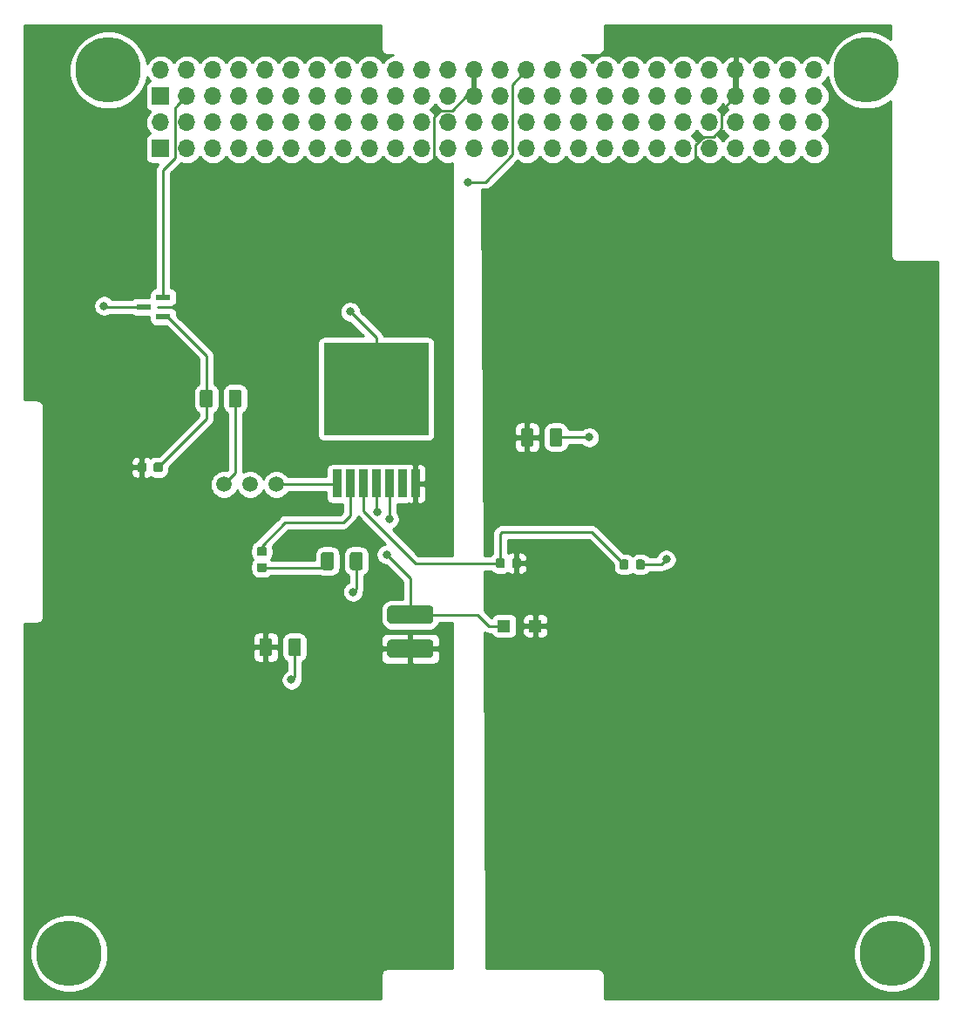
<source format=gbr>
G04 #@! TF.GenerationSoftware,KiCad,Pcbnew,(5.1.4)-1*
G04 #@! TF.CreationDate,2020-04-22T12:28:10-05:00*
G04 #@! TF.ProjectId,Boost,426f6f73-742e-46b6-9963-61645f706362,rev?*
G04 #@! TF.SameCoordinates,Original*
G04 #@! TF.FileFunction,Copper,L1,Top*
G04 #@! TF.FilePolarity,Positive*
%FSLAX46Y46*%
G04 Gerber Fmt 4.6, Leading zero omitted, Abs format (unit mm)*
G04 Created by KiCad (PCBNEW (5.1.4)-1) date 2020-04-22 12:28:10*
%MOMM*%
%LPD*%
G04 APERTURE LIST*
%ADD10R,1.260000X1.170000*%
%ADD11C,1.501000*%
%ADD12C,0.100000*%
%ADD13C,0.875000*%
%ADD14R,1.430000X0.600000*%
%ADD15C,1.250000*%
%ADD16R,0.863600X2.692400*%
%ADD17R,10.160000X8.940800*%
%ADD18C,1.800000*%
%ADD19O,1.700000X1.700000*%
%ADD20R,1.700000X1.700000*%
%ADD21C,6.350000*%
%ADD22C,0.800000*%
%ADD23C,0.250000*%
%ADD24C,0.500000*%
%ADD25C,0.254000*%
G04 APERTURE END LIST*
D10*
X143331200Y-108813600D03*
X146381200Y-108813600D03*
D11*
X121208800Y-95072200D03*
X118668800Y-95072200D03*
X116128800Y-95072200D03*
D12*
G36*
X109968291Y-92947253D02*
G01*
X109989526Y-92950403D01*
X110010350Y-92955619D01*
X110030562Y-92962851D01*
X110049968Y-92972030D01*
X110068381Y-92983066D01*
X110085624Y-92995854D01*
X110101530Y-93010270D01*
X110115946Y-93026176D01*
X110128734Y-93043419D01*
X110139770Y-93061832D01*
X110148949Y-93081238D01*
X110156181Y-93101450D01*
X110161397Y-93122274D01*
X110164547Y-93143509D01*
X110165600Y-93164950D01*
X110165600Y-93677450D01*
X110164547Y-93698891D01*
X110161397Y-93720126D01*
X110156181Y-93740950D01*
X110148949Y-93761162D01*
X110139770Y-93780568D01*
X110128734Y-93798981D01*
X110115946Y-93816224D01*
X110101530Y-93832130D01*
X110085624Y-93846546D01*
X110068381Y-93859334D01*
X110049968Y-93870370D01*
X110030562Y-93879549D01*
X110010350Y-93886781D01*
X109989526Y-93891997D01*
X109968291Y-93895147D01*
X109946850Y-93896200D01*
X109509350Y-93896200D01*
X109487909Y-93895147D01*
X109466674Y-93891997D01*
X109445850Y-93886781D01*
X109425638Y-93879549D01*
X109406232Y-93870370D01*
X109387819Y-93859334D01*
X109370576Y-93846546D01*
X109354670Y-93832130D01*
X109340254Y-93816224D01*
X109327466Y-93798981D01*
X109316430Y-93780568D01*
X109307251Y-93761162D01*
X109300019Y-93740950D01*
X109294803Y-93720126D01*
X109291653Y-93698891D01*
X109290600Y-93677450D01*
X109290600Y-93164950D01*
X109291653Y-93143509D01*
X109294803Y-93122274D01*
X109300019Y-93101450D01*
X109307251Y-93081238D01*
X109316430Y-93061832D01*
X109327466Y-93043419D01*
X109340254Y-93026176D01*
X109354670Y-93010270D01*
X109370576Y-92995854D01*
X109387819Y-92983066D01*
X109406232Y-92972030D01*
X109425638Y-92962851D01*
X109445850Y-92955619D01*
X109466674Y-92950403D01*
X109487909Y-92947253D01*
X109509350Y-92946200D01*
X109946850Y-92946200D01*
X109968291Y-92947253D01*
X109968291Y-92947253D01*
G37*
D13*
X109728100Y-93421200D03*
D12*
G36*
X108393291Y-92947253D02*
G01*
X108414526Y-92950403D01*
X108435350Y-92955619D01*
X108455562Y-92962851D01*
X108474968Y-92972030D01*
X108493381Y-92983066D01*
X108510624Y-92995854D01*
X108526530Y-93010270D01*
X108540946Y-93026176D01*
X108553734Y-93043419D01*
X108564770Y-93061832D01*
X108573949Y-93081238D01*
X108581181Y-93101450D01*
X108586397Y-93122274D01*
X108589547Y-93143509D01*
X108590600Y-93164950D01*
X108590600Y-93677450D01*
X108589547Y-93698891D01*
X108586397Y-93720126D01*
X108581181Y-93740950D01*
X108573949Y-93761162D01*
X108564770Y-93780568D01*
X108553734Y-93798981D01*
X108540946Y-93816224D01*
X108526530Y-93832130D01*
X108510624Y-93846546D01*
X108493381Y-93859334D01*
X108474968Y-93870370D01*
X108455562Y-93879549D01*
X108435350Y-93886781D01*
X108414526Y-93891997D01*
X108393291Y-93895147D01*
X108371850Y-93896200D01*
X107934350Y-93896200D01*
X107912909Y-93895147D01*
X107891674Y-93891997D01*
X107870850Y-93886781D01*
X107850638Y-93879549D01*
X107831232Y-93870370D01*
X107812819Y-93859334D01*
X107795576Y-93846546D01*
X107779670Y-93832130D01*
X107765254Y-93816224D01*
X107752466Y-93798981D01*
X107741430Y-93780568D01*
X107732251Y-93761162D01*
X107725019Y-93740950D01*
X107719803Y-93720126D01*
X107716653Y-93698891D01*
X107715600Y-93677450D01*
X107715600Y-93164950D01*
X107716653Y-93143509D01*
X107719803Y-93122274D01*
X107725019Y-93101450D01*
X107732251Y-93081238D01*
X107741430Y-93061832D01*
X107752466Y-93043419D01*
X107765254Y-93026176D01*
X107779670Y-93010270D01*
X107795576Y-92995854D01*
X107812819Y-92983066D01*
X107831232Y-92972030D01*
X107850638Y-92962851D01*
X107870850Y-92955619D01*
X107891674Y-92950403D01*
X107912909Y-92947253D01*
X107934350Y-92946200D01*
X108371850Y-92946200D01*
X108393291Y-92947253D01*
X108393291Y-92947253D01*
G37*
D13*
X108153100Y-93421200D03*
D14*
X108310800Y-77851000D03*
X110230800Y-76901000D03*
X110230800Y-78801000D03*
D12*
G36*
X114823504Y-85867204D02*
G01*
X114847773Y-85870804D01*
X114871571Y-85876765D01*
X114894671Y-85885030D01*
X114916849Y-85895520D01*
X114937893Y-85908133D01*
X114957598Y-85922747D01*
X114975777Y-85939223D01*
X114992253Y-85957402D01*
X115006867Y-85977107D01*
X115019480Y-85998151D01*
X115029970Y-86020329D01*
X115038235Y-86043429D01*
X115044196Y-86067227D01*
X115047796Y-86091496D01*
X115049000Y-86116000D01*
X115049000Y-87366000D01*
X115047796Y-87390504D01*
X115044196Y-87414773D01*
X115038235Y-87438571D01*
X115029970Y-87461671D01*
X115019480Y-87483849D01*
X115006867Y-87504893D01*
X114992253Y-87524598D01*
X114975777Y-87542777D01*
X114957598Y-87559253D01*
X114937893Y-87573867D01*
X114916849Y-87586480D01*
X114894671Y-87596970D01*
X114871571Y-87605235D01*
X114847773Y-87611196D01*
X114823504Y-87614796D01*
X114799000Y-87616000D01*
X114049000Y-87616000D01*
X114024496Y-87614796D01*
X114000227Y-87611196D01*
X113976429Y-87605235D01*
X113953329Y-87596970D01*
X113931151Y-87586480D01*
X113910107Y-87573867D01*
X113890402Y-87559253D01*
X113872223Y-87542777D01*
X113855747Y-87524598D01*
X113841133Y-87504893D01*
X113828520Y-87483849D01*
X113818030Y-87461671D01*
X113809765Y-87438571D01*
X113803804Y-87414773D01*
X113800204Y-87390504D01*
X113799000Y-87366000D01*
X113799000Y-86116000D01*
X113800204Y-86091496D01*
X113803804Y-86067227D01*
X113809765Y-86043429D01*
X113818030Y-86020329D01*
X113828520Y-85998151D01*
X113841133Y-85977107D01*
X113855747Y-85957402D01*
X113872223Y-85939223D01*
X113890402Y-85922747D01*
X113910107Y-85908133D01*
X113931151Y-85895520D01*
X113953329Y-85885030D01*
X113976429Y-85876765D01*
X114000227Y-85870804D01*
X114024496Y-85867204D01*
X114049000Y-85866000D01*
X114799000Y-85866000D01*
X114823504Y-85867204D01*
X114823504Y-85867204D01*
G37*
D15*
X114424000Y-86741000D03*
D12*
G36*
X117623504Y-85867204D02*
G01*
X117647773Y-85870804D01*
X117671571Y-85876765D01*
X117694671Y-85885030D01*
X117716849Y-85895520D01*
X117737893Y-85908133D01*
X117757598Y-85922747D01*
X117775777Y-85939223D01*
X117792253Y-85957402D01*
X117806867Y-85977107D01*
X117819480Y-85998151D01*
X117829970Y-86020329D01*
X117838235Y-86043429D01*
X117844196Y-86067227D01*
X117847796Y-86091496D01*
X117849000Y-86116000D01*
X117849000Y-87366000D01*
X117847796Y-87390504D01*
X117844196Y-87414773D01*
X117838235Y-87438571D01*
X117829970Y-87461671D01*
X117819480Y-87483849D01*
X117806867Y-87504893D01*
X117792253Y-87524598D01*
X117775777Y-87542777D01*
X117757598Y-87559253D01*
X117737893Y-87573867D01*
X117716849Y-87586480D01*
X117694671Y-87596970D01*
X117671571Y-87605235D01*
X117647773Y-87611196D01*
X117623504Y-87614796D01*
X117599000Y-87616000D01*
X116849000Y-87616000D01*
X116824496Y-87614796D01*
X116800227Y-87611196D01*
X116776429Y-87605235D01*
X116753329Y-87596970D01*
X116731151Y-87586480D01*
X116710107Y-87573867D01*
X116690402Y-87559253D01*
X116672223Y-87542777D01*
X116655747Y-87524598D01*
X116641133Y-87504893D01*
X116628520Y-87483849D01*
X116618030Y-87461671D01*
X116609765Y-87438571D01*
X116603804Y-87414773D01*
X116600204Y-87390504D01*
X116599000Y-87366000D01*
X116599000Y-86116000D01*
X116600204Y-86091496D01*
X116603804Y-86067227D01*
X116609765Y-86043429D01*
X116618030Y-86020329D01*
X116628520Y-85998151D01*
X116641133Y-85977107D01*
X116655747Y-85957402D01*
X116672223Y-85939223D01*
X116690402Y-85922747D01*
X116710107Y-85908133D01*
X116731151Y-85895520D01*
X116753329Y-85885030D01*
X116776429Y-85876765D01*
X116800227Y-85870804D01*
X116824496Y-85867204D01*
X116849000Y-85866000D01*
X117599000Y-85866000D01*
X117623504Y-85867204D01*
X117623504Y-85867204D01*
G37*
D15*
X117224000Y-86741000D03*
D16*
X127109000Y-94993999D03*
X128379000Y-94993999D03*
X129649000Y-94993999D03*
X130919000Y-94993999D03*
X132189000Y-94993999D03*
X133459000Y-94993999D03*
X134729000Y-94993999D03*
D17*
X130919000Y-85799199D03*
D12*
G36*
X143216691Y-102243653D02*
G01*
X143237926Y-102246803D01*
X143258750Y-102252019D01*
X143278962Y-102259251D01*
X143298368Y-102268430D01*
X143316781Y-102279466D01*
X143334024Y-102292254D01*
X143349930Y-102306670D01*
X143364346Y-102322576D01*
X143377134Y-102339819D01*
X143388170Y-102358232D01*
X143397349Y-102377638D01*
X143404581Y-102397850D01*
X143409797Y-102418674D01*
X143412947Y-102439909D01*
X143414000Y-102461350D01*
X143414000Y-102973850D01*
X143412947Y-102995291D01*
X143409797Y-103016526D01*
X143404581Y-103037350D01*
X143397349Y-103057562D01*
X143388170Y-103076968D01*
X143377134Y-103095381D01*
X143364346Y-103112624D01*
X143349930Y-103128530D01*
X143334024Y-103142946D01*
X143316781Y-103155734D01*
X143298368Y-103166770D01*
X143278962Y-103175949D01*
X143258750Y-103183181D01*
X143237926Y-103188397D01*
X143216691Y-103191547D01*
X143195250Y-103192600D01*
X142757750Y-103192600D01*
X142736309Y-103191547D01*
X142715074Y-103188397D01*
X142694250Y-103183181D01*
X142674038Y-103175949D01*
X142654632Y-103166770D01*
X142636219Y-103155734D01*
X142618976Y-103142946D01*
X142603070Y-103128530D01*
X142588654Y-103112624D01*
X142575866Y-103095381D01*
X142564830Y-103076968D01*
X142555651Y-103057562D01*
X142548419Y-103037350D01*
X142543203Y-103016526D01*
X142540053Y-102995291D01*
X142539000Y-102973850D01*
X142539000Y-102461350D01*
X142540053Y-102439909D01*
X142543203Y-102418674D01*
X142548419Y-102397850D01*
X142555651Y-102377638D01*
X142564830Y-102358232D01*
X142575866Y-102339819D01*
X142588654Y-102322576D01*
X142603070Y-102306670D01*
X142618976Y-102292254D01*
X142636219Y-102279466D01*
X142654632Y-102268430D01*
X142674038Y-102259251D01*
X142694250Y-102252019D01*
X142715074Y-102246803D01*
X142736309Y-102243653D01*
X142757750Y-102242600D01*
X143195250Y-102242600D01*
X143216691Y-102243653D01*
X143216691Y-102243653D01*
G37*
D13*
X142976500Y-102717600D03*
D12*
G36*
X144791691Y-102243653D02*
G01*
X144812926Y-102246803D01*
X144833750Y-102252019D01*
X144853962Y-102259251D01*
X144873368Y-102268430D01*
X144891781Y-102279466D01*
X144909024Y-102292254D01*
X144924930Y-102306670D01*
X144939346Y-102322576D01*
X144952134Y-102339819D01*
X144963170Y-102358232D01*
X144972349Y-102377638D01*
X144979581Y-102397850D01*
X144984797Y-102418674D01*
X144987947Y-102439909D01*
X144989000Y-102461350D01*
X144989000Y-102973850D01*
X144987947Y-102995291D01*
X144984797Y-103016526D01*
X144979581Y-103037350D01*
X144972349Y-103057562D01*
X144963170Y-103076968D01*
X144952134Y-103095381D01*
X144939346Y-103112624D01*
X144924930Y-103128530D01*
X144909024Y-103142946D01*
X144891781Y-103155734D01*
X144873368Y-103166770D01*
X144853962Y-103175949D01*
X144833750Y-103183181D01*
X144812926Y-103188397D01*
X144791691Y-103191547D01*
X144770250Y-103192600D01*
X144332750Y-103192600D01*
X144311309Y-103191547D01*
X144290074Y-103188397D01*
X144269250Y-103183181D01*
X144249038Y-103175949D01*
X144229632Y-103166770D01*
X144211219Y-103155734D01*
X144193976Y-103142946D01*
X144178070Y-103128530D01*
X144163654Y-103112624D01*
X144150866Y-103095381D01*
X144139830Y-103076968D01*
X144130651Y-103057562D01*
X144123419Y-103037350D01*
X144118203Y-103016526D01*
X144115053Y-102995291D01*
X144114000Y-102973850D01*
X144114000Y-102461350D01*
X144115053Y-102439909D01*
X144118203Y-102418674D01*
X144123419Y-102397850D01*
X144130651Y-102377638D01*
X144139830Y-102358232D01*
X144150866Y-102339819D01*
X144163654Y-102322576D01*
X144178070Y-102306670D01*
X144193976Y-102292254D01*
X144211219Y-102279466D01*
X144229632Y-102268430D01*
X144249038Y-102259251D01*
X144269250Y-102252019D01*
X144290074Y-102246803D01*
X144311309Y-102243653D01*
X144332750Y-102242600D01*
X144770250Y-102242600D01*
X144791691Y-102243653D01*
X144791691Y-102243653D01*
G37*
D13*
X144551500Y-102717600D03*
D12*
G36*
X155256291Y-102370653D02*
G01*
X155277526Y-102373803D01*
X155298350Y-102379019D01*
X155318562Y-102386251D01*
X155337968Y-102395430D01*
X155356381Y-102406466D01*
X155373624Y-102419254D01*
X155389530Y-102433670D01*
X155403946Y-102449576D01*
X155416734Y-102466819D01*
X155427770Y-102485232D01*
X155436949Y-102504638D01*
X155444181Y-102524850D01*
X155449397Y-102545674D01*
X155452547Y-102566909D01*
X155453600Y-102588350D01*
X155453600Y-103100850D01*
X155452547Y-103122291D01*
X155449397Y-103143526D01*
X155444181Y-103164350D01*
X155436949Y-103184562D01*
X155427770Y-103203968D01*
X155416734Y-103222381D01*
X155403946Y-103239624D01*
X155389530Y-103255530D01*
X155373624Y-103269946D01*
X155356381Y-103282734D01*
X155337968Y-103293770D01*
X155318562Y-103302949D01*
X155298350Y-103310181D01*
X155277526Y-103315397D01*
X155256291Y-103318547D01*
X155234850Y-103319600D01*
X154797350Y-103319600D01*
X154775909Y-103318547D01*
X154754674Y-103315397D01*
X154733850Y-103310181D01*
X154713638Y-103302949D01*
X154694232Y-103293770D01*
X154675819Y-103282734D01*
X154658576Y-103269946D01*
X154642670Y-103255530D01*
X154628254Y-103239624D01*
X154615466Y-103222381D01*
X154604430Y-103203968D01*
X154595251Y-103184562D01*
X154588019Y-103164350D01*
X154582803Y-103143526D01*
X154579653Y-103122291D01*
X154578600Y-103100850D01*
X154578600Y-102588350D01*
X154579653Y-102566909D01*
X154582803Y-102545674D01*
X154588019Y-102524850D01*
X154595251Y-102504638D01*
X154604430Y-102485232D01*
X154615466Y-102466819D01*
X154628254Y-102449576D01*
X154642670Y-102433670D01*
X154658576Y-102419254D01*
X154675819Y-102406466D01*
X154694232Y-102395430D01*
X154713638Y-102386251D01*
X154733850Y-102379019D01*
X154754674Y-102373803D01*
X154775909Y-102370653D01*
X154797350Y-102369600D01*
X155234850Y-102369600D01*
X155256291Y-102370653D01*
X155256291Y-102370653D01*
G37*
D13*
X155016100Y-102844600D03*
D12*
G36*
X156831291Y-102370653D02*
G01*
X156852526Y-102373803D01*
X156873350Y-102379019D01*
X156893562Y-102386251D01*
X156912968Y-102395430D01*
X156931381Y-102406466D01*
X156948624Y-102419254D01*
X156964530Y-102433670D01*
X156978946Y-102449576D01*
X156991734Y-102466819D01*
X157002770Y-102485232D01*
X157011949Y-102504638D01*
X157019181Y-102524850D01*
X157024397Y-102545674D01*
X157027547Y-102566909D01*
X157028600Y-102588350D01*
X157028600Y-103100850D01*
X157027547Y-103122291D01*
X157024397Y-103143526D01*
X157019181Y-103164350D01*
X157011949Y-103184562D01*
X157002770Y-103203968D01*
X156991734Y-103222381D01*
X156978946Y-103239624D01*
X156964530Y-103255530D01*
X156948624Y-103269946D01*
X156931381Y-103282734D01*
X156912968Y-103293770D01*
X156893562Y-103302949D01*
X156873350Y-103310181D01*
X156852526Y-103315397D01*
X156831291Y-103318547D01*
X156809850Y-103319600D01*
X156372350Y-103319600D01*
X156350909Y-103318547D01*
X156329674Y-103315397D01*
X156308850Y-103310181D01*
X156288638Y-103302949D01*
X156269232Y-103293770D01*
X156250819Y-103282734D01*
X156233576Y-103269946D01*
X156217670Y-103255530D01*
X156203254Y-103239624D01*
X156190466Y-103222381D01*
X156179430Y-103203968D01*
X156170251Y-103184562D01*
X156163019Y-103164350D01*
X156157803Y-103143526D01*
X156154653Y-103122291D01*
X156153600Y-103100850D01*
X156153600Y-102588350D01*
X156154653Y-102566909D01*
X156157803Y-102545674D01*
X156163019Y-102524850D01*
X156170251Y-102504638D01*
X156179430Y-102485232D01*
X156190466Y-102466819D01*
X156203254Y-102449576D01*
X156217670Y-102433670D01*
X156233576Y-102419254D01*
X156250819Y-102406466D01*
X156269232Y-102395430D01*
X156288638Y-102386251D01*
X156308850Y-102379019D01*
X156329674Y-102373803D01*
X156350909Y-102370653D01*
X156372350Y-102369600D01*
X156809850Y-102369600D01*
X156831291Y-102370653D01*
X156831291Y-102370653D01*
G37*
D13*
X156591100Y-102844600D03*
D12*
G36*
X120089491Y-102713053D02*
G01*
X120110726Y-102716203D01*
X120131550Y-102721419D01*
X120151762Y-102728651D01*
X120171168Y-102737830D01*
X120189581Y-102748866D01*
X120206824Y-102761654D01*
X120222730Y-102776070D01*
X120237146Y-102791976D01*
X120249934Y-102809219D01*
X120260970Y-102827632D01*
X120270149Y-102847038D01*
X120277381Y-102867250D01*
X120282597Y-102888074D01*
X120285747Y-102909309D01*
X120286800Y-102930750D01*
X120286800Y-103368250D01*
X120285747Y-103389691D01*
X120282597Y-103410926D01*
X120277381Y-103431750D01*
X120270149Y-103451962D01*
X120260970Y-103471368D01*
X120249934Y-103489781D01*
X120237146Y-103507024D01*
X120222730Y-103522930D01*
X120206824Y-103537346D01*
X120189581Y-103550134D01*
X120171168Y-103561170D01*
X120151762Y-103570349D01*
X120131550Y-103577581D01*
X120110726Y-103582797D01*
X120089491Y-103585947D01*
X120068050Y-103587000D01*
X119555550Y-103587000D01*
X119534109Y-103585947D01*
X119512874Y-103582797D01*
X119492050Y-103577581D01*
X119471838Y-103570349D01*
X119452432Y-103561170D01*
X119434019Y-103550134D01*
X119416776Y-103537346D01*
X119400870Y-103522930D01*
X119386454Y-103507024D01*
X119373666Y-103489781D01*
X119362630Y-103471368D01*
X119353451Y-103451962D01*
X119346219Y-103431750D01*
X119341003Y-103410926D01*
X119337853Y-103389691D01*
X119336800Y-103368250D01*
X119336800Y-102930750D01*
X119337853Y-102909309D01*
X119341003Y-102888074D01*
X119346219Y-102867250D01*
X119353451Y-102847038D01*
X119362630Y-102827632D01*
X119373666Y-102809219D01*
X119386454Y-102791976D01*
X119400870Y-102776070D01*
X119416776Y-102761654D01*
X119434019Y-102748866D01*
X119452432Y-102737830D01*
X119471838Y-102728651D01*
X119492050Y-102721419D01*
X119512874Y-102716203D01*
X119534109Y-102713053D01*
X119555550Y-102712000D01*
X120068050Y-102712000D01*
X120089491Y-102713053D01*
X120089491Y-102713053D01*
G37*
D13*
X119811800Y-103149500D03*
D12*
G36*
X120089491Y-101138053D02*
G01*
X120110726Y-101141203D01*
X120131550Y-101146419D01*
X120151762Y-101153651D01*
X120171168Y-101162830D01*
X120189581Y-101173866D01*
X120206824Y-101186654D01*
X120222730Y-101201070D01*
X120237146Y-101216976D01*
X120249934Y-101234219D01*
X120260970Y-101252632D01*
X120270149Y-101272038D01*
X120277381Y-101292250D01*
X120282597Y-101313074D01*
X120285747Y-101334309D01*
X120286800Y-101355750D01*
X120286800Y-101793250D01*
X120285747Y-101814691D01*
X120282597Y-101835926D01*
X120277381Y-101856750D01*
X120270149Y-101876962D01*
X120260970Y-101896368D01*
X120249934Y-101914781D01*
X120237146Y-101932024D01*
X120222730Y-101947930D01*
X120206824Y-101962346D01*
X120189581Y-101975134D01*
X120171168Y-101986170D01*
X120151762Y-101995349D01*
X120131550Y-102002581D01*
X120110726Y-102007797D01*
X120089491Y-102010947D01*
X120068050Y-102012000D01*
X119555550Y-102012000D01*
X119534109Y-102010947D01*
X119512874Y-102007797D01*
X119492050Y-102002581D01*
X119471838Y-101995349D01*
X119452432Y-101986170D01*
X119434019Y-101975134D01*
X119416776Y-101962346D01*
X119400870Y-101947930D01*
X119386454Y-101932024D01*
X119373666Y-101914781D01*
X119362630Y-101896368D01*
X119353451Y-101876962D01*
X119346219Y-101856750D01*
X119341003Y-101835926D01*
X119337853Y-101814691D01*
X119336800Y-101793250D01*
X119336800Y-101355750D01*
X119337853Y-101334309D01*
X119341003Y-101313074D01*
X119346219Y-101292250D01*
X119353451Y-101272038D01*
X119362630Y-101252632D01*
X119373666Y-101234219D01*
X119386454Y-101216976D01*
X119400870Y-101201070D01*
X119416776Y-101186654D01*
X119434019Y-101173866D01*
X119452432Y-101162830D01*
X119471838Y-101153651D01*
X119492050Y-101146419D01*
X119512874Y-101141203D01*
X119534109Y-101138053D01*
X119555550Y-101137000D01*
X120068050Y-101137000D01*
X120089491Y-101138053D01*
X120089491Y-101138053D01*
G37*
D13*
X119811800Y-101574500D03*
D12*
G36*
X136083108Y-106824567D02*
G01*
X136126791Y-106831047D01*
X136169628Y-106841777D01*
X136211208Y-106856654D01*
X136251129Y-106875535D01*
X136289007Y-106898239D01*
X136324477Y-106924545D01*
X136357198Y-106954202D01*
X136386855Y-106986923D01*
X136413161Y-107022393D01*
X136435865Y-107060271D01*
X136454746Y-107100192D01*
X136469623Y-107141772D01*
X136480353Y-107184609D01*
X136486833Y-107228292D01*
X136489000Y-107272400D01*
X136489000Y-108172400D01*
X136486833Y-108216508D01*
X136480353Y-108260191D01*
X136469623Y-108303028D01*
X136454746Y-108344608D01*
X136435865Y-108384529D01*
X136413161Y-108422407D01*
X136386855Y-108457877D01*
X136357198Y-108490598D01*
X136324477Y-108520255D01*
X136289007Y-108546561D01*
X136251129Y-108569265D01*
X136211208Y-108588146D01*
X136169628Y-108603023D01*
X136126791Y-108613753D01*
X136083108Y-108620233D01*
X136039000Y-108622400D01*
X132439000Y-108622400D01*
X132394892Y-108620233D01*
X132351209Y-108613753D01*
X132308372Y-108603023D01*
X132266792Y-108588146D01*
X132226871Y-108569265D01*
X132188993Y-108546561D01*
X132153523Y-108520255D01*
X132120802Y-108490598D01*
X132091145Y-108457877D01*
X132064839Y-108422407D01*
X132042135Y-108384529D01*
X132023254Y-108344608D01*
X132008377Y-108303028D01*
X131997647Y-108260191D01*
X131991167Y-108216508D01*
X131989000Y-108172400D01*
X131989000Y-107272400D01*
X131991167Y-107228292D01*
X131997647Y-107184609D01*
X132008377Y-107141772D01*
X132023254Y-107100192D01*
X132042135Y-107060271D01*
X132064839Y-107022393D01*
X132091145Y-106986923D01*
X132120802Y-106954202D01*
X132153523Y-106924545D01*
X132188993Y-106898239D01*
X132226871Y-106875535D01*
X132266792Y-106856654D01*
X132308372Y-106841777D01*
X132351209Y-106831047D01*
X132394892Y-106824567D01*
X132439000Y-106822400D01*
X136039000Y-106822400D01*
X136083108Y-106824567D01*
X136083108Y-106824567D01*
G37*
D18*
X134239000Y-107722400D03*
D12*
G36*
X136083108Y-110124567D02*
G01*
X136126791Y-110131047D01*
X136169628Y-110141777D01*
X136211208Y-110156654D01*
X136251129Y-110175535D01*
X136289007Y-110198239D01*
X136324477Y-110224545D01*
X136357198Y-110254202D01*
X136386855Y-110286923D01*
X136413161Y-110322393D01*
X136435865Y-110360271D01*
X136454746Y-110400192D01*
X136469623Y-110441772D01*
X136480353Y-110484609D01*
X136486833Y-110528292D01*
X136489000Y-110572400D01*
X136489000Y-111472400D01*
X136486833Y-111516508D01*
X136480353Y-111560191D01*
X136469623Y-111603028D01*
X136454746Y-111644608D01*
X136435865Y-111684529D01*
X136413161Y-111722407D01*
X136386855Y-111757877D01*
X136357198Y-111790598D01*
X136324477Y-111820255D01*
X136289007Y-111846561D01*
X136251129Y-111869265D01*
X136211208Y-111888146D01*
X136169628Y-111903023D01*
X136126791Y-111913753D01*
X136083108Y-111920233D01*
X136039000Y-111922400D01*
X132439000Y-111922400D01*
X132394892Y-111920233D01*
X132351209Y-111913753D01*
X132308372Y-111903023D01*
X132266792Y-111888146D01*
X132226871Y-111869265D01*
X132188993Y-111846561D01*
X132153523Y-111820255D01*
X132120802Y-111790598D01*
X132091145Y-111757877D01*
X132064839Y-111722407D01*
X132042135Y-111684529D01*
X132023254Y-111644608D01*
X132008377Y-111603028D01*
X131997647Y-111560191D01*
X131991167Y-111516508D01*
X131989000Y-111472400D01*
X131989000Y-110572400D01*
X131991167Y-110528292D01*
X131997647Y-110484609D01*
X132008377Y-110441772D01*
X132023254Y-110400192D01*
X132042135Y-110360271D01*
X132064839Y-110322393D01*
X132091145Y-110286923D01*
X132120802Y-110254202D01*
X132153523Y-110224545D01*
X132188993Y-110198239D01*
X132226871Y-110175535D01*
X132266792Y-110156654D01*
X132308372Y-110141777D01*
X132351209Y-110131047D01*
X132394892Y-110124567D01*
X132439000Y-110122400D01*
X136039000Y-110122400D01*
X136083108Y-110124567D01*
X136083108Y-110124567D01*
G37*
D18*
X134239000Y-111022400D03*
D12*
G36*
X148789304Y-89626404D02*
G01*
X148813573Y-89630004D01*
X148837371Y-89635965D01*
X148860471Y-89644230D01*
X148882649Y-89654720D01*
X148903693Y-89667333D01*
X148923398Y-89681947D01*
X148941577Y-89698423D01*
X148958053Y-89716602D01*
X148972667Y-89736307D01*
X148985280Y-89757351D01*
X148995770Y-89779529D01*
X149004035Y-89802629D01*
X149009996Y-89826427D01*
X149013596Y-89850696D01*
X149014800Y-89875200D01*
X149014800Y-91125200D01*
X149013596Y-91149704D01*
X149009996Y-91173973D01*
X149004035Y-91197771D01*
X148995770Y-91220871D01*
X148985280Y-91243049D01*
X148972667Y-91264093D01*
X148958053Y-91283798D01*
X148941577Y-91301977D01*
X148923398Y-91318453D01*
X148903693Y-91333067D01*
X148882649Y-91345680D01*
X148860471Y-91356170D01*
X148837371Y-91364435D01*
X148813573Y-91370396D01*
X148789304Y-91373996D01*
X148764800Y-91375200D01*
X148014800Y-91375200D01*
X147990296Y-91373996D01*
X147966027Y-91370396D01*
X147942229Y-91364435D01*
X147919129Y-91356170D01*
X147896951Y-91345680D01*
X147875907Y-91333067D01*
X147856202Y-91318453D01*
X147838023Y-91301977D01*
X147821547Y-91283798D01*
X147806933Y-91264093D01*
X147794320Y-91243049D01*
X147783830Y-91220871D01*
X147775565Y-91197771D01*
X147769604Y-91173973D01*
X147766004Y-91149704D01*
X147764800Y-91125200D01*
X147764800Y-89875200D01*
X147766004Y-89850696D01*
X147769604Y-89826427D01*
X147775565Y-89802629D01*
X147783830Y-89779529D01*
X147794320Y-89757351D01*
X147806933Y-89736307D01*
X147821547Y-89716602D01*
X147838023Y-89698423D01*
X147856202Y-89681947D01*
X147875907Y-89667333D01*
X147896951Y-89654720D01*
X147919129Y-89644230D01*
X147942229Y-89635965D01*
X147966027Y-89630004D01*
X147990296Y-89626404D01*
X148014800Y-89625200D01*
X148764800Y-89625200D01*
X148789304Y-89626404D01*
X148789304Y-89626404D01*
G37*
D15*
X148389800Y-90500200D03*
D12*
G36*
X145989304Y-89626404D02*
G01*
X146013573Y-89630004D01*
X146037371Y-89635965D01*
X146060471Y-89644230D01*
X146082649Y-89654720D01*
X146103693Y-89667333D01*
X146123398Y-89681947D01*
X146141577Y-89698423D01*
X146158053Y-89716602D01*
X146172667Y-89736307D01*
X146185280Y-89757351D01*
X146195770Y-89779529D01*
X146204035Y-89802629D01*
X146209996Y-89826427D01*
X146213596Y-89850696D01*
X146214800Y-89875200D01*
X146214800Y-91125200D01*
X146213596Y-91149704D01*
X146209996Y-91173973D01*
X146204035Y-91197771D01*
X146195770Y-91220871D01*
X146185280Y-91243049D01*
X146172667Y-91264093D01*
X146158053Y-91283798D01*
X146141577Y-91301977D01*
X146123398Y-91318453D01*
X146103693Y-91333067D01*
X146082649Y-91345680D01*
X146060471Y-91356170D01*
X146037371Y-91364435D01*
X146013573Y-91370396D01*
X145989304Y-91373996D01*
X145964800Y-91375200D01*
X145214800Y-91375200D01*
X145190296Y-91373996D01*
X145166027Y-91370396D01*
X145142229Y-91364435D01*
X145119129Y-91356170D01*
X145096951Y-91345680D01*
X145075907Y-91333067D01*
X145056202Y-91318453D01*
X145038023Y-91301977D01*
X145021547Y-91283798D01*
X145006933Y-91264093D01*
X144994320Y-91243049D01*
X144983830Y-91220871D01*
X144975565Y-91197771D01*
X144969604Y-91173973D01*
X144966004Y-91149704D01*
X144964800Y-91125200D01*
X144964800Y-89875200D01*
X144966004Y-89850696D01*
X144969604Y-89826427D01*
X144975565Y-89802629D01*
X144983830Y-89779529D01*
X144994320Y-89757351D01*
X145006933Y-89736307D01*
X145021547Y-89716602D01*
X145038023Y-89698423D01*
X145056202Y-89681947D01*
X145075907Y-89667333D01*
X145096951Y-89654720D01*
X145119129Y-89644230D01*
X145142229Y-89635965D01*
X145166027Y-89630004D01*
X145190296Y-89626404D01*
X145214800Y-89625200D01*
X145964800Y-89625200D01*
X145989304Y-89626404D01*
X145989304Y-89626404D01*
G37*
D15*
X145589800Y-90500200D03*
D12*
G36*
X123389304Y-109997204D02*
G01*
X123413573Y-110000804D01*
X123437371Y-110006765D01*
X123460471Y-110015030D01*
X123482649Y-110025520D01*
X123503693Y-110038133D01*
X123523398Y-110052747D01*
X123541577Y-110069223D01*
X123558053Y-110087402D01*
X123572667Y-110107107D01*
X123585280Y-110128151D01*
X123595770Y-110150329D01*
X123604035Y-110173429D01*
X123609996Y-110197227D01*
X123613596Y-110221496D01*
X123614800Y-110246000D01*
X123614800Y-111496000D01*
X123613596Y-111520504D01*
X123609996Y-111544773D01*
X123604035Y-111568571D01*
X123595770Y-111591671D01*
X123585280Y-111613849D01*
X123572667Y-111634893D01*
X123558053Y-111654598D01*
X123541577Y-111672777D01*
X123523398Y-111689253D01*
X123503693Y-111703867D01*
X123482649Y-111716480D01*
X123460471Y-111726970D01*
X123437371Y-111735235D01*
X123413573Y-111741196D01*
X123389304Y-111744796D01*
X123364800Y-111746000D01*
X122614800Y-111746000D01*
X122590296Y-111744796D01*
X122566027Y-111741196D01*
X122542229Y-111735235D01*
X122519129Y-111726970D01*
X122496951Y-111716480D01*
X122475907Y-111703867D01*
X122456202Y-111689253D01*
X122438023Y-111672777D01*
X122421547Y-111654598D01*
X122406933Y-111634893D01*
X122394320Y-111613849D01*
X122383830Y-111591671D01*
X122375565Y-111568571D01*
X122369604Y-111544773D01*
X122366004Y-111520504D01*
X122364800Y-111496000D01*
X122364800Y-110246000D01*
X122366004Y-110221496D01*
X122369604Y-110197227D01*
X122375565Y-110173429D01*
X122383830Y-110150329D01*
X122394320Y-110128151D01*
X122406933Y-110107107D01*
X122421547Y-110087402D01*
X122438023Y-110069223D01*
X122456202Y-110052747D01*
X122475907Y-110038133D01*
X122496951Y-110025520D01*
X122519129Y-110015030D01*
X122542229Y-110006765D01*
X122566027Y-110000804D01*
X122590296Y-109997204D01*
X122614800Y-109996000D01*
X123364800Y-109996000D01*
X123389304Y-109997204D01*
X123389304Y-109997204D01*
G37*
D15*
X122989800Y-110871000D03*
D12*
G36*
X120589304Y-109997204D02*
G01*
X120613573Y-110000804D01*
X120637371Y-110006765D01*
X120660471Y-110015030D01*
X120682649Y-110025520D01*
X120703693Y-110038133D01*
X120723398Y-110052747D01*
X120741577Y-110069223D01*
X120758053Y-110087402D01*
X120772667Y-110107107D01*
X120785280Y-110128151D01*
X120795770Y-110150329D01*
X120804035Y-110173429D01*
X120809996Y-110197227D01*
X120813596Y-110221496D01*
X120814800Y-110246000D01*
X120814800Y-111496000D01*
X120813596Y-111520504D01*
X120809996Y-111544773D01*
X120804035Y-111568571D01*
X120795770Y-111591671D01*
X120785280Y-111613849D01*
X120772667Y-111634893D01*
X120758053Y-111654598D01*
X120741577Y-111672777D01*
X120723398Y-111689253D01*
X120703693Y-111703867D01*
X120682649Y-111716480D01*
X120660471Y-111726970D01*
X120637371Y-111735235D01*
X120613573Y-111741196D01*
X120589304Y-111744796D01*
X120564800Y-111746000D01*
X119814800Y-111746000D01*
X119790296Y-111744796D01*
X119766027Y-111741196D01*
X119742229Y-111735235D01*
X119719129Y-111726970D01*
X119696951Y-111716480D01*
X119675907Y-111703867D01*
X119656202Y-111689253D01*
X119638023Y-111672777D01*
X119621547Y-111654598D01*
X119606933Y-111634893D01*
X119594320Y-111613849D01*
X119583830Y-111591671D01*
X119575565Y-111568571D01*
X119569604Y-111544773D01*
X119566004Y-111520504D01*
X119564800Y-111496000D01*
X119564800Y-110246000D01*
X119566004Y-110221496D01*
X119569604Y-110197227D01*
X119575565Y-110173429D01*
X119583830Y-110150329D01*
X119594320Y-110128151D01*
X119606933Y-110107107D01*
X119621547Y-110087402D01*
X119638023Y-110069223D01*
X119656202Y-110052747D01*
X119675907Y-110038133D01*
X119696951Y-110025520D01*
X119719129Y-110015030D01*
X119742229Y-110006765D01*
X119766027Y-110000804D01*
X119790296Y-109997204D01*
X119814800Y-109996000D01*
X120564800Y-109996000D01*
X120589304Y-109997204D01*
X120589304Y-109997204D01*
G37*
D15*
X120189800Y-110871000D03*
D12*
G36*
X129383704Y-101640604D02*
G01*
X129407973Y-101644204D01*
X129431771Y-101650165D01*
X129454871Y-101658430D01*
X129477049Y-101668920D01*
X129498093Y-101681533D01*
X129517798Y-101696147D01*
X129535977Y-101712623D01*
X129552453Y-101730802D01*
X129567067Y-101750507D01*
X129579680Y-101771551D01*
X129590170Y-101793729D01*
X129598435Y-101816829D01*
X129604396Y-101840627D01*
X129607996Y-101864896D01*
X129609200Y-101889400D01*
X129609200Y-103139400D01*
X129607996Y-103163904D01*
X129604396Y-103188173D01*
X129598435Y-103211971D01*
X129590170Y-103235071D01*
X129579680Y-103257249D01*
X129567067Y-103278293D01*
X129552453Y-103297998D01*
X129535977Y-103316177D01*
X129517798Y-103332653D01*
X129498093Y-103347267D01*
X129477049Y-103359880D01*
X129454871Y-103370370D01*
X129431771Y-103378635D01*
X129407973Y-103384596D01*
X129383704Y-103388196D01*
X129359200Y-103389400D01*
X128609200Y-103389400D01*
X128584696Y-103388196D01*
X128560427Y-103384596D01*
X128536629Y-103378635D01*
X128513529Y-103370370D01*
X128491351Y-103359880D01*
X128470307Y-103347267D01*
X128450602Y-103332653D01*
X128432423Y-103316177D01*
X128415947Y-103297998D01*
X128401333Y-103278293D01*
X128388720Y-103257249D01*
X128378230Y-103235071D01*
X128369965Y-103211971D01*
X128364004Y-103188173D01*
X128360404Y-103163904D01*
X128359200Y-103139400D01*
X128359200Y-101889400D01*
X128360404Y-101864896D01*
X128364004Y-101840627D01*
X128369965Y-101816829D01*
X128378230Y-101793729D01*
X128388720Y-101771551D01*
X128401333Y-101750507D01*
X128415947Y-101730802D01*
X128432423Y-101712623D01*
X128450602Y-101696147D01*
X128470307Y-101681533D01*
X128491351Y-101668920D01*
X128513529Y-101658430D01*
X128536629Y-101650165D01*
X128560427Y-101644204D01*
X128584696Y-101640604D01*
X128609200Y-101639400D01*
X129359200Y-101639400D01*
X129383704Y-101640604D01*
X129383704Y-101640604D01*
G37*
D15*
X128984200Y-102514400D03*
D12*
G36*
X126583704Y-101640604D02*
G01*
X126607973Y-101644204D01*
X126631771Y-101650165D01*
X126654871Y-101658430D01*
X126677049Y-101668920D01*
X126698093Y-101681533D01*
X126717798Y-101696147D01*
X126735977Y-101712623D01*
X126752453Y-101730802D01*
X126767067Y-101750507D01*
X126779680Y-101771551D01*
X126790170Y-101793729D01*
X126798435Y-101816829D01*
X126804396Y-101840627D01*
X126807996Y-101864896D01*
X126809200Y-101889400D01*
X126809200Y-103139400D01*
X126807996Y-103163904D01*
X126804396Y-103188173D01*
X126798435Y-103211971D01*
X126790170Y-103235071D01*
X126779680Y-103257249D01*
X126767067Y-103278293D01*
X126752453Y-103297998D01*
X126735977Y-103316177D01*
X126717798Y-103332653D01*
X126698093Y-103347267D01*
X126677049Y-103359880D01*
X126654871Y-103370370D01*
X126631771Y-103378635D01*
X126607973Y-103384596D01*
X126583704Y-103388196D01*
X126559200Y-103389400D01*
X125809200Y-103389400D01*
X125784696Y-103388196D01*
X125760427Y-103384596D01*
X125736629Y-103378635D01*
X125713529Y-103370370D01*
X125691351Y-103359880D01*
X125670307Y-103347267D01*
X125650602Y-103332653D01*
X125632423Y-103316177D01*
X125615947Y-103297998D01*
X125601333Y-103278293D01*
X125588720Y-103257249D01*
X125578230Y-103235071D01*
X125569965Y-103211971D01*
X125564004Y-103188173D01*
X125560404Y-103163904D01*
X125559200Y-103139400D01*
X125559200Y-101889400D01*
X125560404Y-101864896D01*
X125564004Y-101840627D01*
X125569965Y-101816829D01*
X125578230Y-101793729D01*
X125588720Y-101771551D01*
X125601333Y-101750507D01*
X125615947Y-101730802D01*
X125632423Y-101712623D01*
X125650602Y-101696147D01*
X125670307Y-101681533D01*
X125691351Y-101668920D01*
X125713529Y-101658430D01*
X125736629Y-101650165D01*
X125760427Y-101644204D01*
X125784696Y-101640604D01*
X125809200Y-101639400D01*
X126559200Y-101639400D01*
X126583704Y-101640604D01*
X126583704Y-101640604D01*
G37*
D15*
X126184200Y-102514400D03*
D19*
X173489081Y-54864935D03*
X173489081Y-57404935D03*
X170949081Y-54864935D03*
X170949081Y-57404935D03*
X168409081Y-54864935D03*
X168409081Y-57404935D03*
X165869081Y-54864935D03*
X165869081Y-57404935D03*
X163329081Y-54864935D03*
X163329081Y-57404935D03*
X160789081Y-54864935D03*
X160789081Y-57404935D03*
X158249081Y-54864935D03*
X158249081Y-57404935D03*
X155709081Y-54864935D03*
X155709081Y-57404935D03*
X153169081Y-54864935D03*
X153169081Y-57404935D03*
X150629081Y-54864935D03*
X150629081Y-57404935D03*
X148089081Y-54864935D03*
X148089081Y-57404935D03*
X145549081Y-54864935D03*
X145549081Y-57404935D03*
X143009081Y-54864935D03*
X143009081Y-57404935D03*
X140469081Y-54864935D03*
X140469081Y-57404935D03*
X137929081Y-54864935D03*
X137929081Y-57404935D03*
X135389081Y-54864935D03*
X135389081Y-57404935D03*
X132849081Y-54864935D03*
X132849081Y-57404935D03*
X130309081Y-54864935D03*
X130309081Y-57404935D03*
X127769081Y-54864935D03*
X127769081Y-57404935D03*
X125229081Y-54864935D03*
X125229081Y-57404935D03*
X122689081Y-54864935D03*
X122689081Y-57404935D03*
X120149081Y-54864935D03*
X120149081Y-57404935D03*
X117609081Y-54864935D03*
X117609081Y-57404935D03*
X115069081Y-54864935D03*
X115069081Y-57404935D03*
X112529081Y-54864935D03*
X112529081Y-57404935D03*
X109989081Y-54864935D03*
D20*
X109989081Y-57404935D03*
D19*
X173489081Y-59944935D03*
X173489081Y-62484935D03*
X170949081Y-59944935D03*
X170949081Y-62484935D03*
X168409081Y-59944935D03*
X168409081Y-62484935D03*
X165869081Y-59944935D03*
X165869081Y-62484935D03*
X163329081Y-59944935D03*
X163329081Y-62484935D03*
X160789081Y-59944935D03*
X160789081Y-62484935D03*
X158249081Y-59944935D03*
X158249081Y-62484935D03*
X155709081Y-59944935D03*
X155709081Y-62484935D03*
X153169081Y-59944935D03*
X153169081Y-62484935D03*
X150629081Y-59944935D03*
X150629081Y-62484935D03*
X148089081Y-59944935D03*
X148089081Y-62484935D03*
X145549081Y-59944935D03*
X145549081Y-62484935D03*
X143009081Y-59944935D03*
X143009081Y-62484935D03*
X140469081Y-59944935D03*
X140469081Y-62484935D03*
X137929081Y-59944935D03*
X137929081Y-62484935D03*
X135389081Y-59944935D03*
X135389081Y-62484935D03*
X132849081Y-59944935D03*
X132849081Y-62484935D03*
X130309081Y-59944935D03*
X130309081Y-62484935D03*
X127769081Y-59944935D03*
X127769081Y-62484935D03*
X125229081Y-59944935D03*
X125229081Y-62484935D03*
X122689081Y-59944935D03*
X122689081Y-62484935D03*
X120149081Y-59944935D03*
X120149081Y-62484935D03*
X117609081Y-59944935D03*
X117609081Y-62484935D03*
X115069081Y-59944935D03*
X115069081Y-62484935D03*
X112529081Y-59944935D03*
X112529081Y-62484935D03*
X109989081Y-59944935D03*
D20*
X109989081Y-62484935D03*
D21*
X181102000Y-140589000D03*
X104902000Y-54864000D03*
X178562000Y-54864000D03*
X101092000Y-140589000D03*
D22*
X128397000Y-78308200D03*
X122682000Y-114046000D03*
X159105600Y-102362000D03*
X151612600Y-90500200D03*
X128676400Y-105511600D03*
X131013200Y-97790000D03*
X104470200Y-77749400D03*
X139801600Y-65709800D03*
X131927600Y-101879400D03*
X132181600Y-98450400D03*
D23*
X125549100Y-103149500D02*
X126184200Y-102514400D01*
X119811800Y-103149500D02*
X125549100Y-103149500D01*
X130919000Y-85799199D02*
X130919000Y-80830200D01*
X130919000Y-80830200D02*
X128397000Y-78308200D01*
X122989800Y-110871000D02*
X122989800Y-113738200D01*
X122989800Y-113738200D02*
X122682000Y-114046000D01*
X156591100Y-102844600D02*
X158623000Y-102844600D01*
X158623000Y-102844600D02*
X159105600Y-102362000D01*
X148389800Y-90500200D02*
X151612600Y-90500200D01*
X128984200Y-102514400D02*
X128984200Y-105203800D01*
X128984200Y-105203800D02*
X128676400Y-105511600D01*
X130919000Y-94993999D02*
X130919000Y-97695800D01*
X130919000Y-97695800D02*
X131013200Y-97790000D01*
X108310800Y-77851000D02*
X104571800Y-77851000D01*
X104571800Y-77851000D02*
X104470200Y-77749400D01*
X141523218Y-65709800D02*
X139801600Y-65709800D01*
X144184082Y-63048936D02*
X141523218Y-65709800D01*
X145549081Y-54864935D02*
X144184082Y-56229934D01*
X144184082Y-56229934D02*
X144184082Y-63048936D01*
D24*
X140469081Y-54864935D02*
X140469081Y-57404935D01*
D23*
X136564082Y-59396918D02*
X136564082Y-64832518D01*
X137191066Y-58769934D02*
X136564082Y-59396918D01*
X138303084Y-58769934D02*
X137191066Y-58769934D01*
X140469081Y-57404935D02*
X139668083Y-57404935D01*
X139668083Y-57404935D02*
X138303084Y-58769934D01*
X119811800Y-101037000D02*
X122093600Y-98755200D01*
X119811800Y-101574500D02*
X119811800Y-101037000D01*
X122093600Y-98755200D02*
X127685800Y-98755200D01*
X128379000Y-98062000D02*
X128379000Y-94993999D01*
X127685800Y-98755200D02*
X128379000Y-98062000D01*
D24*
X165869081Y-54864935D02*
X165869081Y-57404935D01*
D23*
X161964082Y-62110932D02*
X161964082Y-64857918D01*
X162765080Y-61309934D02*
X161964082Y-62110932D01*
X163703084Y-61309934D02*
X162765080Y-61309934D01*
X164504082Y-60508936D02*
X163703084Y-61309934D01*
X165869081Y-57404935D02*
X164504082Y-58769934D01*
X164504082Y-58769934D02*
X164504082Y-60508936D01*
X134239000Y-107722400D02*
X134239000Y-104190800D01*
X134239000Y-104190800D02*
X131927600Y-101879400D01*
X132181600Y-95001399D02*
X132189000Y-94993999D01*
X132181600Y-98450400D02*
X132181600Y-95001399D01*
X134239000Y-107722400D02*
X140742400Y-107722400D01*
X141833600Y-108813600D02*
X143331200Y-108813600D01*
X140742400Y-107722400D02*
X141833600Y-108813600D01*
X110230800Y-62726654D02*
X109989081Y-62484935D01*
X142976500Y-102717600D02*
X134721600Y-102717600D01*
X129649000Y-97645000D02*
X129649000Y-94993999D01*
X134721600Y-102717600D02*
X129649000Y-97645000D01*
X142976500Y-99847300D02*
X142976500Y-102717600D01*
X143103400Y-99720400D02*
X142976500Y-99847300D01*
X155016100Y-102844600D02*
X151891900Y-99720400D01*
X151891900Y-99720400D02*
X143103400Y-99720400D01*
X114424000Y-88725300D02*
X114424000Y-86741000D01*
X109728100Y-93421200D02*
X114424000Y-88725300D01*
X110645800Y-78801000D02*
X110230800Y-78801000D01*
X114424000Y-82579200D02*
X110645800Y-78801000D01*
X114424000Y-86741000D02*
X114424000Y-82579200D01*
X117224000Y-93977000D02*
X116128800Y-95072200D01*
X117224000Y-86741000D02*
X117224000Y-93977000D01*
X111679082Y-58254934D02*
X112529081Y-57404935D01*
X111354080Y-58579936D02*
X111679082Y-58254934D01*
X111354080Y-63404938D02*
X111354080Y-58579936D01*
X110230800Y-64528218D02*
X111354080Y-63404938D01*
X110230800Y-76901000D02*
X110230800Y-64528218D01*
X127030799Y-95072200D02*
X127109000Y-94993999D01*
X121208800Y-95072200D02*
X127030799Y-95072200D01*
D25*
G36*
X131370001Y-52670113D02*
G01*
X131366565Y-52705000D01*
X131380273Y-52844184D01*
X131420872Y-52978020D01*
X131486800Y-53101363D01*
X131575525Y-53209475D01*
X131683637Y-53298200D01*
X131806980Y-53364128D01*
X131940816Y-53404727D01*
X132045123Y-53415000D01*
X132080000Y-53418435D01*
X132114877Y-53415000D01*
X132513209Y-53415000D01*
X132278047Y-53486336D01*
X132020067Y-53624229D01*
X131793947Y-53809801D01*
X131608375Y-54035921D01*
X131579081Y-54090726D01*
X131549787Y-54035921D01*
X131364215Y-53809801D01*
X131138095Y-53624229D01*
X130880115Y-53486336D01*
X130600192Y-53401422D01*
X130382031Y-53379935D01*
X130236131Y-53379935D01*
X130017970Y-53401422D01*
X129738047Y-53486336D01*
X129480067Y-53624229D01*
X129253947Y-53809801D01*
X129068375Y-54035921D01*
X129039081Y-54090726D01*
X129009787Y-54035921D01*
X128824215Y-53809801D01*
X128598095Y-53624229D01*
X128340115Y-53486336D01*
X128060192Y-53401422D01*
X127842031Y-53379935D01*
X127696131Y-53379935D01*
X127477970Y-53401422D01*
X127198047Y-53486336D01*
X126940067Y-53624229D01*
X126713947Y-53809801D01*
X126528375Y-54035921D01*
X126499081Y-54090726D01*
X126469787Y-54035921D01*
X126284215Y-53809801D01*
X126058095Y-53624229D01*
X125800115Y-53486336D01*
X125520192Y-53401422D01*
X125302031Y-53379935D01*
X125156131Y-53379935D01*
X124937970Y-53401422D01*
X124658047Y-53486336D01*
X124400067Y-53624229D01*
X124173947Y-53809801D01*
X123988375Y-54035921D01*
X123959081Y-54090726D01*
X123929787Y-54035921D01*
X123744215Y-53809801D01*
X123518095Y-53624229D01*
X123260115Y-53486336D01*
X122980192Y-53401422D01*
X122762031Y-53379935D01*
X122616131Y-53379935D01*
X122397970Y-53401422D01*
X122118047Y-53486336D01*
X121860067Y-53624229D01*
X121633947Y-53809801D01*
X121448375Y-54035921D01*
X121419081Y-54090726D01*
X121389787Y-54035921D01*
X121204215Y-53809801D01*
X120978095Y-53624229D01*
X120720115Y-53486336D01*
X120440192Y-53401422D01*
X120222031Y-53379935D01*
X120076131Y-53379935D01*
X119857970Y-53401422D01*
X119578047Y-53486336D01*
X119320067Y-53624229D01*
X119093947Y-53809801D01*
X118908375Y-54035921D01*
X118879081Y-54090726D01*
X118849787Y-54035921D01*
X118664215Y-53809801D01*
X118438095Y-53624229D01*
X118180115Y-53486336D01*
X117900192Y-53401422D01*
X117682031Y-53379935D01*
X117536131Y-53379935D01*
X117317970Y-53401422D01*
X117038047Y-53486336D01*
X116780067Y-53624229D01*
X116553947Y-53809801D01*
X116368375Y-54035921D01*
X116339081Y-54090726D01*
X116309787Y-54035921D01*
X116124215Y-53809801D01*
X115898095Y-53624229D01*
X115640115Y-53486336D01*
X115360192Y-53401422D01*
X115142031Y-53379935D01*
X114996131Y-53379935D01*
X114777970Y-53401422D01*
X114498047Y-53486336D01*
X114240067Y-53624229D01*
X114013947Y-53809801D01*
X113828375Y-54035921D01*
X113799081Y-54090726D01*
X113769787Y-54035921D01*
X113584215Y-53809801D01*
X113358095Y-53624229D01*
X113100115Y-53486336D01*
X112820192Y-53401422D01*
X112602031Y-53379935D01*
X112456131Y-53379935D01*
X112237970Y-53401422D01*
X111958047Y-53486336D01*
X111700067Y-53624229D01*
X111473947Y-53809801D01*
X111288375Y-54035921D01*
X111259081Y-54090726D01*
X111229787Y-54035921D01*
X111044215Y-53809801D01*
X110818095Y-53624229D01*
X110560115Y-53486336D01*
X110280192Y-53401422D01*
X110062031Y-53379935D01*
X109916131Y-53379935D01*
X109697970Y-53401422D01*
X109418047Y-53486336D01*
X109160067Y-53624229D01*
X108933947Y-53809801D01*
X108748375Y-54035921D01*
X108656221Y-54208329D01*
X108565584Y-53752664D01*
X108278378Y-53059288D01*
X107861420Y-52435267D01*
X107330733Y-51904580D01*
X106706712Y-51487622D01*
X106013336Y-51200416D01*
X105277252Y-51054000D01*
X104526748Y-51054000D01*
X103790664Y-51200416D01*
X103097288Y-51487622D01*
X102473267Y-51904580D01*
X101942580Y-52435267D01*
X101525622Y-53059288D01*
X101238416Y-53752664D01*
X101092000Y-54488748D01*
X101092000Y-55239252D01*
X101238416Y-55975336D01*
X101525622Y-56668712D01*
X101942580Y-57292733D01*
X102473267Y-57823420D01*
X103097288Y-58240378D01*
X103790664Y-58527584D01*
X104526748Y-58674000D01*
X105277252Y-58674000D01*
X106013336Y-58527584D01*
X106706712Y-58240378D01*
X107330733Y-57823420D01*
X107861420Y-57292733D01*
X108278378Y-56668712D01*
X108565584Y-55975336D01*
X108655950Y-55521034D01*
X108748375Y-55693949D01*
X108933947Y-55920069D01*
X108963768Y-55944542D01*
X108894901Y-55965433D01*
X108784587Y-56024398D01*
X108687896Y-56103750D01*
X108608544Y-56200441D01*
X108549579Y-56310755D01*
X108513269Y-56430453D01*
X108501009Y-56554935D01*
X108501009Y-58254935D01*
X108513269Y-58379417D01*
X108549579Y-58499115D01*
X108608544Y-58609429D01*
X108687896Y-58706120D01*
X108784587Y-58785472D01*
X108894901Y-58844437D01*
X108963768Y-58865328D01*
X108933947Y-58889801D01*
X108748375Y-59115921D01*
X108610482Y-59373901D01*
X108525568Y-59653824D01*
X108496896Y-59944935D01*
X108525568Y-60236046D01*
X108610482Y-60515969D01*
X108748375Y-60773949D01*
X108933947Y-61000069D01*
X108963768Y-61024542D01*
X108894901Y-61045433D01*
X108784587Y-61104398D01*
X108687896Y-61183750D01*
X108608544Y-61280441D01*
X108549579Y-61390755D01*
X108513269Y-61510453D01*
X108501009Y-61634935D01*
X108501009Y-63334935D01*
X108513269Y-63459417D01*
X108549579Y-63579115D01*
X108608544Y-63689429D01*
X108687896Y-63786120D01*
X108784587Y-63865472D01*
X108894901Y-63924437D01*
X109014599Y-63960747D01*
X109139081Y-63973007D01*
X109709333Y-63973007D01*
X109690800Y-63988217D01*
X109667002Y-64017215D01*
X109667001Y-64017216D01*
X109595826Y-64103942D01*
X109525254Y-64235972D01*
X109481798Y-64379233D01*
X109467124Y-64528218D01*
X109470801Y-64565550D01*
X109470800Y-75967360D01*
X109391318Y-75975188D01*
X109271620Y-76011498D01*
X109161306Y-76070463D01*
X109064615Y-76149815D01*
X108985263Y-76246506D01*
X108926298Y-76356820D01*
X108889988Y-76476518D01*
X108877728Y-76601000D01*
X108877728Y-76912928D01*
X107595800Y-76912928D01*
X107471318Y-76925188D01*
X107351620Y-76961498D01*
X107241306Y-77020463D01*
X107155356Y-77091000D01*
X105275055Y-77091000D01*
X105274137Y-77089626D01*
X105129974Y-76945463D01*
X104960456Y-76832195D01*
X104772098Y-76754174D01*
X104572139Y-76714400D01*
X104368261Y-76714400D01*
X104168302Y-76754174D01*
X103979944Y-76832195D01*
X103810426Y-76945463D01*
X103666263Y-77089626D01*
X103552995Y-77259144D01*
X103474974Y-77447502D01*
X103435200Y-77647461D01*
X103435200Y-77851339D01*
X103474974Y-78051298D01*
X103552995Y-78239656D01*
X103666263Y-78409174D01*
X103810426Y-78553337D01*
X103979944Y-78666605D01*
X104168302Y-78744626D01*
X104368261Y-78784400D01*
X104572139Y-78784400D01*
X104772098Y-78744626D01*
X104960456Y-78666605D01*
X105043675Y-78611000D01*
X107155356Y-78611000D01*
X107241306Y-78681537D01*
X107351620Y-78740502D01*
X107471318Y-78776812D01*
X107595800Y-78789072D01*
X108877728Y-78789072D01*
X108877728Y-79101000D01*
X108889988Y-79225482D01*
X108926298Y-79345180D01*
X108985263Y-79455494D01*
X109064615Y-79552185D01*
X109161306Y-79631537D01*
X109271620Y-79690502D01*
X109391318Y-79726812D01*
X109515800Y-79739072D01*
X110509071Y-79739072D01*
X113664001Y-82894003D01*
X113664000Y-85319661D01*
X113555614Y-85377595D01*
X113421038Y-85488038D01*
X113310595Y-85622614D01*
X113228528Y-85776150D01*
X113177992Y-85942746D01*
X113160928Y-86116000D01*
X113160928Y-87366000D01*
X113177992Y-87539254D01*
X113228528Y-87705850D01*
X113310595Y-87859386D01*
X113421038Y-87993962D01*
X113555614Y-88104405D01*
X113664000Y-88162339D01*
X113664000Y-88410497D01*
X109766371Y-92308128D01*
X109509350Y-92308128D01*
X109342192Y-92324592D01*
X109181458Y-92373350D01*
X109033325Y-92452529D01*
X109011670Y-92470300D01*
X108945094Y-92415663D01*
X108834780Y-92356698D01*
X108715082Y-92320388D01*
X108590600Y-92308128D01*
X108438850Y-92311200D01*
X108280100Y-92469950D01*
X108280100Y-93294200D01*
X108300100Y-93294200D01*
X108300100Y-93548200D01*
X108280100Y-93548200D01*
X108280100Y-94372450D01*
X108438850Y-94531200D01*
X108590600Y-94534272D01*
X108715082Y-94522012D01*
X108834780Y-94485702D01*
X108945094Y-94426737D01*
X109011670Y-94372100D01*
X109033325Y-94389871D01*
X109181458Y-94469050D01*
X109342192Y-94517808D01*
X109509350Y-94534272D01*
X109946850Y-94534272D01*
X110114008Y-94517808D01*
X110274742Y-94469050D01*
X110422875Y-94389871D01*
X110552715Y-94283315D01*
X110659271Y-94153475D01*
X110738450Y-94005342D01*
X110787208Y-93844608D01*
X110803672Y-93677450D01*
X110803672Y-93420429D01*
X114935009Y-89289094D01*
X114964001Y-89265301D01*
X114987795Y-89236308D01*
X114987799Y-89236304D01*
X115058973Y-89149577D01*
X115058974Y-89149576D01*
X115129546Y-89017547D01*
X115173003Y-88874286D01*
X115184000Y-88762633D01*
X115184000Y-88762624D01*
X115187676Y-88725301D01*
X115184000Y-88687978D01*
X115184000Y-88162339D01*
X115292386Y-88104405D01*
X115426962Y-87993962D01*
X115537405Y-87859386D01*
X115619472Y-87705850D01*
X115670008Y-87539254D01*
X115687072Y-87366000D01*
X115687072Y-86116000D01*
X115670008Y-85942746D01*
X115619472Y-85776150D01*
X115537405Y-85622614D01*
X115426962Y-85488038D01*
X115292386Y-85377595D01*
X115184000Y-85319661D01*
X115184000Y-82616525D01*
X115187676Y-82579200D01*
X115184000Y-82541875D01*
X115184000Y-82541867D01*
X115173003Y-82430214D01*
X115129546Y-82286953D01*
X115058974Y-82154924D01*
X114964001Y-82039199D01*
X114935003Y-82015401D01*
X114248401Y-81328799D01*
X125200928Y-81328799D01*
X125200928Y-90269599D01*
X125213188Y-90394081D01*
X125249498Y-90513779D01*
X125308463Y-90624093D01*
X125387815Y-90720784D01*
X125484506Y-90800136D01*
X125594820Y-90859101D01*
X125714518Y-90895411D01*
X125839000Y-90907671D01*
X135999000Y-90907671D01*
X136123482Y-90895411D01*
X136243180Y-90859101D01*
X136353494Y-90800136D01*
X136450185Y-90720784D01*
X136529537Y-90624093D01*
X136588502Y-90513779D01*
X136624812Y-90394081D01*
X136637072Y-90269599D01*
X136637072Y-81328799D01*
X136624812Y-81204317D01*
X136588502Y-81084619D01*
X136529537Y-80974305D01*
X136450185Y-80877614D01*
X136353494Y-80798262D01*
X136243180Y-80739297D01*
X136123482Y-80702987D01*
X135999000Y-80690727D01*
X131668940Y-80690727D01*
X131668003Y-80681214D01*
X131624546Y-80537953D01*
X131553974Y-80405924D01*
X131482799Y-80319197D01*
X131459001Y-80290199D01*
X131430003Y-80266401D01*
X129432000Y-78268399D01*
X129432000Y-78206261D01*
X129392226Y-78006302D01*
X129314205Y-77817944D01*
X129200937Y-77648426D01*
X129056774Y-77504263D01*
X128887256Y-77390995D01*
X128698898Y-77312974D01*
X128498939Y-77273200D01*
X128295061Y-77273200D01*
X128095102Y-77312974D01*
X127906744Y-77390995D01*
X127737226Y-77504263D01*
X127593063Y-77648426D01*
X127479795Y-77817944D01*
X127401774Y-78006302D01*
X127362000Y-78206261D01*
X127362000Y-78410139D01*
X127401774Y-78610098D01*
X127479795Y-78798456D01*
X127593063Y-78967974D01*
X127737226Y-79112137D01*
X127906744Y-79225405D01*
X128095102Y-79303426D01*
X128295061Y-79343200D01*
X128357199Y-79343200D01*
X129704725Y-80690727D01*
X125839000Y-80690727D01*
X125714518Y-80702987D01*
X125594820Y-80739297D01*
X125484506Y-80798262D01*
X125387815Y-80877614D01*
X125308463Y-80974305D01*
X125249498Y-81084619D01*
X125213188Y-81204317D01*
X125200928Y-81328799D01*
X114248401Y-81328799D01*
X111583872Y-78664271D01*
X111583872Y-78501000D01*
X111571612Y-78376518D01*
X111535302Y-78256820D01*
X111476337Y-78146506D01*
X111396985Y-78049815D01*
X111300294Y-77970463D01*
X111189980Y-77911498D01*
X111070282Y-77875188D01*
X110945800Y-77862928D01*
X109663872Y-77862928D01*
X109663872Y-77839072D01*
X110945800Y-77839072D01*
X111070282Y-77826812D01*
X111189980Y-77790502D01*
X111300294Y-77731537D01*
X111396985Y-77652185D01*
X111476337Y-77555494D01*
X111535302Y-77445180D01*
X111571612Y-77325482D01*
X111583872Y-77201000D01*
X111583872Y-76601000D01*
X111571612Y-76476518D01*
X111535302Y-76356820D01*
X111476337Y-76246506D01*
X111396985Y-76149815D01*
X111300294Y-76070463D01*
X111189980Y-76011498D01*
X111070282Y-75975188D01*
X110990800Y-75967360D01*
X110990800Y-64843019D01*
X111865084Y-63968736D01*
X111894081Y-63944939D01*
X111960322Y-63864224D01*
X112237970Y-63948448D01*
X112456131Y-63969935D01*
X112602031Y-63969935D01*
X112820192Y-63948448D01*
X113100115Y-63863534D01*
X113358095Y-63725641D01*
X113584215Y-63540069D01*
X113769787Y-63313949D01*
X113799081Y-63259144D01*
X113828375Y-63313949D01*
X114013947Y-63540069D01*
X114240067Y-63725641D01*
X114498047Y-63863534D01*
X114777970Y-63948448D01*
X114996131Y-63969935D01*
X115142031Y-63969935D01*
X115360192Y-63948448D01*
X115640115Y-63863534D01*
X115898095Y-63725641D01*
X116124215Y-63540069D01*
X116309787Y-63313949D01*
X116339081Y-63259144D01*
X116368375Y-63313949D01*
X116553947Y-63540069D01*
X116780067Y-63725641D01*
X117038047Y-63863534D01*
X117317970Y-63948448D01*
X117536131Y-63969935D01*
X117682031Y-63969935D01*
X117900192Y-63948448D01*
X118180115Y-63863534D01*
X118438095Y-63725641D01*
X118664215Y-63540069D01*
X118849787Y-63313949D01*
X118879081Y-63259144D01*
X118908375Y-63313949D01*
X119093947Y-63540069D01*
X119320067Y-63725641D01*
X119578047Y-63863534D01*
X119857970Y-63948448D01*
X120076131Y-63969935D01*
X120222031Y-63969935D01*
X120440192Y-63948448D01*
X120720115Y-63863534D01*
X120978095Y-63725641D01*
X121204215Y-63540069D01*
X121389787Y-63313949D01*
X121419081Y-63259144D01*
X121448375Y-63313949D01*
X121633947Y-63540069D01*
X121860067Y-63725641D01*
X122118047Y-63863534D01*
X122397970Y-63948448D01*
X122616131Y-63969935D01*
X122762031Y-63969935D01*
X122980192Y-63948448D01*
X123260115Y-63863534D01*
X123518095Y-63725641D01*
X123744215Y-63540069D01*
X123929787Y-63313949D01*
X123959081Y-63259144D01*
X123988375Y-63313949D01*
X124173947Y-63540069D01*
X124400067Y-63725641D01*
X124658047Y-63863534D01*
X124937970Y-63948448D01*
X125156131Y-63969935D01*
X125302031Y-63969935D01*
X125520192Y-63948448D01*
X125800115Y-63863534D01*
X126058095Y-63725641D01*
X126284215Y-63540069D01*
X126469787Y-63313949D01*
X126499081Y-63259144D01*
X126528375Y-63313949D01*
X126713947Y-63540069D01*
X126940067Y-63725641D01*
X127198047Y-63863534D01*
X127477970Y-63948448D01*
X127696131Y-63969935D01*
X127842031Y-63969935D01*
X128060192Y-63948448D01*
X128340115Y-63863534D01*
X128598095Y-63725641D01*
X128824215Y-63540069D01*
X129009787Y-63313949D01*
X129039081Y-63259144D01*
X129068375Y-63313949D01*
X129253947Y-63540069D01*
X129480067Y-63725641D01*
X129738047Y-63863534D01*
X130017970Y-63948448D01*
X130236131Y-63969935D01*
X130382031Y-63969935D01*
X130600192Y-63948448D01*
X130880115Y-63863534D01*
X131138095Y-63725641D01*
X131364215Y-63540069D01*
X131549787Y-63313949D01*
X131579081Y-63259144D01*
X131608375Y-63313949D01*
X131793947Y-63540069D01*
X132020067Y-63725641D01*
X132278047Y-63863534D01*
X132557970Y-63948448D01*
X132776131Y-63969935D01*
X132922031Y-63969935D01*
X133140192Y-63948448D01*
X133420115Y-63863534D01*
X133678095Y-63725641D01*
X133904215Y-63540069D01*
X134089787Y-63313949D01*
X134119081Y-63259144D01*
X134148375Y-63313949D01*
X134333947Y-63540069D01*
X134560067Y-63725641D01*
X134818047Y-63863534D01*
X135097970Y-63948448D01*
X135316131Y-63969935D01*
X135462031Y-63969935D01*
X135680192Y-63948448D01*
X135960115Y-63863534D01*
X136218095Y-63725641D01*
X136444215Y-63540069D01*
X136629787Y-63313949D01*
X136659081Y-63259144D01*
X136688375Y-63313949D01*
X136873947Y-63540069D01*
X137100067Y-63725641D01*
X137358047Y-63863534D01*
X137637970Y-63948448D01*
X137856131Y-63969935D01*
X138002031Y-63969935D01*
X138220192Y-63948448D01*
X138303000Y-63923328D01*
X138303000Y-101957600D01*
X135036402Y-101957600D01*
X132512439Y-99433638D01*
X132671856Y-99367605D01*
X132841374Y-99254337D01*
X132985537Y-99110174D01*
X133098805Y-98940656D01*
X133176826Y-98752298D01*
X133216600Y-98552339D01*
X133216600Y-98348461D01*
X133176826Y-98148502D01*
X133098805Y-97960144D01*
X132985537Y-97790626D01*
X132941600Y-97746689D01*
X132941600Y-96969840D01*
X133027200Y-96978271D01*
X133890800Y-96978271D01*
X134015282Y-96966011D01*
X134094000Y-96942132D01*
X134172718Y-96966011D01*
X134297200Y-96978271D01*
X134443250Y-96975199D01*
X134602000Y-96816449D01*
X134602000Y-95120999D01*
X134856000Y-95120999D01*
X134856000Y-96816449D01*
X135014750Y-96975199D01*
X135160800Y-96978271D01*
X135285282Y-96966011D01*
X135404980Y-96929701D01*
X135515294Y-96870736D01*
X135611985Y-96791384D01*
X135691337Y-96694693D01*
X135750302Y-96584379D01*
X135786612Y-96464681D01*
X135798872Y-96340199D01*
X135795800Y-95279749D01*
X135637050Y-95120999D01*
X134856000Y-95120999D01*
X134602000Y-95120999D01*
X134582000Y-95120999D01*
X134582000Y-94866999D01*
X134602000Y-94866999D01*
X134602000Y-93171549D01*
X134856000Y-93171549D01*
X134856000Y-94866999D01*
X135637050Y-94866999D01*
X135795800Y-94708249D01*
X135798872Y-93647799D01*
X135786612Y-93523317D01*
X135750302Y-93403619D01*
X135691337Y-93293305D01*
X135611985Y-93196614D01*
X135515294Y-93117262D01*
X135404980Y-93058297D01*
X135285282Y-93021987D01*
X135160800Y-93009727D01*
X135014750Y-93012799D01*
X134856000Y-93171549D01*
X134602000Y-93171549D01*
X134443250Y-93012799D01*
X134297200Y-93009727D01*
X134172718Y-93021987D01*
X134094000Y-93045866D01*
X134015282Y-93021987D01*
X133890800Y-93009727D01*
X133027200Y-93009727D01*
X132902718Y-93021987D01*
X132824000Y-93045866D01*
X132745282Y-93021987D01*
X132620800Y-93009727D01*
X131757200Y-93009727D01*
X131632718Y-93021987D01*
X131554000Y-93045866D01*
X131475282Y-93021987D01*
X131350800Y-93009727D01*
X130487200Y-93009727D01*
X130362718Y-93021987D01*
X130284000Y-93045866D01*
X130205282Y-93021987D01*
X130080800Y-93009727D01*
X129217200Y-93009727D01*
X129092718Y-93021987D01*
X129014000Y-93045866D01*
X128935282Y-93021987D01*
X128810800Y-93009727D01*
X127947200Y-93009727D01*
X127822718Y-93021987D01*
X127744000Y-93045866D01*
X127665282Y-93021987D01*
X127540800Y-93009727D01*
X126677200Y-93009727D01*
X126552718Y-93021987D01*
X126433020Y-93058297D01*
X126322706Y-93117262D01*
X126226015Y-93196614D01*
X126146663Y-93293305D01*
X126087698Y-93403619D01*
X126051388Y-93523317D01*
X126039128Y-93647799D01*
X126039128Y-94312200D01*
X122367311Y-94312200D01*
X122284988Y-94188995D01*
X122092005Y-93996012D01*
X121865080Y-93844386D01*
X121612935Y-93739944D01*
X121345260Y-93686700D01*
X121072340Y-93686700D01*
X120804665Y-93739944D01*
X120552520Y-93844386D01*
X120325595Y-93996012D01*
X120132612Y-94188995D01*
X119980986Y-94415920D01*
X119938800Y-94517766D01*
X119896614Y-94415920D01*
X119744988Y-94188995D01*
X119552005Y-93996012D01*
X119325080Y-93844386D01*
X119072935Y-93739944D01*
X118805260Y-93686700D01*
X118532340Y-93686700D01*
X118264665Y-93739944D01*
X118012520Y-93844386D01*
X117984000Y-93863442D01*
X117984000Y-88162339D01*
X118092386Y-88104405D01*
X118226962Y-87993962D01*
X118337405Y-87859386D01*
X118419472Y-87705850D01*
X118470008Y-87539254D01*
X118487072Y-87366000D01*
X118487072Y-86116000D01*
X118470008Y-85942746D01*
X118419472Y-85776150D01*
X118337405Y-85622614D01*
X118226962Y-85488038D01*
X118092386Y-85377595D01*
X117938850Y-85295528D01*
X117772254Y-85244992D01*
X117599000Y-85227928D01*
X116849000Y-85227928D01*
X116675746Y-85244992D01*
X116509150Y-85295528D01*
X116355614Y-85377595D01*
X116221038Y-85488038D01*
X116110595Y-85622614D01*
X116028528Y-85776150D01*
X115977992Y-85942746D01*
X115960928Y-86116000D01*
X115960928Y-87366000D01*
X115977992Y-87539254D01*
X116028528Y-87705850D01*
X116110595Y-87859386D01*
X116221038Y-87993962D01*
X116355614Y-88104405D01*
X116464000Y-88162339D01*
X116464001Y-93662197D01*
X116410590Y-93715608D01*
X116265260Y-93686700D01*
X115992340Y-93686700D01*
X115724665Y-93739944D01*
X115472520Y-93844386D01*
X115245595Y-93996012D01*
X115052612Y-94188995D01*
X114900986Y-94415920D01*
X114796544Y-94668065D01*
X114743300Y-94935740D01*
X114743300Y-95208660D01*
X114796544Y-95476335D01*
X114900986Y-95728480D01*
X115052612Y-95955405D01*
X115245595Y-96148388D01*
X115472520Y-96300014D01*
X115724665Y-96404456D01*
X115992340Y-96457700D01*
X116265260Y-96457700D01*
X116532935Y-96404456D01*
X116785080Y-96300014D01*
X117012005Y-96148388D01*
X117204988Y-95955405D01*
X117356614Y-95728480D01*
X117398800Y-95626634D01*
X117440986Y-95728480D01*
X117592612Y-95955405D01*
X117785595Y-96148388D01*
X118012520Y-96300014D01*
X118264665Y-96404456D01*
X118532340Y-96457700D01*
X118805260Y-96457700D01*
X119072935Y-96404456D01*
X119325080Y-96300014D01*
X119552005Y-96148388D01*
X119744988Y-95955405D01*
X119896614Y-95728480D01*
X119938800Y-95626634D01*
X119980986Y-95728480D01*
X120132612Y-95955405D01*
X120325595Y-96148388D01*
X120552520Y-96300014D01*
X120804665Y-96404456D01*
X121072340Y-96457700D01*
X121345260Y-96457700D01*
X121612935Y-96404456D01*
X121865080Y-96300014D01*
X122092005Y-96148388D01*
X122284988Y-95955405D01*
X122367311Y-95832200D01*
X126039128Y-95832200D01*
X126039128Y-96340199D01*
X126051388Y-96464681D01*
X126087698Y-96584379D01*
X126146663Y-96694693D01*
X126226015Y-96791384D01*
X126322706Y-96870736D01*
X126433020Y-96929701D01*
X126552718Y-96966011D01*
X126677200Y-96978271D01*
X127540800Y-96978271D01*
X127619000Y-96970569D01*
X127619000Y-97747198D01*
X127370999Y-97995200D01*
X122130933Y-97995200D01*
X122093600Y-97991523D01*
X122056267Y-97995200D01*
X121944614Y-98006197D01*
X121801353Y-98049654D01*
X121669324Y-98120226D01*
X121553599Y-98215199D01*
X121529801Y-98244197D01*
X119300798Y-100473201D01*
X119271800Y-100496999D01*
X119248002Y-100525997D01*
X119248001Y-100525998D01*
X119208119Y-100574594D01*
X119079525Y-100643329D01*
X118949685Y-100749885D01*
X118843129Y-100879725D01*
X118763950Y-101027858D01*
X118715192Y-101188592D01*
X118698728Y-101355750D01*
X118698728Y-101793250D01*
X118715192Y-101960408D01*
X118763950Y-102121142D01*
X118843129Y-102269275D01*
X118919226Y-102362000D01*
X118843129Y-102454725D01*
X118763950Y-102602858D01*
X118715192Y-102763592D01*
X118698728Y-102930750D01*
X118698728Y-103368250D01*
X118715192Y-103535408D01*
X118763950Y-103696142D01*
X118843129Y-103844275D01*
X118949685Y-103974115D01*
X119079525Y-104080671D01*
X119227658Y-104159850D01*
X119388392Y-104208608D01*
X119555550Y-104225072D01*
X120068050Y-104225072D01*
X120235208Y-104208608D01*
X120395942Y-104159850D01*
X120544075Y-104080671D01*
X120673915Y-103974115D01*
X120726943Y-103909500D01*
X125375111Y-103909500D01*
X125469350Y-103959872D01*
X125635946Y-104010408D01*
X125809200Y-104027472D01*
X126559200Y-104027472D01*
X126732454Y-104010408D01*
X126899050Y-103959872D01*
X127052586Y-103877805D01*
X127187162Y-103767362D01*
X127297605Y-103632786D01*
X127379672Y-103479250D01*
X127430208Y-103312654D01*
X127447272Y-103139400D01*
X127447272Y-101889400D01*
X127430208Y-101716146D01*
X127379672Y-101549550D01*
X127297605Y-101396014D01*
X127187162Y-101261438D01*
X127052586Y-101150995D01*
X126899050Y-101068928D01*
X126732454Y-101018392D01*
X126559200Y-101001328D01*
X125809200Y-101001328D01*
X125635946Y-101018392D01*
X125469350Y-101068928D01*
X125315814Y-101150995D01*
X125181238Y-101261438D01*
X125070795Y-101396014D01*
X124988728Y-101549550D01*
X124938192Y-101716146D01*
X124921128Y-101889400D01*
X124921128Y-102389500D01*
X120726943Y-102389500D01*
X120704374Y-102362000D01*
X120780471Y-102269275D01*
X120859650Y-102121142D01*
X120908408Y-101960408D01*
X120924872Y-101793250D01*
X120924872Y-101355750D01*
X120908408Y-101188592D01*
X120868050Y-101055551D01*
X122408402Y-99515200D01*
X127648478Y-99515200D01*
X127685800Y-99518876D01*
X127723122Y-99515200D01*
X127723133Y-99515200D01*
X127834786Y-99504203D01*
X127978047Y-99460746D01*
X128110076Y-99390174D01*
X128225801Y-99295201D01*
X128249603Y-99266198D01*
X128890004Y-98625798D01*
X128919001Y-98602001D01*
X129013974Y-98486276D01*
X129084546Y-98354247D01*
X129128003Y-98210986D01*
X129128950Y-98201374D01*
X129138003Y-98208804D01*
X131782236Y-100853038D01*
X131625702Y-100884174D01*
X131437344Y-100962195D01*
X131267826Y-101075463D01*
X131123663Y-101219626D01*
X131010395Y-101389144D01*
X130932374Y-101577502D01*
X130892600Y-101777461D01*
X130892600Y-101981339D01*
X130932374Y-102181298D01*
X131010395Y-102369656D01*
X131123663Y-102539174D01*
X131267826Y-102683337D01*
X131437344Y-102796605D01*
X131625702Y-102874626D01*
X131825661Y-102914400D01*
X131887799Y-102914400D01*
X133479001Y-104505603D01*
X133479000Y-106184328D01*
X132439000Y-106184328D01*
X132226728Y-106205235D01*
X132022613Y-106267153D01*
X131834500Y-106367701D01*
X131669617Y-106503017D01*
X131534301Y-106667900D01*
X131433753Y-106856013D01*
X131371835Y-107060128D01*
X131350928Y-107272400D01*
X131350928Y-108172400D01*
X131371835Y-108384672D01*
X131433753Y-108588787D01*
X131534301Y-108776900D01*
X131669617Y-108941783D01*
X131834500Y-109077099D01*
X132022613Y-109177647D01*
X132226728Y-109239565D01*
X132439000Y-109260472D01*
X136039000Y-109260472D01*
X136251272Y-109239565D01*
X136455387Y-109177647D01*
X136643500Y-109077099D01*
X136808383Y-108941783D01*
X136943699Y-108776900D01*
X137044247Y-108588787D01*
X137076519Y-108482400D01*
X138303000Y-108482400D01*
X138303000Y-142038000D01*
X132114877Y-142038000D01*
X132080000Y-142034565D01*
X132045123Y-142038000D01*
X131940816Y-142048273D01*
X131806980Y-142088872D01*
X131683637Y-142154800D01*
X131575525Y-142243525D01*
X131486800Y-142351637D01*
X131420872Y-142474980D01*
X131380273Y-142608816D01*
X131366565Y-142748000D01*
X131370001Y-142782887D01*
X131370000Y-144959000D01*
X96722000Y-144959000D01*
X96722000Y-140213748D01*
X97282000Y-140213748D01*
X97282000Y-140964252D01*
X97428416Y-141700336D01*
X97715622Y-142393712D01*
X98132580Y-143017733D01*
X98663267Y-143548420D01*
X99287288Y-143965378D01*
X99980664Y-144252584D01*
X100716748Y-144399000D01*
X101467252Y-144399000D01*
X102203336Y-144252584D01*
X102896712Y-143965378D01*
X103520733Y-143548420D01*
X104051420Y-143017733D01*
X104468378Y-142393712D01*
X104755584Y-141700336D01*
X104902000Y-140964252D01*
X104902000Y-140213748D01*
X104755584Y-139477664D01*
X104468378Y-138784288D01*
X104051420Y-138160267D01*
X103520733Y-137629580D01*
X102896712Y-137212622D01*
X102203336Y-136925416D01*
X101467252Y-136779000D01*
X100716748Y-136779000D01*
X99980664Y-136925416D01*
X99287288Y-137212622D01*
X98663267Y-137629580D01*
X98132580Y-138160267D01*
X97715622Y-138784288D01*
X97428416Y-139477664D01*
X97282000Y-140213748D01*
X96722000Y-140213748D01*
X96722000Y-113944061D01*
X121647000Y-113944061D01*
X121647000Y-114147939D01*
X121686774Y-114347898D01*
X121764795Y-114536256D01*
X121878063Y-114705774D01*
X122022226Y-114849937D01*
X122191744Y-114963205D01*
X122380102Y-115041226D01*
X122580061Y-115081000D01*
X122783939Y-115081000D01*
X122983898Y-115041226D01*
X123172256Y-114963205D01*
X123341774Y-114849937D01*
X123485937Y-114705774D01*
X123599205Y-114536256D01*
X123677226Y-114347898D01*
X123717000Y-114147939D01*
X123717000Y-113959062D01*
X123738803Y-113887186D01*
X123749800Y-113775533D01*
X123749800Y-113775523D01*
X123753476Y-113738200D01*
X123749800Y-113700877D01*
X123749800Y-112292339D01*
X123858186Y-112234405D01*
X123992762Y-112123962D01*
X124103205Y-111989386D01*
X124139009Y-111922400D01*
X131350928Y-111922400D01*
X131363188Y-112046882D01*
X131399498Y-112166580D01*
X131458463Y-112276894D01*
X131537815Y-112373585D01*
X131634506Y-112452937D01*
X131744820Y-112511902D01*
X131864518Y-112548212D01*
X131989000Y-112560472D01*
X133953250Y-112557400D01*
X134112000Y-112398650D01*
X134112000Y-111149400D01*
X134366000Y-111149400D01*
X134366000Y-112398650D01*
X134524750Y-112557400D01*
X136489000Y-112560472D01*
X136613482Y-112548212D01*
X136733180Y-112511902D01*
X136843494Y-112452937D01*
X136940185Y-112373585D01*
X137019537Y-112276894D01*
X137078502Y-112166580D01*
X137114812Y-112046882D01*
X137127072Y-111922400D01*
X137124000Y-111308150D01*
X136965250Y-111149400D01*
X134366000Y-111149400D01*
X134112000Y-111149400D01*
X131512750Y-111149400D01*
X131354000Y-111308150D01*
X131350928Y-111922400D01*
X124139009Y-111922400D01*
X124185272Y-111835850D01*
X124235808Y-111669254D01*
X124252872Y-111496000D01*
X124252872Y-110246000D01*
X124240699Y-110122400D01*
X131350928Y-110122400D01*
X131354000Y-110736650D01*
X131512750Y-110895400D01*
X134112000Y-110895400D01*
X134112000Y-109646150D01*
X134366000Y-109646150D01*
X134366000Y-110895400D01*
X136965250Y-110895400D01*
X137124000Y-110736650D01*
X137127072Y-110122400D01*
X137114812Y-109997918D01*
X137078502Y-109878220D01*
X137019537Y-109767906D01*
X136940185Y-109671215D01*
X136843494Y-109591863D01*
X136733180Y-109532898D01*
X136613482Y-109496588D01*
X136489000Y-109484328D01*
X134524750Y-109487400D01*
X134366000Y-109646150D01*
X134112000Y-109646150D01*
X133953250Y-109487400D01*
X131989000Y-109484328D01*
X131864518Y-109496588D01*
X131744820Y-109532898D01*
X131634506Y-109591863D01*
X131537815Y-109671215D01*
X131458463Y-109767906D01*
X131399498Y-109878220D01*
X131363188Y-109997918D01*
X131350928Y-110122400D01*
X124240699Y-110122400D01*
X124235808Y-110072746D01*
X124185272Y-109906150D01*
X124103205Y-109752614D01*
X123992762Y-109618038D01*
X123858186Y-109507595D01*
X123704650Y-109425528D01*
X123538054Y-109374992D01*
X123364800Y-109357928D01*
X122614800Y-109357928D01*
X122441546Y-109374992D01*
X122274950Y-109425528D01*
X122121414Y-109507595D01*
X121986838Y-109618038D01*
X121876395Y-109752614D01*
X121794328Y-109906150D01*
X121743792Y-110072746D01*
X121726728Y-110246000D01*
X121726728Y-111496000D01*
X121743792Y-111669254D01*
X121794328Y-111835850D01*
X121876395Y-111989386D01*
X121986838Y-112123962D01*
X122121414Y-112234405D01*
X122229800Y-112292339D01*
X122229801Y-113113031D01*
X122191744Y-113128795D01*
X122022226Y-113242063D01*
X121878063Y-113386226D01*
X121764795Y-113555744D01*
X121686774Y-113744102D01*
X121647000Y-113944061D01*
X96722000Y-113944061D01*
X96722000Y-111746000D01*
X118926728Y-111746000D01*
X118938988Y-111870482D01*
X118975298Y-111990180D01*
X119034263Y-112100494D01*
X119113615Y-112197185D01*
X119210306Y-112276537D01*
X119320620Y-112335502D01*
X119440318Y-112371812D01*
X119564800Y-112384072D01*
X119904050Y-112381000D01*
X120062800Y-112222250D01*
X120062800Y-110998000D01*
X120316800Y-110998000D01*
X120316800Y-112222250D01*
X120475550Y-112381000D01*
X120814800Y-112384072D01*
X120939282Y-112371812D01*
X121058980Y-112335502D01*
X121169294Y-112276537D01*
X121265985Y-112197185D01*
X121345337Y-112100494D01*
X121404302Y-111990180D01*
X121440612Y-111870482D01*
X121452872Y-111746000D01*
X121449800Y-111156750D01*
X121291050Y-110998000D01*
X120316800Y-110998000D01*
X120062800Y-110998000D01*
X119088550Y-110998000D01*
X118929800Y-111156750D01*
X118926728Y-111746000D01*
X96722000Y-111746000D01*
X96722000Y-109996000D01*
X118926728Y-109996000D01*
X118929800Y-110585250D01*
X119088550Y-110744000D01*
X120062800Y-110744000D01*
X120062800Y-109519750D01*
X120316800Y-109519750D01*
X120316800Y-110744000D01*
X121291050Y-110744000D01*
X121449800Y-110585250D01*
X121452872Y-109996000D01*
X121440612Y-109871518D01*
X121404302Y-109751820D01*
X121345337Y-109641506D01*
X121265985Y-109544815D01*
X121169294Y-109465463D01*
X121058980Y-109406498D01*
X120939282Y-109370188D01*
X120814800Y-109357928D01*
X120475550Y-109361000D01*
X120316800Y-109519750D01*
X120062800Y-109519750D01*
X119904050Y-109361000D01*
X119564800Y-109357928D01*
X119440318Y-109370188D01*
X119320620Y-109406498D01*
X119210306Y-109465463D01*
X119113615Y-109544815D01*
X119034263Y-109641506D01*
X118975298Y-109751820D01*
X118938988Y-109871518D01*
X118926728Y-109996000D01*
X96722000Y-109996000D01*
X96722000Y-108583800D01*
X97882123Y-108583800D01*
X97917000Y-108587235D01*
X97951877Y-108583800D01*
X98056184Y-108573527D01*
X98190020Y-108532928D01*
X98313363Y-108467000D01*
X98421475Y-108378275D01*
X98510200Y-108270163D01*
X98576128Y-108146820D01*
X98616727Y-108012984D01*
X98630435Y-107873800D01*
X98627000Y-107838923D01*
X98627000Y-105409661D01*
X127641400Y-105409661D01*
X127641400Y-105613539D01*
X127681174Y-105813498D01*
X127759195Y-106001856D01*
X127872463Y-106171374D01*
X128016626Y-106315537D01*
X128186144Y-106428805D01*
X128374502Y-106506826D01*
X128574461Y-106546600D01*
X128778339Y-106546600D01*
X128978298Y-106506826D01*
X129166656Y-106428805D01*
X129336174Y-106315537D01*
X129480337Y-106171374D01*
X129593605Y-106001856D01*
X129671626Y-105813498D01*
X129711400Y-105613539D01*
X129711400Y-105424662D01*
X129733203Y-105352786D01*
X129744200Y-105241133D01*
X129744200Y-105241123D01*
X129747876Y-105203800D01*
X129744200Y-105166477D01*
X129744200Y-103935739D01*
X129852586Y-103877805D01*
X129987162Y-103767362D01*
X130097605Y-103632786D01*
X130179672Y-103479250D01*
X130230208Y-103312654D01*
X130247272Y-103139400D01*
X130247272Y-101889400D01*
X130230208Y-101716146D01*
X130179672Y-101549550D01*
X130097605Y-101396014D01*
X129987162Y-101261438D01*
X129852586Y-101150995D01*
X129699050Y-101068928D01*
X129532454Y-101018392D01*
X129359200Y-101001328D01*
X128609200Y-101001328D01*
X128435946Y-101018392D01*
X128269350Y-101068928D01*
X128115814Y-101150995D01*
X127981238Y-101261438D01*
X127870795Y-101396014D01*
X127788728Y-101549550D01*
X127738192Y-101716146D01*
X127721128Y-101889400D01*
X127721128Y-103139400D01*
X127738192Y-103312654D01*
X127788728Y-103479250D01*
X127870795Y-103632786D01*
X127981238Y-103767362D01*
X128115814Y-103877805D01*
X128224201Y-103935739D01*
X128224201Y-104578631D01*
X128186144Y-104594395D01*
X128016626Y-104707663D01*
X127872463Y-104851826D01*
X127759195Y-105021344D01*
X127681174Y-105209702D01*
X127641400Y-105409661D01*
X98627000Y-105409661D01*
X98627000Y-93896200D01*
X107077528Y-93896200D01*
X107089788Y-94020682D01*
X107126098Y-94140380D01*
X107185063Y-94250694D01*
X107264415Y-94347385D01*
X107361106Y-94426737D01*
X107471420Y-94485702D01*
X107591118Y-94522012D01*
X107715600Y-94534272D01*
X107867350Y-94531200D01*
X108026100Y-94372450D01*
X108026100Y-93548200D01*
X107239350Y-93548200D01*
X107080600Y-93706950D01*
X107077528Y-93896200D01*
X98627000Y-93896200D01*
X98627000Y-92946200D01*
X107077528Y-92946200D01*
X107080600Y-93135450D01*
X107239350Y-93294200D01*
X108026100Y-93294200D01*
X108026100Y-92469950D01*
X107867350Y-92311200D01*
X107715600Y-92308128D01*
X107591118Y-92320388D01*
X107471420Y-92356698D01*
X107361106Y-92415663D01*
X107264415Y-92495015D01*
X107185063Y-92591706D01*
X107126098Y-92702020D01*
X107089788Y-92821718D01*
X107077528Y-92946200D01*
X98627000Y-92946200D01*
X98627000Y-87614077D01*
X98630435Y-87579200D01*
X98616727Y-87440016D01*
X98576128Y-87306180D01*
X98510200Y-87182837D01*
X98421475Y-87074725D01*
X98313363Y-86986000D01*
X98190020Y-86920072D01*
X98056184Y-86879473D01*
X97951877Y-86869200D01*
X97917000Y-86865765D01*
X97882123Y-86869200D01*
X96722000Y-86869200D01*
X96722000Y-50494000D01*
X131370000Y-50494000D01*
X131370001Y-52670113D01*
X131370001Y-52670113D01*
G37*
X131370001Y-52670113D02*
X131366565Y-52705000D01*
X131380273Y-52844184D01*
X131420872Y-52978020D01*
X131486800Y-53101363D01*
X131575525Y-53209475D01*
X131683637Y-53298200D01*
X131806980Y-53364128D01*
X131940816Y-53404727D01*
X132045123Y-53415000D01*
X132080000Y-53418435D01*
X132114877Y-53415000D01*
X132513209Y-53415000D01*
X132278047Y-53486336D01*
X132020067Y-53624229D01*
X131793947Y-53809801D01*
X131608375Y-54035921D01*
X131579081Y-54090726D01*
X131549787Y-54035921D01*
X131364215Y-53809801D01*
X131138095Y-53624229D01*
X130880115Y-53486336D01*
X130600192Y-53401422D01*
X130382031Y-53379935D01*
X130236131Y-53379935D01*
X130017970Y-53401422D01*
X129738047Y-53486336D01*
X129480067Y-53624229D01*
X129253947Y-53809801D01*
X129068375Y-54035921D01*
X129039081Y-54090726D01*
X129009787Y-54035921D01*
X128824215Y-53809801D01*
X128598095Y-53624229D01*
X128340115Y-53486336D01*
X128060192Y-53401422D01*
X127842031Y-53379935D01*
X127696131Y-53379935D01*
X127477970Y-53401422D01*
X127198047Y-53486336D01*
X126940067Y-53624229D01*
X126713947Y-53809801D01*
X126528375Y-54035921D01*
X126499081Y-54090726D01*
X126469787Y-54035921D01*
X126284215Y-53809801D01*
X126058095Y-53624229D01*
X125800115Y-53486336D01*
X125520192Y-53401422D01*
X125302031Y-53379935D01*
X125156131Y-53379935D01*
X124937970Y-53401422D01*
X124658047Y-53486336D01*
X124400067Y-53624229D01*
X124173947Y-53809801D01*
X123988375Y-54035921D01*
X123959081Y-54090726D01*
X123929787Y-54035921D01*
X123744215Y-53809801D01*
X123518095Y-53624229D01*
X123260115Y-53486336D01*
X122980192Y-53401422D01*
X122762031Y-53379935D01*
X122616131Y-53379935D01*
X122397970Y-53401422D01*
X122118047Y-53486336D01*
X121860067Y-53624229D01*
X121633947Y-53809801D01*
X121448375Y-54035921D01*
X121419081Y-54090726D01*
X121389787Y-54035921D01*
X121204215Y-53809801D01*
X120978095Y-53624229D01*
X120720115Y-53486336D01*
X120440192Y-53401422D01*
X120222031Y-53379935D01*
X120076131Y-53379935D01*
X119857970Y-53401422D01*
X119578047Y-53486336D01*
X119320067Y-53624229D01*
X119093947Y-53809801D01*
X118908375Y-54035921D01*
X118879081Y-54090726D01*
X118849787Y-54035921D01*
X118664215Y-53809801D01*
X118438095Y-53624229D01*
X118180115Y-53486336D01*
X117900192Y-53401422D01*
X117682031Y-53379935D01*
X117536131Y-53379935D01*
X117317970Y-53401422D01*
X117038047Y-53486336D01*
X116780067Y-53624229D01*
X116553947Y-53809801D01*
X116368375Y-54035921D01*
X116339081Y-54090726D01*
X116309787Y-54035921D01*
X116124215Y-53809801D01*
X115898095Y-53624229D01*
X115640115Y-53486336D01*
X115360192Y-53401422D01*
X115142031Y-53379935D01*
X114996131Y-53379935D01*
X114777970Y-53401422D01*
X114498047Y-53486336D01*
X114240067Y-53624229D01*
X114013947Y-53809801D01*
X113828375Y-54035921D01*
X113799081Y-54090726D01*
X113769787Y-54035921D01*
X113584215Y-53809801D01*
X113358095Y-53624229D01*
X113100115Y-53486336D01*
X112820192Y-53401422D01*
X112602031Y-53379935D01*
X112456131Y-53379935D01*
X112237970Y-53401422D01*
X111958047Y-53486336D01*
X111700067Y-53624229D01*
X111473947Y-53809801D01*
X111288375Y-54035921D01*
X111259081Y-54090726D01*
X111229787Y-54035921D01*
X111044215Y-53809801D01*
X110818095Y-53624229D01*
X110560115Y-53486336D01*
X110280192Y-53401422D01*
X110062031Y-53379935D01*
X109916131Y-53379935D01*
X109697970Y-53401422D01*
X109418047Y-53486336D01*
X109160067Y-53624229D01*
X108933947Y-53809801D01*
X108748375Y-54035921D01*
X108656221Y-54208329D01*
X108565584Y-53752664D01*
X108278378Y-53059288D01*
X107861420Y-52435267D01*
X107330733Y-51904580D01*
X106706712Y-51487622D01*
X106013336Y-51200416D01*
X105277252Y-51054000D01*
X104526748Y-51054000D01*
X103790664Y-51200416D01*
X103097288Y-51487622D01*
X102473267Y-51904580D01*
X101942580Y-52435267D01*
X101525622Y-53059288D01*
X101238416Y-53752664D01*
X101092000Y-54488748D01*
X101092000Y-55239252D01*
X101238416Y-55975336D01*
X101525622Y-56668712D01*
X101942580Y-57292733D01*
X102473267Y-57823420D01*
X103097288Y-58240378D01*
X103790664Y-58527584D01*
X104526748Y-58674000D01*
X105277252Y-58674000D01*
X106013336Y-58527584D01*
X106706712Y-58240378D01*
X107330733Y-57823420D01*
X107861420Y-57292733D01*
X108278378Y-56668712D01*
X108565584Y-55975336D01*
X108655950Y-55521034D01*
X108748375Y-55693949D01*
X108933947Y-55920069D01*
X108963768Y-55944542D01*
X108894901Y-55965433D01*
X108784587Y-56024398D01*
X108687896Y-56103750D01*
X108608544Y-56200441D01*
X108549579Y-56310755D01*
X108513269Y-56430453D01*
X108501009Y-56554935D01*
X108501009Y-58254935D01*
X108513269Y-58379417D01*
X108549579Y-58499115D01*
X108608544Y-58609429D01*
X108687896Y-58706120D01*
X108784587Y-58785472D01*
X108894901Y-58844437D01*
X108963768Y-58865328D01*
X108933947Y-58889801D01*
X108748375Y-59115921D01*
X108610482Y-59373901D01*
X108525568Y-59653824D01*
X108496896Y-59944935D01*
X108525568Y-60236046D01*
X108610482Y-60515969D01*
X108748375Y-60773949D01*
X108933947Y-61000069D01*
X108963768Y-61024542D01*
X108894901Y-61045433D01*
X108784587Y-61104398D01*
X108687896Y-61183750D01*
X108608544Y-61280441D01*
X108549579Y-61390755D01*
X108513269Y-61510453D01*
X108501009Y-61634935D01*
X108501009Y-63334935D01*
X108513269Y-63459417D01*
X108549579Y-63579115D01*
X108608544Y-63689429D01*
X108687896Y-63786120D01*
X108784587Y-63865472D01*
X108894901Y-63924437D01*
X109014599Y-63960747D01*
X109139081Y-63973007D01*
X109709333Y-63973007D01*
X109690800Y-63988217D01*
X109667002Y-64017215D01*
X109667001Y-64017216D01*
X109595826Y-64103942D01*
X109525254Y-64235972D01*
X109481798Y-64379233D01*
X109467124Y-64528218D01*
X109470801Y-64565550D01*
X109470800Y-75967360D01*
X109391318Y-75975188D01*
X109271620Y-76011498D01*
X109161306Y-76070463D01*
X109064615Y-76149815D01*
X108985263Y-76246506D01*
X108926298Y-76356820D01*
X108889988Y-76476518D01*
X108877728Y-76601000D01*
X108877728Y-76912928D01*
X107595800Y-76912928D01*
X107471318Y-76925188D01*
X107351620Y-76961498D01*
X107241306Y-77020463D01*
X107155356Y-77091000D01*
X105275055Y-77091000D01*
X105274137Y-77089626D01*
X105129974Y-76945463D01*
X104960456Y-76832195D01*
X104772098Y-76754174D01*
X104572139Y-76714400D01*
X104368261Y-76714400D01*
X104168302Y-76754174D01*
X103979944Y-76832195D01*
X103810426Y-76945463D01*
X103666263Y-77089626D01*
X103552995Y-77259144D01*
X103474974Y-77447502D01*
X103435200Y-77647461D01*
X103435200Y-77851339D01*
X103474974Y-78051298D01*
X103552995Y-78239656D01*
X103666263Y-78409174D01*
X103810426Y-78553337D01*
X103979944Y-78666605D01*
X104168302Y-78744626D01*
X104368261Y-78784400D01*
X104572139Y-78784400D01*
X104772098Y-78744626D01*
X104960456Y-78666605D01*
X105043675Y-78611000D01*
X107155356Y-78611000D01*
X107241306Y-78681537D01*
X107351620Y-78740502D01*
X107471318Y-78776812D01*
X107595800Y-78789072D01*
X108877728Y-78789072D01*
X108877728Y-79101000D01*
X108889988Y-79225482D01*
X108926298Y-79345180D01*
X108985263Y-79455494D01*
X109064615Y-79552185D01*
X109161306Y-79631537D01*
X109271620Y-79690502D01*
X109391318Y-79726812D01*
X109515800Y-79739072D01*
X110509071Y-79739072D01*
X113664001Y-82894003D01*
X113664000Y-85319661D01*
X113555614Y-85377595D01*
X113421038Y-85488038D01*
X113310595Y-85622614D01*
X113228528Y-85776150D01*
X113177992Y-85942746D01*
X113160928Y-86116000D01*
X113160928Y-87366000D01*
X113177992Y-87539254D01*
X113228528Y-87705850D01*
X113310595Y-87859386D01*
X113421038Y-87993962D01*
X113555614Y-88104405D01*
X113664000Y-88162339D01*
X113664000Y-88410497D01*
X109766371Y-92308128D01*
X109509350Y-92308128D01*
X109342192Y-92324592D01*
X109181458Y-92373350D01*
X109033325Y-92452529D01*
X109011670Y-92470300D01*
X108945094Y-92415663D01*
X108834780Y-92356698D01*
X108715082Y-92320388D01*
X108590600Y-92308128D01*
X108438850Y-92311200D01*
X108280100Y-92469950D01*
X108280100Y-93294200D01*
X108300100Y-93294200D01*
X108300100Y-93548200D01*
X108280100Y-93548200D01*
X108280100Y-94372450D01*
X108438850Y-94531200D01*
X108590600Y-94534272D01*
X108715082Y-94522012D01*
X108834780Y-94485702D01*
X108945094Y-94426737D01*
X109011670Y-94372100D01*
X109033325Y-94389871D01*
X109181458Y-94469050D01*
X109342192Y-94517808D01*
X109509350Y-94534272D01*
X109946850Y-94534272D01*
X110114008Y-94517808D01*
X110274742Y-94469050D01*
X110422875Y-94389871D01*
X110552715Y-94283315D01*
X110659271Y-94153475D01*
X110738450Y-94005342D01*
X110787208Y-93844608D01*
X110803672Y-93677450D01*
X110803672Y-93420429D01*
X114935009Y-89289094D01*
X114964001Y-89265301D01*
X114987795Y-89236308D01*
X114987799Y-89236304D01*
X115058973Y-89149577D01*
X115058974Y-89149576D01*
X115129546Y-89017547D01*
X115173003Y-88874286D01*
X115184000Y-88762633D01*
X115184000Y-88762624D01*
X115187676Y-88725301D01*
X115184000Y-88687978D01*
X115184000Y-88162339D01*
X115292386Y-88104405D01*
X115426962Y-87993962D01*
X115537405Y-87859386D01*
X115619472Y-87705850D01*
X115670008Y-87539254D01*
X115687072Y-87366000D01*
X115687072Y-86116000D01*
X115670008Y-85942746D01*
X115619472Y-85776150D01*
X115537405Y-85622614D01*
X115426962Y-85488038D01*
X115292386Y-85377595D01*
X115184000Y-85319661D01*
X115184000Y-82616525D01*
X115187676Y-82579200D01*
X115184000Y-82541875D01*
X115184000Y-82541867D01*
X115173003Y-82430214D01*
X115129546Y-82286953D01*
X115058974Y-82154924D01*
X114964001Y-82039199D01*
X114935003Y-82015401D01*
X114248401Y-81328799D01*
X125200928Y-81328799D01*
X125200928Y-90269599D01*
X125213188Y-90394081D01*
X125249498Y-90513779D01*
X125308463Y-90624093D01*
X125387815Y-90720784D01*
X125484506Y-90800136D01*
X125594820Y-90859101D01*
X125714518Y-90895411D01*
X125839000Y-90907671D01*
X135999000Y-90907671D01*
X136123482Y-90895411D01*
X136243180Y-90859101D01*
X136353494Y-90800136D01*
X136450185Y-90720784D01*
X136529537Y-90624093D01*
X136588502Y-90513779D01*
X136624812Y-90394081D01*
X136637072Y-90269599D01*
X136637072Y-81328799D01*
X136624812Y-81204317D01*
X136588502Y-81084619D01*
X136529537Y-80974305D01*
X136450185Y-80877614D01*
X136353494Y-80798262D01*
X136243180Y-80739297D01*
X136123482Y-80702987D01*
X135999000Y-80690727D01*
X131668940Y-80690727D01*
X131668003Y-80681214D01*
X131624546Y-80537953D01*
X131553974Y-80405924D01*
X131482799Y-80319197D01*
X131459001Y-80290199D01*
X131430003Y-80266401D01*
X129432000Y-78268399D01*
X129432000Y-78206261D01*
X129392226Y-78006302D01*
X129314205Y-77817944D01*
X129200937Y-77648426D01*
X129056774Y-77504263D01*
X128887256Y-77390995D01*
X128698898Y-77312974D01*
X128498939Y-77273200D01*
X128295061Y-77273200D01*
X128095102Y-77312974D01*
X127906744Y-77390995D01*
X127737226Y-77504263D01*
X127593063Y-77648426D01*
X127479795Y-77817944D01*
X127401774Y-78006302D01*
X127362000Y-78206261D01*
X127362000Y-78410139D01*
X127401774Y-78610098D01*
X127479795Y-78798456D01*
X127593063Y-78967974D01*
X127737226Y-79112137D01*
X127906744Y-79225405D01*
X128095102Y-79303426D01*
X128295061Y-79343200D01*
X128357199Y-79343200D01*
X129704725Y-80690727D01*
X125839000Y-80690727D01*
X125714518Y-80702987D01*
X125594820Y-80739297D01*
X125484506Y-80798262D01*
X125387815Y-80877614D01*
X125308463Y-80974305D01*
X125249498Y-81084619D01*
X125213188Y-81204317D01*
X125200928Y-81328799D01*
X114248401Y-81328799D01*
X111583872Y-78664271D01*
X111583872Y-78501000D01*
X111571612Y-78376518D01*
X111535302Y-78256820D01*
X111476337Y-78146506D01*
X111396985Y-78049815D01*
X111300294Y-77970463D01*
X111189980Y-77911498D01*
X111070282Y-77875188D01*
X110945800Y-77862928D01*
X109663872Y-77862928D01*
X109663872Y-77839072D01*
X110945800Y-77839072D01*
X111070282Y-77826812D01*
X111189980Y-77790502D01*
X111300294Y-77731537D01*
X111396985Y-77652185D01*
X111476337Y-77555494D01*
X111535302Y-77445180D01*
X111571612Y-77325482D01*
X111583872Y-77201000D01*
X111583872Y-76601000D01*
X111571612Y-76476518D01*
X111535302Y-76356820D01*
X111476337Y-76246506D01*
X111396985Y-76149815D01*
X111300294Y-76070463D01*
X111189980Y-76011498D01*
X111070282Y-75975188D01*
X110990800Y-75967360D01*
X110990800Y-64843019D01*
X111865084Y-63968736D01*
X111894081Y-63944939D01*
X111960322Y-63864224D01*
X112237970Y-63948448D01*
X112456131Y-63969935D01*
X112602031Y-63969935D01*
X112820192Y-63948448D01*
X113100115Y-63863534D01*
X113358095Y-63725641D01*
X113584215Y-63540069D01*
X113769787Y-63313949D01*
X113799081Y-63259144D01*
X113828375Y-63313949D01*
X114013947Y-63540069D01*
X114240067Y-63725641D01*
X114498047Y-63863534D01*
X114777970Y-63948448D01*
X114996131Y-63969935D01*
X115142031Y-63969935D01*
X115360192Y-63948448D01*
X115640115Y-63863534D01*
X115898095Y-63725641D01*
X116124215Y-63540069D01*
X116309787Y-63313949D01*
X116339081Y-63259144D01*
X116368375Y-63313949D01*
X116553947Y-63540069D01*
X116780067Y-63725641D01*
X117038047Y-63863534D01*
X117317970Y-63948448D01*
X117536131Y-63969935D01*
X117682031Y-63969935D01*
X117900192Y-63948448D01*
X118180115Y-63863534D01*
X118438095Y-63725641D01*
X118664215Y-63540069D01*
X118849787Y-63313949D01*
X118879081Y-63259144D01*
X118908375Y-63313949D01*
X119093947Y-63540069D01*
X119320067Y-63725641D01*
X119578047Y-63863534D01*
X119857970Y-63948448D01*
X120076131Y-63969935D01*
X120222031Y-63969935D01*
X120440192Y-63948448D01*
X120720115Y-63863534D01*
X120978095Y-63725641D01*
X121204215Y-63540069D01*
X121389787Y-63313949D01*
X121419081Y-63259144D01*
X121448375Y-63313949D01*
X121633947Y-63540069D01*
X121860067Y-63725641D01*
X122118047Y-63863534D01*
X122397970Y-63948448D01*
X122616131Y-63969935D01*
X122762031Y-63969935D01*
X122980192Y-63948448D01*
X123260115Y-63863534D01*
X123518095Y-63725641D01*
X123744215Y-63540069D01*
X123929787Y-63313949D01*
X123959081Y-63259144D01*
X123988375Y-63313949D01*
X124173947Y-63540069D01*
X124400067Y-63725641D01*
X124658047Y-63863534D01*
X124937970Y-63948448D01*
X125156131Y-63969935D01*
X125302031Y-63969935D01*
X125520192Y-63948448D01*
X125800115Y-63863534D01*
X126058095Y-63725641D01*
X126284215Y-63540069D01*
X126469787Y-63313949D01*
X126499081Y-63259144D01*
X126528375Y-63313949D01*
X126713947Y-63540069D01*
X126940067Y-63725641D01*
X127198047Y-63863534D01*
X127477970Y-63948448D01*
X127696131Y-63969935D01*
X127842031Y-63969935D01*
X128060192Y-63948448D01*
X128340115Y-63863534D01*
X128598095Y-63725641D01*
X128824215Y-63540069D01*
X129009787Y-63313949D01*
X129039081Y-63259144D01*
X129068375Y-63313949D01*
X129253947Y-63540069D01*
X129480067Y-63725641D01*
X129738047Y-63863534D01*
X130017970Y-63948448D01*
X130236131Y-63969935D01*
X130382031Y-63969935D01*
X130600192Y-63948448D01*
X130880115Y-63863534D01*
X131138095Y-63725641D01*
X131364215Y-63540069D01*
X131549787Y-63313949D01*
X131579081Y-63259144D01*
X131608375Y-63313949D01*
X131793947Y-63540069D01*
X132020067Y-63725641D01*
X132278047Y-63863534D01*
X132557970Y-63948448D01*
X132776131Y-63969935D01*
X132922031Y-63969935D01*
X133140192Y-63948448D01*
X133420115Y-63863534D01*
X133678095Y-63725641D01*
X133904215Y-63540069D01*
X134089787Y-63313949D01*
X134119081Y-63259144D01*
X134148375Y-63313949D01*
X134333947Y-63540069D01*
X134560067Y-63725641D01*
X134818047Y-63863534D01*
X135097970Y-63948448D01*
X135316131Y-63969935D01*
X135462031Y-63969935D01*
X135680192Y-63948448D01*
X135960115Y-63863534D01*
X136218095Y-63725641D01*
X136444215Y-63540069D01*
X136629787Y-63313949D01*
X136659081Y-63259144D01*
X136688375Y-63313949D01*
X136873947Y-63540069D01*
X137100067Y-63725641D01*
X137358047Y-63863534D01*
X137637970Y-63948448D01*
X137856131Y-63969935D01*
X138002031Y-63969935D01*
X138220192Y-63948448D01*
X138303000Y-63923328D01*
X138303000Y-101957600D01*
X135036402Y-101957600D01*
X132512439Y-99433638D01*
X132671856Y-99367605D01*
X132841374Y-99254337D01*
X132985537Y-99110174D01*
X133098805Y-98940656D01*
X133176826Y-98752298D01*
X133216600Y-98552339D01*
X133216600Y-98348461D01*
X133176826Y-98148502D01*
X133098805Y-97960144D01*
X132985537Y-97790626D01*
X132941600Y-97746689D01*
X132941600Y-96969840D01*
X133027200Y-96978271D01*
X133890800Y-96978271D01*
X134015282Y-96966011D01*
X134094000Y-96942132D01*
X134172718Y-96966011D01*
X134297200Y-96978271D01*
X134443250Y-96975199D01*
X134602000Y-96816449D01*
X134602000Y-95120999D01*
X134856000Y-95120999D01*
X134856000Y-96816449D01*
X135014750Y-96975199D01*
X135160800Y-96978271D01*
X135285282Y-96966011D01*
X135404980Y-96929701D01*
X135515294Y-96870736D01*
X135611985Y-96791384D01*
X135691337Y-96694693D01*
X135750302Y-96584379D01*
X135786612Y-96464681D01*
X135798872Y-96340199D01*
X135795800Y-95279749D01*
X135637050Y-95120999D01*
X134856000Y-95120999D01*
X134602000Y-95120999D01*
X134582000Y-95120999D01*
X134582000Y-94866999D01*
X134602000Y-94866999D01*
X134602000Y-93171549D01*
X134856000Y-93171549D01*
X134856000Y-94866999D01*
X135637050Y-94866999D01*
X135795800Y-94708249D01*
X135798872Y-93647799D01*
X135786612Y-93523317D01*
X135750302Y-93403619D01*
X135691337Y-93293305D01*
X135611985Y-93196614D01*
X135515294Y-93117262D01*
X135404980Y-93058297D01*
X135285282Y-93021987D01*
X135160800Y-93009727D01*
X135014750Y-93012799D01*
X134856000Y-93171549D01*
X134602000Y-93171549D01*
X134443250Y-93012799D01*
X134297200Y-93009727D01*
X134172718Y-93021987D01*
X134094000Y-93045866D01*
X134015282Y-93021987D01*
X133890800Y-93009727D01*
X133027200Y-93009727D01*
X132902718Y-93021987D01*
X132824000Y-93045866D01*
X132745282Y-93021987D01*
X132620800Y-93009727D01*
X131757200Y-93009727D01*
X131632718Y-93021987D01*
X131554000Y-93045866D01*
X131475282Y-93021987D01*
X131350800Y-93009727D01*
X130487200Y-93009727D01*
X130362718Y-93021987D01*
X130284000Y-93045866D01*
X130205282Y-93021987D01*
X130080800Y-93009727D01*
X129217200Y-93009727D01*
X129092718Y-93021987D01*
X129014000Y-93045866D01*
X128935282Y-93021987D01*
X128810800Y-93009727D01*
X127947200Y-93009727D01*
X127822718Y-93021987D01*
X127744000Y-93045866D01*
X127665282Y-93021987D01*
X127540800Y-93009727D01*
X126677200Y-93009727D01*
X126552718Y-93021987D01*
X126433020Y-93058297D01*
X126322706Y-93117262D01*
X126226015Y-93196614D01*
X126146663Y-93293305D01*
X126087698Y-93403619D01*
X126051388Y-93523317D01*
X126039128Y-93647799D01*
X126039128Y-94312200D01*
X122367311Y-94312200D01*
X122284988Y-94188995D01*
X122092005Y-93996012D01*
X121865080Y-93844386D01*
X121612935Y-93739944D01*
X121345260Y-93686700D01*
X121072340Y-93686700D01*
X120804665Y-93739944D01*
X120552520Y-93844386D01*
X120325595Y-93996012D01*
X120132612Y-94188995D01*
X119980986Y-94415920D01*
X119938800Y-94517766D01*
X119896614Y-94415920D01*
X119744988Y-94188995D01*
X119552005Y-93996012D01*
X119325080Y-93844386D01*
X119072935Y-93739944D01*
X118805260Y-93686700D01*
X118532340Y-93686700D01*
X118264665Y-93739944D01*
X118012520Y-93844386D01*
X117984000Y-93863442D01*
X117984000Y-88162339D01*
X118092386Y-88104405D01*
X118226962Y-87993962D01*
X118337405Y-87859386D01*
X118419472Y-87705850D01*
X118470008Y-87539254D01*
X118487072Y-87366000D01*
X118487072Y-86116000D01*
X118470008Y-85942746D01*
X118419472Y-85776150D01*
X118337405Y-85622614D01*
X118226962Y-85488038D01*
X118092386Y-85377595D01*
X117938850Y-85295528D01*
X117772254Y-85244992D01*
X117599000Y-85227928D01*
X116849000Y-85227928D01*
X116675746Y-85244992D01*
X116509150Y-85295528D01*
X116355614Y-85377595D01*
X116221038Y-85488038D01*
X116110595Y-85622614D01*
X116028528Y-85776150D01*
X115977992Y-85942746D01*
X115960928Y-86116000D01*
X115960928Y-87366000D01*
X115977992Y-87539254D01*
X116028528Y-87705850D01*
X116110595Y-87859386D01*
X116221038Y-87993962D01*
X116355614Y-88104405D01*
X116464000Y-88162339D01*
X116464001Y-93662197D01*
X116410590Y-93715608D01*
X116265260Y-93686700D01*
X115992340Y-93686700D01*
X115724665Y-93739944D01*
X115472520Y-93844386D01*
X115245595Y-93996012D01*
X115052612Y-94188995D01*
X114900986Y-94415920D01*
X114796544Y-94668065D01*
X114743300Y-94935740D01*
X114743300Y-95208660D01*
X114796544Y-95476335D01*
X114900986Y-95728480D01*
X115052612Y-95955405D01*
X115245595Y-96148388D01*
X115472520Y-96300014D01*
X115724665Y-96404456D01*
X115992340Y-96457700D01*
X116265260Y-96457700D01*
X116532935Y-96404456D01*
X116785080Y-96300014D01*
X117012005Y-96148388D01*
X117204988Y-95955405D01*
X117356614Y-95728480D01*
X117398800Y-95626634D01*
X117440986Y-95728480D01*
X117592612Y-95955405D01*
X117785595Y-96148388D01*
X118012520Y-96300014D01*
X118264665Y-96404456D01*
X118532340Y-96457700D01*
X118805260Y-96457700D01*
X119072935Y-96404456D01*
X119325080Y-96300014D01*
X119552005Y-96148388D01*
X119744988Y-95955405D01*
X119896614Y-95728480D01*
X119938800Y-95626634D01*
X119980986Y-95728480D01*
X120132612Y-95955405D01*
X120325595Y-96148388D01*
X120552520Y-96300014D01*
X120804665Y-96404456D01*
X121072340Y-96457700D01*
X121345260Y-96457700D01*
X121612935Y-96404456D01*
X121865080Y-96300014D01*
X122092005Y-96148388D01*
X122284988Y-95955405D01*
X122367311Y-95832200D01*
X126039128Y-95832200D01*
X126039128Y-96340199D01*
X126051388Y-96464681D01*
X126087698Y-96584379D01*
X126146663Y-96694693D01*
X126226015Y-96791384D01*
X126322706Y-96870736D01*
X126433020Y-96929701D01*
X126552718Y-96966011D01*
X126677200Y-96978271D01*
X127540800Y-96978271D01*
X127619000Y-96970569D01*
X127619000Y-97747198D01*
X127370999Y-97995200D01*
X122130933Y-97995200D01*
X122093600Y-97991523D01*
X122056267Y-97995200D01*
X121944614Y-98006197D01*
X121801353Y-98049654D01*
X121669324Y-98120226D01*
X121553599Y-98215199D01*
X121529801Y-98244197D01*
X119300798Y-100473201D01*
X119271800Y-100496999D01*
X119248002Y-100525997D01*
X119248001Y-100525998D01*
X119208119Y-100574594D01*
X119079525Y-100643329D01*
X118949685Y-100749885D01*
X118843129Y-100879725D01*
X118763950Y-101027858D01*
X118715192Y-101188592D01*
X118698728Y-101355750D01*
X118698728Y-101793250D01*
X118715192Y-101960408D01*
X118763950Y-102121142D01*
X118843129Y-102269275D01*
X118919226Y-102362000D01*
X118843129Y-102454725D01*
X118763950Y-102602858D01*
X118715192Y-102763592D01*
X118698728Y-102930750D01*
X118698728Y-103368250D01*
X118715192Y-103535408D01*
X118763950Y-103696142D01*
X118843129Y-103844275D01*
X118949685Y-103974115D01*
X119079525Y-104080671D01*
X119227658Y-104159850D01*
X119388392Y-104208608D01*
X119555550Y-104225072D01*
X120068050Y-104225072D01*
X120235208Y-104208608D01*
X120395942Y-104159850D01*
X120544075Y-104080671D01*
X120673915Y-103974115D01*
X120726943Y-103909500D01*
X125375111Y-103909500D01*
X125469350Y-103959872D01*
X125635946Y-104010408D01*
X125809200Y-104027472D01*
X126559200Y-104027472D01*
X126732454Y-104010408D01*
X126899050Y-103959872D01*
X127052586Y-103877805D01*
X127187162Y-103767362D01*
X127297605Y-103632786D01*
X127379672Y-103479250D01*
X127430208Y-103312654D01*
X127447272Y-103139400D01*
X127447272Y-101889400D01*
X127430208Y-101716146D01*
X127379672Y-101549550D01*
X127297605Y-101396014D01*
X127187162Y-101261438D01*
X127052586Y-101150995D01*
X126899050Y-101068928D01*
X126732454Y-101018392D01*
X126559200Y-101001328D01*
X125809200Y-101001328D01*
X125635946Y-101018392D01*
X125469350Y-101068928D01*
X125315814Y-101150995D01*
X125181238Y-101261438D01*
X125070795Y-101396014D01*
X124988728Y-101549550D01*
X124938192Y-101716146D01*
X124921128Y-101889400D01*
X124921128Y-102389500D01*
X120726943Y-102389500D01*
X120704374Y-102362000D01*
X120780471Y-102269275D01*
X120859650Y-102121142D01*
X120908408Y-101960408D01*
X120924872Y-101793250D01*
X120924872Y-101355750D01*
X120908408Y-101188592D01*
X120868050Y-101055551D01*
X122408402Y-99515200D01*
X127648478Y-99515200D01*
X127685800Y-99518876D01*
X127723122Y-99515200D01*
X127723133Y-99515200D01*
X127834786Y-99504203D01*
X127978047Y-99460746D01*
X128110076Y-99390174D01*
X128225801Y-99295201D01*
X128249603Y-99266198D01*
X128890004Y-98625798D01*
X128919001Y-98602001D01*
X129013974Y-98486276D01*
X129084546Y-98354247D01*
X129128003Y-98210986D01*
X129128950Y-98201374D01*
X129138003Y-98208804D01*
X131782236Y-100853038D01*
X131625702Y-100884174D01*
X131437344Y-100962195D01*
X131267826Y-101075463D01*
X131123663Y-101219626D01*
X131010395Y-101389144D01*
X130932374Y-101577502D01*
X130892600Y-101777461D01*
X130892600Y-101981339D01*
X130932374Y-102181298D01*
X131010395Y-102369656D01*
X131123663Y-102539174D01*
X131267826Y-102683337D01*
X131437344Y-102796605D01*
X131625702Y-102874626D01*
X131825661Y-102914400D01*
X131887799Y-102914400D01*
X133479001Y-104505603D01*
X133479000Y-106184328D01*
X132439000Y-106184328D01*
X132226728Y-106205235D01*
X132022613Y-106267153D01*
X131834500Y-106367701D01*
X131669617Y-106503017D01*
X131534301Y-106667900D01*
X131433753Y-106856013D01*
X131371835Y-107060128D01*
X131350928Y-107272400D01*
X131350928Y-108172400D01*
X131371835Y-108384672D01*
X131433753Y-108588787D01*
X131534301Y-108776900D01*
X131669617Y-108941783D01*
X131834500Y-109077099D01*
X132022613Y-109177647D01*
X132226728Y-109239565D01*
X132439000Y-109260472D01*
X136039000Y-109260472D01*
X136251272Y-109239565D01*
X136455387Y-109177647D01*
X136643500Y-109077099D01*
X136808383Y-108941783D01*
X136943699Y-108776900D01*
X137044247Y-108588787D01*
X137076519Y-108482400D01*
X138303000Y-108482400D01*
X138303000Y-142038000D01*
X132114877Y-142038000D01*
X132080000Y-142034565D01*
X132045123Y-142038000D01*
X131940816Y-142048273D01*
X131806980Y-142088872D01*
X131683637Y-142154800D01*
X131575525Y-142243525D01*
X131486800Y-142351637D01*
X131420872Y-142474980D01*
X131380273Y-142608816D01*
X131366565Y-142748000D01*
X131370001Y-142782887D01*
X131370000Y-144959000D01*
X96722000Y-144959000D01*
X96722000Y-140213748D01*
X97282000Y-140213748D01*
X97282000Y-140964252D01*
X97428416Y-141700336D01*
X97715622Y-142393712D01*
X98132580Y-143017733D01*
X98663267Y-143548420D01*
X99287288Y-143965378D01*
X99980664Y-144252584D01*
X100716748Y-144399000D01*
X101467252Y-144399000D01*
X102203336Y-144252584D01*
X102896712Y-143965378D01*
X103520733Y-143548420D01*
X104051420Y-143017733D01*
X104468378Y-142393712D01*
X104755584Y-141700336D01*
X104902000Y-140964252D01*
X104902000Y-140213748D01*
X104755584Y-139477664D01*
X104468378Y-138784288D01*
X104051420Y-138160267D01*
X103520733Y-137629580D01*
X102896712Y-137212622D01*
X102203336Y-136925416D01*
X101467252Y-136779000D01*
X100716748Y-136779000D01*
X99980664Y-136925416D01*
X99287288Y-137212622D01*
X98663267Y-137629580D01*
X98132580Y-138160267D01*
X97715622Y-138784288D01*
X97428416Y-139477664D01*
X97282000Y-140213748D01*
X96722000Y-140213748D01*
X96722000Y-113944061D01*
X121647000Y-113944061D01*
X121647000Y-114147939D01*
X121686774Y-114347898D01*
X121764795Y-114536256D01*
X121878063Y-114705774D01*
X122022226Y-114849937D01*
X122191744Y-114963205D01*
X122380102Y-115041226D01*
X122580061Y-115081000D01*
X122783939Y-115081000D01*
X122983898Y-115041226D01*
X123172256Y-114963205D01*
X123341774Y-114849937D01*
X123485937Y-114705774D01*
X123599205Y-114536256D01*
X123677226Y-114347898D01*
X123717000Y-114147939D01*
X123717000Y-113959062D01*
X123738803Y-113887186D01*
X123749800Y-113775533D01*
X123749800Y-113775523D01*
X123753476Y-113738200D01*
X123749800Y-113700877D01*
X123749800Y-112292339D01*
X123858186Y-112234405D01*
X123992762Y-112123962D01*
X124103205Y-111989386D01*
X124139009Y-111922400D01*
X131350928Y-111922400D01*
X131363188Y-112046882D01*
X131399498Y-112166580D01*
X131458463Y-112276894D01*
X131537815Y-112373585D01*
X131634506Y-112452937D01*
X131744820Y-112511902D01*
X131864518Y-112548212D01*
X131989000Y-112560472D01*
X133953250Y-112557400D01*
X134112000Y-112398650D01*
X134112000Y-111149400D01*
X134366000Y-111149400D01*
X134366000Y-112398650D01*
X134524750Y-112557400D01*
X136489000Y-112560472D01*
X136613482Y-112548212D01*
X136733180Y-112511902D01*
X136843494Y-112452937D01*
X136940185Y-112373585D01*
X137019537Y-112276894D01*
X137078502Y-112166580D01*
X137114812Y-112046882D01*
X137127072Y-111922400D01*
X137124000Y-111308150D01*
X136965250Y-111149400D01*
X134366000Y-111149400D01*
X134112000Y-111149400D01*
X131512750Y-111149400D01*
X131354000Y-111308150D01*
X131350928Y-111922400D01*
X124139009Y-111922400D01*
X124185272Y-111835850D01*
X124235808Y-111669254D01*
X124252872Y-111496000D01*
X124252872Y-110246000D01*
X124240699Y-110122400D01*
X131350928Y-110122400D01*
X131354000Y-110736650D01*
X131512750Y-110895400D01*
X134112000Y-110895400D01*
X134112000Y-109646150D01*
X134366000Y-109646150D01*
X134366000Y-110895400D01*
X136965250Y-110895400D01*
X137124000Y-110736650D01*
X137127072Y-110122400D01*
X137114812Y-109997918D01*
X137078502Y-109878220D01*
X137019537Y-109767906D01*
X136940185Y-109671215D01*
X136843494Y-109591863D01*
X136733180Y-109532898D01*
X136613482Y-109496588D01*
X136489000Y-109484328D01*
X134524750Y-109487400D01*
X134366000Y-109646150D01*
X134112000Y-109646150D01*
X133953250Y-109487400D01*
X131989000Y-109484328D01*
X131864518Y-109496588D01*
X131744820Y-109532898D01*
X131634506Y-109591863D01*
X131537815Y-109671215D01*
X131458463Y-109767906D01*
X131399498Y-109878220D01*
X131363188Y-109997918D01*
X131350928Y-110122400D01*
X124240699Y-110122400D01*
X124235808Y-110072746D01*
X124185272Y-109906150D01*
X124103205Y-109752614D01*
X123992762Y-109618038D01*
X123858186Y-109507595D01*
X123704650Y-109425528D01*
X123538054Y-109374992D01*
X123364800Y-109357928D01*
X122614800Y-109357928D01*
X122441546Y-109374992D01*
X122274950Y-109425528D01*
X122121414Y-109507595D01*
X121986838Y-109618038D01*
X121876395Y-109752614D01*
X121794328Y-109906150D01*
X121743792Y-110072746D01*
X121726728Y-110246000D01*
X121726728Y-111496000D01*
X121743792Y-111669254D01*
X121794328Y-111835850D01*
X121876395Y-111989386D01*
X121986838Y-112123962D01*
X122121414Y-112234405D01*
X122229800Y-112292339D01*
X122229801Y-113113031D01*
X122191744Y-113128795D01*
X122022226Y-113242063D01*
X121878063Y-113386226D01*
X121764795Y-113555744D01*
X121686774Y-113744102D01*
X121647000Y-113944061D01*
X96722000Y-113944061D01*
X96722000Y-111746000D01*
X118926728Y-111746000D01*
X118938988Y-111870482D01*
X118975298Y-111990180D01*
X119034263Y-112100494D01*
X119113615Y-112197185D01*
X119210306Y-112276537D01*
X119320620Y-112335502D01*
X119440318Y-112371812D01*
X119564800Y-112384072D01*
X119904050Y-112381000D01*
X120062800Y-112222250D01*
X120062800Y-110998000D01*
X120316800Y-110998000D01*
X120316800Y-112222250D01*
X120475550Y-112381000D01*
X120814800Y-112384072D01*
X120939282Y-112371812D01*
X121058980Y-112335502D01*
X121169294Y-112276537D01*
X121265985Y-112197185D01*
X121345337Y-112100494D01*
X121404302Y-111990180D01*
X121440612Y-111870482D01*
X121452872Y-111746000D01*
X121449800Y-111156750D01*
X121291050Y-110998000D01*
X120316800Y-110998000D01*
X120062800Y-110998000D01*
X119088550Y-110998000D01*
X118929800Y-111156750D01*
X118926728Y-111746000D01*
X96722000Y-111746000D01*
X96722000Y-109996000D01*
X118926728Y-109996000D01*
X118929800Y-110585250D01*
X119088550Y-110744000D01*
X120062800Y-110744000D01*
X120062800Y-109519750D01*
X120316800Y-109519750D01*
X120316800Y-110744000D01*
X121291050Y-110744000D01*
X121449800Y-110585250D01*
X121452872Y-109996000D01*
X121440612Y-109871518D01*
X121404302Y-109751820D01*
X121345337Y-109641506D01*
X121265985Y-109544815D01*
X121169294Y-109465463D01*
X121058980Y-109406498D01*
X120939282Y-109370188D01*
X120814800Y-109357928D01*
X120475550Y-109361000D01*
X120316800Y-109519750D01*
X120062800Y-109519750D01*
X119904050Y-109361000D01*
X119564800Y-109357928D01*
X119440318Y-109370188D01*
X119320620Y-109406498D01*
X119210306Y-109465463D01*
X119113615Y-109544815D01*
X119034263Y-109641506D01*
X118975298Y-109751820D01*
X118938988Y-109871518D01*
X118926728Y-109996000D01*
X96722000Y-109996000D01*
X96722000Y-108583800D01*
X97882123Y-108583800D01*
X97917000Y-108587235D01*
X97951877Y-108583800D01*
X98056184Y-108573527D01*
X98190020Y-108532928D01*
X98313363Y-108467000D01*
X98421475Y-108378275D01*
X98510200Y-108270163D01*
X98576128Y-108146820D01*
X98616727Y-108012984D01*
X98630435Y-107873800D01*
X98627000Y-107838923D01*
X98627000Y-105409661D01*
X127641400Y-105409661D01*
X127641400Y-105613539D01*
X127681174Y-105813498D01*
X127759195Y-106001856D01*
X127872463Y-106171374D01*
X128016626Y-106315537D01*
X128186144Y-106428805D01*
X128374502Y-106506826D01*
X128574461Y-106546600D01*
X128778339Y-106546600D01*
X128978298Y-106506826D01*
X129166656Y-106428805D01*
X129336174Y-106315537D01*
X129480337Y-106171374D01*
X129593605Y-106001856D01*
X129671626Y-105813498D01*
X129711400Y-105613539D01*
X129711400Y-105424662D01*
X129733203Y-105352786D01*
X129744200Y-105241133D01*
X129744200Y-105241123D01*
X129747876Y-105203800D01*
X129744200Y-105166477D01*
X129744200Y-103935739D01*
X129852586Y-103877805D01*
X129987162Y-103767362D01*
X130097605Y-103632786D01*
X130179672Y-103479250D01*
X130230208Y-103312654D01*
X130247272Y-103139400D01*
X130247272Y-101889400D01*
X130230208Y-101716146D01*
X130179672Y-101549550D01*
X130097605Y-101396014D01*
X129987162Y-101261438D01*
X129852586Y-101150995D01*
X129699050Y-101068928D01*
X129532454Y-101018392D01*
X129359200Y-101001328D01*
X128609200Y-101001328D01*
X128435946Y-101018392D01*
X128269350Y-101068928D01*
X128115814Y-101150995D01*
X127981238Y-101261438D01*
X127870795Y-101396014D01*
X127788728Y-101549550D01*
X127738192Y-101716146D01*
X127721128Y-101889400D01*
X127721128Y-103139400D01*
X127738192Y-103312654D01*
X127788728Y-103479250D01*
X127870795Y-103632786D01*
X127981238Y-103767362D01*
X128115814Y-103877805D01*
X128224201Y-103935739D01*
X128224201Y-104578631D01*
X128186144Y-104594395D01*
X128016626Y-104707663D01*
X127872463Y-104851826D01*
X127759195Y-105021344D01*
X127681174Y-105209702D01*
X127641400Y-105409661D01*
X98627000Y-105409661D01*
X98627000Y-93896200D01*
X107077528Y-93896200D01*
X107089788Y-94020682D01*
X107126098Y-94140380D01*
X107185063Y-94250694D01*
X107264415Y-94347385D01*
X107361106Y-94426737D01*
X107471420Y-94485702D01*
X107591118Y-94522012D01*
X107715600Y-94534272D01*
X107867350Y-94531200D01*
X108026100Y-94372450D01*
X108026100Y-93548200D01*
X107239350Y-93548200D01*
X107080600Y-93706950D01*
X107077528Y-93896200D01*
X98627000Y-93896200D01*
X98627000Y-92946200D01*
X107077528Y-92946200D01*
X107080600Y-93135450D01*
X107239350Y-93294200D01*
X108026100Y-93294200D01*
X108026100Y-92469950D01*
X107867350Y-92311200D01*
X107715600Y-92308128D01*
X107591118Y-92320388D01*
X107471420Y-92356698D01*
X107361106Y-92415663D01*
X107264415Y-92495015D01*
X107185063Y-92591706D01*
X107126098Y-92702020D01*
X107089788Y-92821718D01*
X107077528Y-92946200D01*
X98627000Y-92946200D01*
X98627000Y-87614077D01*
X98630435Y-87579200D01*
X98616727Y-87440016D01*
X98576128Y-87306180D01*
X98510200Y-87182837D01*
X98421475Y-87074725D01*
X98313363Y-86986000D01*
X98190020Y-86920072D01*
X98056184Y-86879473D01*
X97951877Y-86869200D01*
X97917000Y-86865765D01*
X97882123Y-86869200D01*
X96722000Y-86869200D01*
X96722000Y-50494000D01*
X131370000Y-50494000D01*
X131370001Y-52670113D01*
G36*
X136688375Y-58233949D02*
G01*
X136873947Y-58460069D01*
X137100067Y-58645641D01*
X137154872Y-58674935D01*
X137100067Y-58704229D01*
X136873947Y-58889801D01*
X136688375Y-59115921D01*
X136659081Y-59170726D01*
X136629787Y-59115921D01*
X136444215Y-58889801D01*
X136218095Y-58704229D01*
X136163290Y-58674935D01*
X136218095Y-58645641D01*
X136444215Y-58460069D01*
X136629787Y-58233949D01*
X136659081Y-58179144D01*
X136688375Y-58233949D01*
X136688375Y-58233949D01*
G37*
X136688375Y-58233949D02*
X136873947Y-58460069D01*
X137100067Y-58645641D01*
X137154872Y-58674935D01*
X137100067Y-58704229D01*
X136873947Y-58889801D01*
X136688375Y-59115921D01*
X136659081Y-59170726D01*
X136629787Y-59115921D01*
X136444215Y-58889801D01*
X136218095Y-58704229D01*
X136163290Y-58674935D01*
X136218095Y-58645641D01*
X136444215Y-58460069D01*
X136629787Y-58233949D01*
X136659081Y-58179144D01*
X136688375Y-58233949D01*
G36*
X174898416Y-55975336D02*
G01*
X175185622Y-56668712D01*
X175602580Y-57292733D01*
X176133267Y-57823420D01*
X176757288Y-58240378D01*
X177450664Y-58527584D01*
X178186748Y-58674000D01*
X178937252Y-58674000D01*
X179673336Y-58527584D01*
X180366712Y-58240378D01*
X180900000Y-57884046D01*
X180900001Y-72736113D01*
X180896565Y-72771000D01*
X180910273Y-72910184D01*
X180950872Y-73044020D01*
X181016800Y-73167363D01*
X181105525Y-73275475D01*
X181213637Y-73364200D01*
X181336980Y-73430128D01*
X181470816Y-73470727D01*
X181575123Y-73481000D01*
X181610000Y-73484435D01*
X181644877Y-73481000D01*
X185472000Y-73481000D01*
X185472001Y-144959000D01*
X153110000Y-144959000D01*
X153110000Y-142782877D01*
X153113435Y-142748000D01*
X153099727Y-142608816D01*
X153059128Y-142474980D01*
X152993200Y-142351637D01*
X152904475Y-142243525D01*
X152796363Y-142154800D01*
X152673020Y-142088872D01*
X152539184Y-142048273D01*
X152434877Y-142038000D01*
X152400000Y-142034565D01*
X152365123Y-142038000D01*
X141611240Y-142038000D01*
X141601871Y-140213748D01*
X177292000Y-140213748D01*
X177292000Y-140964252D01*
X177438416Y-141700336D01*
X177725622Y-142393712D01*
X178142580Y-143017733D01*
X178673267Y-143548420D01*
X179297288Y-143965378D01*
X179990664Y-144252584D01*
X180726748Y-144399000D01*
X181477252Y-144399000D01*
X182213336Y-144252584D01*
X182906712Y-143965378D01*
X183530733Y-143548420D01*
X184061420Y-143017733D01*
X184478378Y-142393712D01*
X184765584Y-141700336D01*
X184912000Y-140964252D01*
X184912000Y-140213748D01*
X184765584Y-139477664D01*
X184478378Y-138784288D01*
X184061420Y-138160267D01*
X183530733Y-137629580D01*
X182906712Y-137212622D01*
X182213336Y-136925416D01*
X181477252Y-136779000D01*
X180726748Y-136779000D01*
X179990664Y-136925416D01*
X179297288Y-137212622D01*
X178673267Y-137629580D01*
X178142580Y-138160267D01*
X177725622Y-138784288D01*
X177438416Y-139477664D01*
X177292000Y-140213748D01*
X141601871Y-140213748D01*
X141443962Y-109467089D01*
X141541353Y-109519146D01*
X141684614Y-109562603D01*
X141796267Y-109573600D01*
X141796277Y-109573600D01*
X141833600Y-109577276D01*
X141870923Y-109573600D01*
X142090712Y-109573600D01*
X142111698Y-109642780D01*
X142170663Y-109753094D01*
X142250015Y-109849785D01*
X142346706Y-109929137D01*
X142457020Y-109988102D01*
X142576718Y-110024412D01*
X142701200Y-110036672D01*
X143961200Y-110036672D01*
X144085682Y-110024412D01*
X144205380Y-109988102D01*
X144315694Y-109929137D01*
X144412385Y-109849785D01*
X144491737Y-109753094D01*
X144550702Y-109642780D01*
X144587012Y-109523082D01*
X144599272Y-109398600D01*
X145113128Y-109398600D01*
X145125388Y-109523082D01*
X145161698Y-109642780D01*
X145220663Y-109753094D01*
X145300015Y-109849785D01*
X145396706Y-109929137D01*
X145507020Y-109988102D01*
X145626718Y-110024412D01*
X145751200Y-110036672D01*
X146095450Y-110033600D01*
X146254200Y-109874850D01*
X146254200Y-108940600D01*
X146508200Y-108940600D01*
X146508200Y-109874850D01*
X146666950Y-110033600D01*
X147011200Y-110036672D01*
X147135682Y-110024412D01*
X147255380Y-109988102D01*
X147365694Y-109929137D01*
X147462385Y-109849785D01*
X147541737Y-109753094D01*
X147600702Y-109642780D01*
X147637012Y-109523082D01*
X147649272Y-109398600D01*
X147646200Y-109099350D01*
X147487450Y-108940600D01*
X146508200Y-108940600D01*
X146254200Y-108940600D01*
X145274950Y-108940600D01*
X145116200Y-109099350D01*
X145113128Y-109398600D01*
X144599272Y-109398600D01*
X144599272Y-108228600D01*
X145113128Y-108228600D01*
X145116200Y-108527850D01*
X145274950Y-108686600D01*
X146254200Y-108686600D01*
X146254200Y-107752350D01*
X146508200Y-107752350D01*
X146508200Y-108686600D01*
X147487450Y-108686600D01*
X147646200Y-108527850D01*
X147649272Y-108228600D01*
X147637012Y-108104118D01*
X147600702Y-107984420D01*
X147541737Y-107874106D01*
X147462385Y-107777415D01*
X147365694Y-107698063D01*
X147255380Y-107639098D01*
X147135682Y-107602788D01*
X147011200Y-107590528D01*
X146666950Y-107593600D01*
X146508200Y-107752350D01*
X146254200Y-107752350D01*
X146095450Y-107593600D01*
X145751200Y-107590528D01*
X145626718Y-107602788D01*
X145507020Y-107639098D01*
X145396706Y-107698063D01*
X145300015Y-107777415D01*
X145220663Y-107874106D01*
X145161698Y-107984420D01*
X145125388Y-108104118D01*
X145113128Y-108228600D01*
X144599272Y-108228600D01*
X144587012Y-108104118D01*
X144550702Y-107984420D01*
X144491737Y-107874106D01*
X144412385Y-107777415D01*
X144315694Y-107698063D01*
X144205380Y-107639098D01*
X144085682Y-107602788D01*
X143961200Y-107590528D01*
X142701200Y-107590528D01*
X142576718Y-107602788D01*
X142457020Y-107639098D01*
X142346706Y-107698063D01*
X142250015Y-107777415D01*
X142170663Y-107874106D01*
X142111698Y-107984420D01*
X142104139Y-108009338D01*
X141433029Y-107338227D01*
X141413201Y-103477600D01*
X142068082Y-103477600D01*
X142151885Y-103579715D01*
X142281725Y-103686271D01*
X142429858Y-103765450D01*
X142590592Y-103814208D01*
X142757750Y-103830672D01*
X143195250Y-103830672D01*
X143362408Y-103814208D01*
X143523142Y-103765450D01*
X143671275Y-103686271D01*
X143692930Y-103668500D01*
X143759506Y-103723137D01*
X143869820Y-103782102D01*
X143989518Y-103818412D01*
X144114000Y-103830672D01*
X144265750Y-103827600D01*
X144424500Y-103668850D01*
X144424500Y-102844600D01*
X144678500Y-102844600D01*
X144678500Y-103668850D01*
X144837250Y-103827600D01*
X144989000Y-103830672D01*
X145113482Y-103818412D01*
X145233180Y-103782102D01*
X145343494Y-103723137D01*
X145440185Y-103643785D01*
X145519537Y-103547094D01*
X145578502Y-103436780D01*
X145614812Y-103317082D01*
X145627072Y-103192600D01*
X145624000Y-103003350D01*
X145465250Y-102844600D01*
X144678500Y-102844600D01*
X144424500Y-102844600D01*
X144404500Y-102844600D01*
X144404500Y-102590600D01*
X144424500Y-102590600D01*
X144424500Y-101766350D01*
X144678500Y-101766350D01*
X144678500Y-102590600D01*
X145465250Y-102590600D01*
X145624000Y-102431850D01*
X145627072Y-102242600D01*
X145614812Y-102118118D01*
X145578502Y-101998420D01*
X145519537Y-101888106D01*
X145440185Y-101791415D01*
X145343494Y-101712063D01*
X145233180Y-101653098D01*
X145113482Y-101616788D01*
X144989000Y-101604528D01*
X144837250Y-101607600D01*
X144678500Y-101766350D01*
X144424500Y-101766350D01*
X144265750Y-101607600D01*
X144114000Y-101604528D01*
X143989518Y-101616788D01*
X143869820Y-101653098D01*
X143759506Y-101712063D01*
X143736500Y-101730943D01*
X143736500Y-100480400D01*
X151577099Y-100480400D01*
X153940528Y-102843830D01*
X153940528Y-103100850D01*
X153956992Y-103268008D01*
X154005750Y-103428742D01*
X154084929Y-103576875D01*
X154191485Y-103706715D01*
X154321325Y-103813271D01*
X154469458Y-103892450D01*
X154630192Y-103941208D01*
X154797350Y-103957672D01*
X155234850Y-103957672D01*
X155402008Y-103941208D01*
X155562742Y-103892450D01*
X155710875Y-103813271D01*
X155803600Y-103737174D01*
X155896325Y-103813271D01*
X156044458Y-103892450D01*
X156205192Y-103941208D01*
X156372350Y-103957672D01*
X156809850Y-103957672D01*
X156977008Y-103941208D01*
X157137742Y-103892450D01*
X157285875Y-103813271D01*
X157415715Y-103706715D01*
X157499518Y-103604600D01*
X158585678Y-103604600D01*
X158623000Y-103608276D01*
X158660322Y-103604600D01*
X158660333Y-103604600D01*
X158771986Y-103593603D01*
X158915247Y-103550146D01*
X159047276Y-103479574D01*
X159147893Y-103397000D01*
X159207539Y-103397000D01*
X159407498Y-103357226D01*
X159595856Y-103279205D01*
X159765374Y-103165937D01*
X159909537Y-103021774D01*
X160022805Y-102852256D01*
X160100826Y-102663898D01*
X160140600Y-102463939D01*
X160140600Y-102260061D01*
X160100826Y-102060102D01*
X160022805Y-101871744D01*
X159909537Y-101702226D01*
X159765374Y-101558063D01*
X159595856Y-101444795D01*
X159407498Y-101366774D01*
X159207539Y-101327000D01*
X159003661Y-101327000D01*
X158803702Y-101366774D01*
X158615344Y-101444795D01*
X158445826Y-101558063D01*
X158301663Y-101702226D01*
X158188395Y-101871744D01*
X158110374Y-102060102D01*
X158105501Y-102084600D01*
X157499518Y-102084600D01*
X157415715Y-101982485D01*
X157285875Y-101875929D01*
X157137742Y-101796750D01*
X156977008Y-101747992D01*
X156809850Y-101731528D01*
X156372350Y-101731528D01*
X156205192Y-101747992D01*
X156044458Y-101796750D01*
X155896325Y-101875929D01*
X155803600Y-101952026D01*
X155710875Y-101875929D01*
X155562742Y-101796750D01*
X155402008Y-101747992D01*
X155234850Y-101731528D01*
X154977830Y-101731528D01*
X152455704Y-99209403D01*
X152431901Y-99180399D01*
X152316176Y-99085426D01*
X152184147Y-99014854D01*
X152040886Y-98971397D01*
X151929233Y-98960400D01*
X151929222Y-98960400D01*
X151891900Y-98956724D01*
X151854578Y-98960400D01*
X143140725Y-98960400D01*
X143103400Y-98956724D01*
X143066075Y-98960400D01*
X143066067Y-98960400D01*
X142954414Y-98971397D01*
X142811153Y-99014854D01*
X142679124Y-99085426D01*
X142563399Y-99180399D01*
X142539596Y-99209403D01*
X142465503Y-99283496D01*
X142436499Y-99307299D01*
X142381371Y-99374474D01*
X142341526Y-99423024D01*
X142338784Y-99428154D01*
X142270954Y-99555054D01*
X142227497Y-99698315D01*
X142216500Y-99809968D01*
X142216500Y-99809978D01*
X142212824Y-99847300D01*
X142216500Y-99884623D01*
X142216501Y-101802457D01*
X142151885Y-101855485D01*
X142068082Y-101957600D01*
X141405395Y-101957600D01*
X141351046Y-91375200D01*
X144326728Y-91375200D01*
X144338988Y-91499682D01*
X144375298Y-91619380D01*
X144434263Y-91729694D01*
X144513615Y-91826385D01*
X144610306Y-91905737D01*
X144720620Y-91964702D01*
X144840318Y-92001012D01*
X144964800Y-92013272D01*
X145304050Y-92010200D01*
X145462800Y-91851450D01*
X145462800Y-90627200D01*
X145716800Y-90627200D01*
X145716800Y-91851450D01*
X145875550Y-92010200D01*
X146214800Y-92013272D01*
X146339282Y-92001012D01*
X146458980Y-91964702D01*
X146569294Y-91905737D01*
X146665985Y-91826385D01*
X146745337Y-91729694D01*
X146804302Y-91619380D01*
X146840612Y-91499682D01*
X146852872Y-91375200D01*
X146849800Y-90785950D01*
X146691050Y-90627200D01*
X145716800Y-90627200D01*
X145462800Y-90627200D01*
X144488550Y-90627200D01*
X144329800Y-90785950D01*
X144326728Y-91375200D01*
X141351046Y-91375200D01*
X141342059Y-89625200D01*
X144326728Y-89625200D01*
X144329800Y-90214450D01*
X144488550Y-90373200D01*
X145462800Y-90373200D01*
X145462800Y-89148950D01*
X145716800Y-89148950D01*
X145716800Y-90373200D01*
X146691050Y-90373200D01*
X146849800Y-90214450D01*
X146851568Y-89875200D01*
X147126728Y-89875200D01*
X147126728Y-91125200D01*
X147143792Y-91298454D01*
X147194328Y-91465050D01*
X147276395Y-91618586D01*
X147386838Y-91753162D01*
X147521414Y-91863605D01*
X147674950Y-91945672D01*
X147841546Y-91996208D01*
X148014800Y-92013272D01*
X148764800Y-92013272D01*
X148938054Y-91996208D01*
X149104650Y-91945672D01*
X149258186Y-91863605D01*
X149392762Y-91753162D01*
X149503205Y-91618586D01*
X149585272Y-91465050D01*
X149635808Y-91298454D01*
X149639576Y-91260200D01*
X150908889Y-91260200D01*
X150952826Y-91304137D01*
X151122344Y-91417405D01*
X151310702Y-91495426D01*
X151510661Y-91535200D01*
X151714539Y-91535200D01*
X151914498Y-91495426D01*
X152102856Y-91417405D01*
X152272374Y-91304137D01*
X152416537Y-91159974D01*
X152529805Y-90990456D01*
X152607826Y-90802098D01*
X152647600Y-90602139D01*
X152647600Y-90398261D01*
X152607826Y-90198302D01*
X152529805Y-90009944D01*
X152416537Y-89840426D01*
X152272374Y-89696263D01*
X152102856Y-89582995D01*
X151914498Y-89504974D01*
X151714539Y-89465200D01*
X151510661Y-89465200D01*
X151310702Y-89504974D01*
X151122344Y-89582995D01*
X150952826Y-89696263D01*
X150908889Y-89740200D01*
X149639576Y-89740200D01*
X149635808Y-89701946D01*
X149585272Y-89535350D01*
X149503205Y-89381814D01*
X149392762Y-89247238D01*
X149258186Y-89136795D01*
X149104650Y-89054728D01*
X148938054Y-89004192D01*
X148764800Y-88987128D01*
X148014800Y-88987128D01*
X147841546Y-89004192D01*
X147674950Y-89054728D01*
X147521414Y-89136795D01*
X147386838Y-89247238D01*
X147276395Y-89381814D01*
X147194328Y-89535350D01*
X147143792Y-89701946D01*
X147126728Y-89875200D01*
X146851568Y-89875200D01*
X146852872Y-89625200D01*
X146840612Y-89500718D01*
X146804302Y-89381020D01*
X146745337Y-89270706D01*
X146665985Y-89174015D01*
X146569294Y-89094663D01*
X146458980Y-89035698D01*
X146339282Y-88999388D01*
X146214800Y-88987128D01*
X145875550Y-88990200D01*
X145716800Y-89148950D01*
X145462800Y-89148950D01*
X145304050Y-88990200D01*
X144964800Y-88987128D01*
X144840318Y-88999388D01*
X144720620Y-89035698D01*
X144610306Y-89094663D01*
X144513615Y-89174015D01*
X144434263Y-89270706D01*
X144375298Y-89381020D01*
X144338988Y-89500718D01*
X144326728Y-89625200D01*
X141342059Y-89625200D01*
X141223136Y-66469800D01*
X141485896Y-66469800D01*
X141523218Y-66473476D01*
X141560540Y-66469800D01*
X141560551Y-66469800D01*
X141672204Y-66458803D01*
X141815465Y-66415346D01*
X141947494Y-66344774D01*
X142063219Y-66249801D01*
X142087022Y-66220797D01*
X144644333Y-63663487D01*
X144720067Y-63725641D01*
X144978047Y-63863534D01*
X145257970Y-63948448D01*
X145476131Y-63969935D01*
X145622031Y-63969935D01*
X145840192Y-63948448D01*
X146120115Y-63863534D01*
X146378095Y-63725641D01*
X146604215Y-63540069D01*
X146789787Y-63313949D01*
X146819081Y-63259144D01*
X146848375Y-63313949D01*
X147033947Y-63540069D01*
X147260067Y-63725641D01*
X147518047Y-63863534D01*
X147797970Y-63948448D01*
X148016131Y-63969935D01*
X148162031Y-63969935D01*
X148380192Y-63948448D01*
X148660115Y-63863534D01*
X148918095Y-63725641D01*
X149144215Y-63540069D01*
X149329787Y-63313949D01*
X149359081Y-63259144D01*
X149388375Y-63313949D01*
X149573947Y-63540069D01*
X149800067Y-63725641D01*
X150058047Y-63863534D01*
X150337970Y-63948448D01*
X150556131Y-63969935D01*
X150702031Y-63969935D01*
X150920192Y-63948448D01*
X151200115Y-63863534D01*
X151458095Y-63725641D01*
X151684215Y-63540069D01*
X151869787Y-63313949D01*
X151899081Y-63259144D01*
X151928375Y-63313949D01*
X152113947Y-63540069D01*
X152340067Y-63725641D01*
X152598047Y-63863534D01*
X152877970Y-63948448D01*
X153096131Y-63969935D01*
X153242031Y-63969935D01*
X153460192Y-63948448D01*
X153740115Y-63863534D01*
X153998095Y-63725641D01*
X154224215Y-63540069D01*
X154409787Y-63313949D01*
X154439081Y-63259144D01*
X154468375Y-63313949D01*
X154653947Y-63540069D01*
X154880067Y-63725641D01*
X155138047Y-63863534D01*
X155417970Y-63948448D01*
X155636131Y-63969935D01*
X155782031Y-63969935D01*
X156000192Y-63948448D01*
X156280115Y-63863534D01*
X156538095Y-63725641D01*
X156764215Y-63540069D01*
X156949787Y-63313949D01*
X156979081Y-63259144D01*
X157008375Y-63313949D01*
X157193947Y-63540069D01*
X157420067Y-63725641D01*
X157678047Y-63863534D01*
X157957970Y-63948448D01*
X158176131Y-63969935D01*
X158322031Y-63969935D01*
X158540192Y-63948448D01*
X158820115Y-63863534D01*
X159078095Y-63725641D01*
X159304215Y-63540069D01*
X159489787Y-63313949D01*
X159519081Y-63259144D01*
X159548375Y-63313949D01*
X159733947Y-63540069D01*
X159960067Y-63725641D01*
X160218047Y-63863534D01*
X160497970Y-63948448D01*
X160716131Y-63969935D01*
X160862031Y-63969935D01*
X161080192Y-63948448D01*
X161360115Y-63863534D01*
X161618095Y-63725641D01*
X161844215Y-63540069D01*
X162029787Y-63313949D01*
X162059081Y-63259144D01*
X162088375Y-63313949D01*
X162273947Y-63540069D01*
X162500067Y-63725641D01*
X162758047Y-63863534D01*
X163037970Y-63948448D01*
X163256131Y-63969935D01*
X163402031Y-63969935D01*
X163620192Y-63948448D01*
X163900115Y-63863534D01*
X164158095Y-63725641D01*
X164384215Y-63540069D01*
X164569787Y-63313949D01*
X164599081Y-63259144D01*
X164628375Y-63313949D01*
X164813947Y-63540069D01*
X165040067Y-63725641D01*
X165298047Y-63863534D01*
X165577970Y-63948448D01*
X165796131Y-63969935D01*
X165942031Y-63969935D01*
X166160192Y-63948448D01*
X166440115Y-63863534D01*
X166698095Y-63725641D01*
X166924215Y-63540069D01*
X167109787Y-63313949D01*
X167139081Y-63259144D01*
X167168375Y-63313949D01*
X167353947Y-63540069D01*
X167580067Y-63725641D01*
X167838047Y-63863534D01*
X168117970Y-63948448D01*
X168336131Y-63969935D01*
X168482031Y-63969935D01*
X168700192Y-63948448D01*
X168980115Y-63863534D01*
X169238095Y-63725641D01*
X169464215Y-63540069D01*
X169649787Y-63313949D01*
X169679081Y-63259144D01*
X169708375Y-63313949D01*
X169893947Y-63540069D01*
X170120067Y-63725641D01*
X170378047Y-63863534D01*
X170657970Y-63948448D01*
X170876131Y-63969935D01*
X171022031Y-63969935D01*
X171240192Y-63948448D01*
X171520115Y-63863534D01*
X171778095Y-63725641D01*
X172004215Y-63540069D01*
X172189787Y-63313949D01*
X172219081Y-63259144D01*
X172248375Y-63313949D01*
X172433947Y-63540069D01*
X172660067Y-63725641D01*
X172918047Y-63863534D01*
X173197970Y-63948448D01*
X173416131Y-63969935D01*
X173562031Y-63969935D01*
X173780192Y-63948448D01*
X174060115Y-63863534D01*
X174318095Y-63725641D01*
X174544215Y-63540069D01*
X174729787Y-63313949D01*
X174867680Y-63055969D01*
X174952594Y-62776046D01*
X174981266Y-62484935D01*
X174952594Y-62193824D01*
X174867680Y-61913901D01*
X174729787Y-61655921D01*
X174544215Y-61429801D01*
X174318095Y-61244229D01*
X174263290Y-61214935D01*
X174318095Y-61185641D01*
X174544215Y-61000069D01*
X174729787Y-60773949D01*
X174867680Y-60515969D01*
X174952594Y-60236046D01*
X174981266Y-59944935D01*
X174952594Y-59653824D01*
X174867680Y-59373901D01*
X174729787Y-59115921D01*
X174544215Y-58889801D01*
X174318095Y-58704229D01*
X174263290Y-58674935D01*
X174318095Y-58645641D01*
X174544215Y-58460069D01*
X174729787Y-58233949D01*
X174867680Y-57975969D01*
X174952594Y-57696046D01*
X174981266Y-57404935D01*
X174952594Y-57113824D01*
X174867680Y-56833901D01*
X174729787Y-56575921D01*
X174544215Y-56349801D01*
X174318095Y-56164229D01*
X174263290Y-56134935D01*
X174318095Y-56105641D01*
X174544215Y-55920069D01*
X174729787Y-55693949D01*
X174811891Y-55540344D01*
X174898416Y-55975336D01*
X174898416Y-55975336D01*
G37*
X174898416Y-55975336D02*
X175185622Y-56668712D01*
X175602580Y-57292733D01*
X176133267Y-57823420D01*
X176757288Y-58240378D01*
X177450664Y-58527584D01*
X178186748Y-58674000D01*
X178937252Y-58674000D01*
X179673336Y-58527584D01*
X180366712Y-58240378D01*
X180900000Y-57884046D01*
X180900001Y-72736113D01*
X180896565Y-72771000D01*
X180910273Y-72910184D01*
X180950872Y-73044020D01*
X181016800Y-73167363D01*
X181105525Y-73275475D01*
X181213637Y-73364200D01*
X181336980Y-73430128D01*
X181470816Y-73470727D01*
X181575123Y-73481000D01*
X181610000Y-73484435D01*
X181644877Y-73481000D01*
X185472000Y-73481000D01*
X185472001Y-144959000D01*
X153110000Y-144959000D01*
X153110000Y-142782877D01*
X153113435Y-142748000D01*
X153099727Y-142608816D01*
X153059128Y-142474980D01*
X152993200Y-142351637D01*
X152904475Y-142243525D01*
X152796363Y-142154800D01*
X152673020Y-142088872D01*
X152539184Y-142048273D01*
X152434877Y-142038000D01*
X152400000Y-142034565D01*
X152365123Y-142038000D01*
X141611240Y-142038000D01*
X141601871Y-140213748D01*
X177292000Y-140213748D01*
X177292000Y-140964252D01*
X177438416Y-141700336D01*
X177725622Y-142393712D01*
X178142580Y-143017733D01*
X178673267Y-143548420D01*
X179297288Y-143965378D01*
X179990664Y-144252584D01*
X180726748Y-144399000D01*
X181477252Y-144399000D01*
X182213336Y-144252584D01*
X182906712Y-143965378D01*
X183530733Y-143548420D01*
X184061420Y-143017733D01*
X184478378Y-142393712D01*
X184765584Y-141700336D01*
X184912000Y-140964252D01*
X184912000Y-140213748D01*
X184765584Y-139477664D01*
X184478378Y-138784288D01*
X184061420Y-138160267D01*
X183530733Y-137629580D01*
X182906712Y-137212622D01*
X182213336Y-136925416D01*
X181477252Y-136779000D01*
X180726748Y-136779000D01*
X179990664Y-136925416D01*
X179297288Y-137212622D01*
X178673267Y-137629580D01*
X178142580Y-138160267D01*
X177725622Y-138784288D01*
X177438416Y-139477664D01*
X177292000Y-140213748D01*
X141601871Y-140213748D01*
X141443962Y-109467089D01*
X141541353Y-109519146D01*
X141684614Y-109562603D01*
X141796267Y-109573600D01*
X141796277Y-109573600D01*
X141833600Y-109577276D01*
X141870923Y-109573600D01*
X142090712Y-109573600D01*
X142111698Y-109642780D01*
X142170663Y-109753094D01*
X142250015Y-109849785D01*
X142346706Y-109929137D01*
X142457020Y-109988102D01*
X142576718Y-110024412D01*
X142701200Y-110036672D01*
X143961200Y-110036672D01*
X144085682Y-110024412D01*
X144205380Y-109988102D01*
X144315694Y-109929137D01*
X144412385Y-109849785D01*
X144491737Y-109753094D01*
X144550702Y-109642780D01*
X144587012Y-109523082D01*
X144599272Y-109398600D01*
X145113128Y-109398600D01*
X145125388Y-109523082D01*
X145161698Y-109642780D01*
X145220663Y-109753094D01*
X145300015Y-109849785D01*
X145396706Y-109929137D01*
X145507020Y-109988102D01*
X145626718Y-110024412D01*
X145751200Y-110036672D01*
X146095450Y-110033600D01*
X146254200Y-109874850D01*
X146254200Y-108940600D01*
X146508200Y-108940600D01*
X146508200Y-109874850D01*
X146666950Y-110033600D01*
X147011200Y-110036672D01*
X147135682Y-110024412D01*
X147255380Y-109988102D01*
X147365694Y-109929137D01*
X147462385Y-109849785D01*
X147541737Y-109753094D01*
X147600702Y-109642780D01*
X147637012Y-109523082D01*
X147649272Y-109398600D01*
X147646200Y-109099350D01*
X147487450Y-108940600D01*
X146508200Y-108940600D01*
X146254200Y-108940600D01*
X145274950Y-108940600D01*
X145116200Y-109099350D01*
X145113128Y-109398600D01*
X144599272Y-109398600D01*
X144599272Y-108228600D01*
X145113128Y-108228600D01*
X145116200Y-108527850D01*
X145274950Y-108686600D01*
X146254200Y-108686600D01*
X146254200Y-107752350D01*
X146508200Y-107752350D01*
X146508200Y-108686600D01*
X147487450Y-108686600D01*
X147646200Y-108527850D01*
X147649272Y-108228600D01*
X147637012Y-108104118D01*
X147600702Y-107984420D01*
X147541737Y-107874106D01*
X147462385Y-107777415D01*
X147365694Y-107698063D01*
X147255380Y-107639098D01*
X147135682Y-107602788D01*
X147011200Y-107590528D01*
X146666950Y-107593600D01*
X146508200Y-107752350D01*
X146254200Y-107752350D01*
X146095450Y-107593600D01*
X145751200Y-107590528D01*
X145626718Y-107602788D01*
X145507020Y-107639098D01*
X145396706Y-107698063D01*
X145300015Y-107777415D01*
X145220663Y-107874106D01*
X145161698Y-107984420D01*
X145125388Y-108104118D01*
X145113128Y-108228600D01*
X144599272Y-108228600D01*
X144587012Y-108104118D01*
X144550702Y-107984420D01*
X144491737Y-107874106D01*
X144412385Y-107777415D01*
X144315694Y-107698063D01*
X144205380Y-107639098D01*
X144085682Y-107602788D01*
X143961200Y-107590528D01*
X142701200Y-107590528D01*
X142576718Y-107602788D01*
X142457020Y-107639098D01*
X142346706Y-107698063D01*
X142250015Y-107777415D01*
X142170663Y-107874106D01*
X142111698Y-107984420D01*
X142104139Y-108009338D01*
X141433029Y-107338227D01*
X141413201Y-103477600D01*
X142068082Y-103477600D01*
X142151885Y-103579715D01*
X142281725Y-103686271D01*
X142429858Y-103765450D01*
X142590592Y-103814208D01*
X142757750Y-103830672D01*
X143195250Y-103830672D01*
X143362408Y-103814208D01*
X143523142Y-103765450D01*
X143671275Y-103686271D01*
X143692930Y-103668500D01*
X143759506Y-103723137D01*
X143869820Y-103782102D01*
X143989518Y-103818412D01*
X144114000Y-103830672D01*
X144265750Y-103827600D01*
X144424500Y-103668850D01*
X144424500Y-102844600D01*
X144678500Y-102844600D01*
X144678500Y-103668850D01*
X144837250Y-103827600D01*
X144989000Y-103830672D01*
X145113482Y-103818412D01*
X145233180Y-103782102D01*
X145343494Y-103723137D01*
X145440185Y-103643785D01*
X145519537Y-103547094D01*
X145578502Y-103436780D01*
X145614812Y-103317082D01*
X145627072Y-103192600D01*
X145624000Y-103003350D01*
X145465250Y-102844600D01*
X144678500Y-102844600D01*
X144424500Y-102844600D01*
X144404500Y-102844600D01*
X144404500Y-102590600D01*
X144424500Y-102590600D01*
X144424500Y-101766350D01*
X144678500Y-101766350D01*
X144678500Y-102590600D01*
X145465250Y-102590600D01*
X145624000Y-102431850D01*
X145627072Y-102242600D01*
X145614812Y-102118118D01*
X145578502Y-101998420D01*
X145519537Y-101888106D01*
X145440185Y-101791415D01*
X145343494Y-101712063D01*
X145233180Y-101653098D01*
X145113482Y-101616788D01*
X144989000Y-101604528D01*
X144837250Y-101607600D01*
X144678500Y-101766350D01*
X144424500Y-101766350D01*
X144265750Y-101607600D01*
X144114000Y-101604528D01*
X143989518Y-101616788D01*
X143869820Y-101653098D01*
X143759506Y-101712063D01*
X143736500Y-101730943D01*
X143736500Y-100480400D01*
X151577099Y-100480400D01*
X153940528Y-102843830D01*
X153940528Y-103100850D01*
X153956992Y-103268008D01*
X154005750Y-103428742D01*
X154084929Y-103576875D01*
X154191485Y-103706715D01*
X154321325Y-103813271D01*
X154469458Y-103892450D01*
X154630192Y-103941208D01*
X154797350Y-103957672D01*
X155234850Y-103957672D01*
X155402008Y-103941208D01*
X155562742Y-103892450D01*
X155710875Y-103813271D01*
X155803600Y-103737174D01*
X155896325Y-103813271D01*
X156044458Y-103892450D01*
X156205192Y-103941208D01*
X156372350Y-103957672D01*
X156809850Y-103957672D01*
X156977008Y-103941208D01*
X157137742Y-103892450D01*
X157285875Y-103813271D01*
X157415715Y-103706715D01*
X157499518Y-103604600D01*
X158585678Y-103604600D01*
X158623000Y-103608276D01*
X158660322Y-103604600D01*
X158660333Y-103604600D01*
X158771986Y-103593603D01*
X158915247Y-103550146D01*
X159047276Y-103479574D01*
X159147893Y-103397000D01*
X159207539Y-103397000D01*
X159407498Y-103357226D01*
X159595856Y-103279205D01*
X159765374Y-103165937D01*
X159909537Y-103021774D01*
X160022805Y-102852256D01*
X160100826Y-102663898D01*
X160140600Y-102463939D01*
X160140600Y-102260061D01*
X160100826Y-102060102D01*
X160022805Y-101871744D01*
X159909537Y-101702226D01*
X159765374Y-101558063D01*
X159595856Y-101444795D01*
X159407498Y-101366774D01*
X159207539Y-101327000D01*
X159003661Y-101327000D01*
X158803702Y-101366774D01*
X158615344Y-101444795D01*
X158445826Y-101558063D01*
X158301663Y-101702226D01*
X158188395Y-101871744D01*
X158110374Y-102060102D01*
X158105501Y-102084600D01*
X157499518Y-102084600D01*
X157415715Y-101982485D01*
X157285875Y-101875929D01*
X157137742Y-101796750D01*
X156977008Y-101747992D01*
X156809850Y-101731528D01*
X156372350Y-101731528D01*
X156205192Y-101747992D01*
X156044458Y-101796750D01*
X155896325Y-101875929D01*
X155803600Y-101952026D01*
X155710875Y-101875929D01*
X155562742Y-101796750D01*
X155402008Y-101747992D01*
X155234850Y-101731528D01*
X154977830Y-101731528D01*
X152455704Y-99209403D01*
X152431901Y-99180399D01*
X152316176Y-99085426D01*
X152184147Y-99014854D01*
X152040886Y-98971397D01*
X151929233Y-98960400D01*
X151929222Y-98960400D01*
X151891900Y-98956724D01*
X151854578Y-98960400D01*
X143140725Y-98960400D01*
X143103400Y-98956724D01*
X143066075Y-98960400D01*
X143066067Y-98960400D01*
X142954414Y-98971397D01*
X142811153Y-99014854D01*
X142679124Y-99085426D01*
X142563399Y-99180399D01*
X142539596Y-99209403D01*
X142465503Y-99283496D01*
X142436499Y-99307299D01*
X142381371Y-99374474D01*
X142341526Y-99423024D01*
X142338784Y-99428154D01*
X142270954Y-99555054D01*
X142227497Y-99698315D01*
X142216500Y-99809968D01*
X142216500Y-99809978D01*
X142212824Y-99847300D01*
X142216500Y-99884623D01*
X142216501Y-101802457D01*
X142151885Y-101855485D01*
X142068082Y-101957600D01*
X141405395Y-101957600D01*
X141351046Y-91375200D01*
X144326728Y-91375200D01*
X144338988Y-91499682D01*
X144375298Y-91619380D01*
X144434263Y-91729694D01*
X144513615Y-91826385D01*
X144610306Y-91905737D01*
X144720620Y-91964702D01*
X144840318Y-92001012D01*
X144964800Y-92013272D01*
X145304050Y-92010200D01*
X145462800Y-91851450D01*
X145462800Y-90627200D01*
X145716800Y-90627200D01*
X145716800Y-91851450D01*
X145875550Y-92010200D01*
X146214800Y-92013272D01*
X146339282Y-92001012D01*
X146458980Y-91964702D01*
X146569294Y-91905737D01*
X146665985Y-91826385D01*
X146745337Y-91729694D01*
X146804302Y-91619380D01*
X146840612Y-91499682D01*
X146852872Y-91375200D01*
X146849800Y-90785950D01*
X146691050Y-90627200D01*
X145716800Y-90627200D01*
X145462800Y-90627200D01*
X144488550Y-90627200D01*
X144329800Y-90785950D01*
X144326728Y-91375200D01*
X141351046Y-91375200D01*
X141342059Y-89625200D01*
X144326728Y-89625200D01*
X144329800Y-90214450D01*
X144488550Y-90373200D01*
X145462800Y-90373200D01*
X145462800Y-89148950D01*
X145716800Y-89148950D01*
X145716800Y-90373200D01*
X146691050Y-90373200D01*
X146849800Y-90214450D01*
X146851568Y-89875200D01*
X147126728Y-89875200D01*
X147126728Y-91125200D01*
X147143792Y-91298454D01*
X147194328Y-91465050D01*
X147276395Y-91618586D01*
X147386838Y-91753162D01*
X147521414Y-91863605D01*
X147674950Y-91945672D01*
X147841546Y-91996208D01*
X148014800Y-92013272D01*
X148764800Y-92013272D01*
X148938054Y-91996208D01*
X149104650Y-91945672D01*
X149258186Y-91863605D01*
X149392762Y-91753162D01*
X149503205Y-91618586D01*
X149585272Y-91465050D01*
X149635808Y-91298454D01*
X149639576Y-91260200D01*
X150908889Y-91260200D01*
X150952826Y-91304137D01*
X151122344Y-91417405D01*
X151310702Y-91495426D01*
X151510661Y-91535200D01*
X151714539Y-91535200D01*
X151914498Y-91495426D01*
X152102856Y-91417405D01*
X152272374Y-91304137D01*
X152416537Y-91159974D01*
X152529805Y-90990456D01*
X152607826Y-90802098D01*
X152647600Y-90602139D01*
X152647600Y-90398261D01*
X152607826Y-90198302D01*
X152529805Y-90009944D01*
X152416537Y-89840426D01*
X152272374Y-89696263D01*
X152102856Y-89582995D01*
X151914498Y-89504974D01*
X151714539Y-89465200D01*
X151510661Y-89465200D01*
X151310702Y-89504974D01*
X151122344Y-89582995D01*
X150952826Y-89696263D01*
X150908889Y-89740200D01*
X149639576Y-89740200D01*
X149635808Y-89701946D01*
X149585272Y-89535350D01*
X149503205Y-89381814D01*
X149392762Y-89247238D01*
X149258186Y-89136795D01*
X149104650Y-89054728D01*
X148938054Y-89004192D01*
X148764800Y-88987128D01*
X148014800Y-88987128D01*
X147841546Y-89004192D01*
X147674950Y-89054728D01*
X147521414Y-89136795D01*
X147386838Y-89247238D01*
X147276395Y-89381814D01*
X147194328Y-89535350D01*
X147143792Y-89701946D01*
X147126728Y-89875200D01*
X146851568Y-89875200D01*
X146852872Y-89625200D01*
X146840612Y-89500718D01*
X146804302Y-89381020D01*
X146745337Y-89270706D01*
X146665985Y-89174015D01*
X146569294Y-89094663D01*
X146458980Y-89035698D01*
X146339282Y-88999388D01*
X146214800Y-88987128D01*
X145875550Y-88990200D01*
X145716800Y-89148950D01*
X145462800Y-89148950D01*
X145304050Y-88990200D01*
X144964800Y-88987128D01*
X144840318Y-88999388D01*
X144720620Y-89035698D01*
X144610306Y-89094663D01*
X144513615Y-89174015D01*
X144434263Y-89270706D01*
X144375298Y-89381020D01*
X144338988Y-89500718D01*
X144326728Y-89625200D01*
X141342059Y-89625200D01*
X141223136Y-66469800D01*
X141485896Y-66469800D01*
X141523218Y-66473476D01*
X141560540Y-66469800D01*
X141560551Y-66469800D01*
X141672204Y-66458803D01*
X141815465Y-66415346D01*
X141947494Y-66344774D01*
X142063219Y-66249801D01*
X142087022Y-66220797D01*
X144644333Y-63663487D01*
X144720067Y-63725641D01*
X144978047Y-63863534D01*
X145257970Y-63948448D01*
X145476131Y-63969935D01*
X145622031Y-63969935D01*
X145840192Y-63948448D01*
X146120115Y-63863534D01*
X146378095Y-63725641D01*
X146604215Y-63540069D01*
X146789787Y-63313949D01*
X146819081Y-63259144D01*
X146848375Y-63313949D01*
X147033947Y-63540069D01*
X147260067Y-63725641D01*
X147518047Y-63863534D01*
X147797970Y-63948448D01*
X148016131Y-63969935D01*
X148162031Y-63969935D01*
X148380192Y-63948448D01*
X148660115Y-63863534D01*
X148918095Y-63725641D01*
X149144215Y-63540069D01*
X149329787Y-63313949D01*
X149359081Y-63259144D01*
X149388375Y-63313949D01*
X149573947Y-63540069D01*
X149800067Y-63725641D01*
X150058047Y-63863534D01*
X150337970Y-63948448D01*
X150556131Y-63969935D01*
X150702031Y-63969935D01*
X150920192Y-63948448D01*
X151200115Y-63863534D01*
X151458095Y-63725641D01*
X151684215Y-63540069D01*
X151869787Y-63313949D01*
X151899081Y-63259144D01*
X151928375Y-63313949D01*
X152113947Y-63540069D01*
X152340067Y-63725641D01*
X152598047Y-63863534D01*
X152877970Y-63948448D01*
X153096131Y-63969935D01*
X153242031Y-63969935D01*
X153460192Y-63948448D01*
X153740115Y-63863534D01*
X153998095Y-63725641D01*
X154224215Y-63540069D01*
X154409787Y-63313949D01*
X154439081Y-63259144D01*
X154468375Y-63313949D01*
X154653947Y-63540069D01*
X154880067Y-63725641D01*
X155138047Y-63863534D01*
X155417970Y-63948448D01*
X155636131Y-63969935D01*
X155782031Y-63969935D01*
X156000192Y-63948448D01*
X156280115Y-63863534D01*
X156538095Y-63725641D01*
X156764215Y-63540069D01*
X156949787Y-63313949D01*
X156979081Y-63259144D01*
X157008375Y-63313949D01*
X157193947Y-63540069D01*
X157420067Y-63725641D01*
X157678047Y-63863534D01*
X157957970Y-63948448D01*
X158176131Y-63969935D01*
X158322031Y-63969935D01*
X158540192Y-63948448D01*
X158820115Y-63863534D01*
X159078095Y-63725641D01*
X159304215Y-63540069D01*
X159489787Y-63313949D01*
X159519081Y-63259144D01*
X159548375Y-63313949D01*
X159733947Y-63540069D01*
X159960067Y-63725641D01*
X160218047Y-63863534D01*
X160497970Y-63948448D01*
X160716131Y-63969935D01*
X160862031Y-63969935D01*
X161080192Y-63948448D01*
X161360115Y-63863534D01*
X161618095Y-63725641D01*
X161844215Y-63540069D01*
X162029787Y-63313949D01*
X162059081Y-63259144D01*
X162088375Y-63313949D01*
X162273947Y-63540069D01*
X162500067Y-63725641D01*
X162758047Y-63863534D01*
X163037970Y-63948448D01*
X163256131Y-63969935D01*
X163402031Y-63969935D01*
X163620192Y-63948448D01*
X163900115Y-63863534D01*
X164158095Y-63725641D01*
X164384215Y-63540069D01*
X164569787Y-63313949D01*
X164599081Y-63259144D01*
X164628375Y-63313949D01*
X164813947Y-63540069D01*
X165040067Y-63725641D01*
X165298047Y-63863534D01*
X165577970Y-63948448D01*
X165796131Y-63969935D01*
X165942031Y-63969935D01*
X166160192Y-63948448D01*
X166440115Y-63863534D01*
X166698095Y-63725641D01*
X166924215Y-63540069D01*
X167109787Y-63313949D01*
X167139081Y-63259144D01*
X167168375Y-63313949D01*
X167353947Y-63540069D01*
X167580067Y-63725641D01*
X167838047Y-63863534D01*
X168117970Y-63948448D01*
X168336131Y-63969935D01*
X168482031Y-63969935D01*
X168700192Y-63948448D01*
X168980115Y-63863534D01*
X169238095Y-63725641D01*
X169464215Y-63540069D01*
X169649787Y-63313949D01*
X169679081Y-63259144D01*
X169708375Y-63313949D01*
X169893947Y-63540069D01*
X170120067Y-63725641D01*
X170378047Y-63863534D01*
X170657970Y-63948448D01*
X170876131Y-63969935D01*
X171022031Y-63969935D01*
X171240192Y-63948448D01*
X171520115Y-63863534D01*
X171778095Y-63725641D01*
X172004215Y-63540069D01*
X172189787Y-63313949D01*
X172219081Y-63259144D01*
X172248375Y-63313949D01*
X172433947Y-63540069D01*
X172660067Y-63725641D01*
X172918047Y-63863534D01*
X173197970Y-63948448D01*
X173416131Y-63969935D01*
X173562031Y-63969935D01*
X173780192Y-63948448D01*
X174060115Y-63863534D01*
X174318095Y-63725641D01*
X174544215Y-63540069D01*
X174729787Y-63313949D01*
X174867680Y-63055969D01*
X174952594Y-62776046D01*
X174981266Y-62484935D01*
X174952594Y-62193824D01*
X174867680Y-61913901D01*
X174729787Y-61655921D01*
X174544215Y-61429801D01*
X174318095Y-61244229D01*
X174263290Y-61214935D01*
X174318095Y-61185641D01*
X174544215Y-61000069D01*
X174729787Y-60773949D01*
X174867680Y-60515969D01*
X174952594Y-60236046D01*
X174981266Y-59944935D01*
X174952594Y-59653824D01*
X174867680Y-59373901D01*
X174729787Y-59115921D01*
X174544215Y-58889801D01*
X174318095Y-58704229D01*
X174263290Y-58674935D01*
X174318095Y-58645641D01*
X174544215Y-58460069D01*
X174729787Y-58233949D01*
X174867680Y-57975969D01*
X174952594Y-57696046D01*
X174981266Y-57404935D01*
X174952594Y-57113824D01*
X174867680Y-56833901D01*
X174729787Y-56575921D01*
X174544215Y-56349801D01*
X174318095Y-56164229D01*
X174263290Y-56134935D01*
X174318095Y-56105641D01*
X174544215Y-55920069D01*
X174729787Y-55693949D01*
X174811891Y-55540344D01*
X174898416Y-55975336D01*
G36*
X164628375Y-60773949D02*
G01*
X164813947Y-61000069D01*
X165040067Y-61185641D01*
X165094872Y-61214935D01*
X165040067Y-61244229D01*
X164813947Y-61429801D01*
X164628375Y-61655921D01*
X164599081Y-61710726D01*
X164569787Y-61655921D01*
X164384215Y-61429801D01*
X164158095Y-61244229D01*
X164103290Y-61214935D01*
X164158095Y-61185641D01*
X164384215Y-61000069D01*
X164569787Y-60773949D01*
X164599081Y-60719144D01*
X164628375Y-60773949D01*
X164628375Y-60773949D01*
G37*
X164628375Y-60773949D02*
X164813947Y-61000069D01*
X165040067Y-61185641D01*
X165094872Y-61214935D01*
X165040067Y-61244229D01*
X164813947Y-61429801D01*
X164628375Y-61655921D01*
X164599081Y-61710726D01*
X164569787Y-61655921D01*
X164384215Y-61429801D01*
X164158095Y-61244229D01*
X164103290Y-61214935D01*
X164158095Y-61185641D01*
X164384215Y-61000069D01*
X164569787Y-60773949D01*
X164599081Y-60719144D01*
X164628375Y-60773949D01*
G36*
X162088375Y-60773949D02*
G01*
X162273947Y-61000069D01*
X162500067Y-61185641D01*
X162554872Y-61214935D01*
X162500067Y-61244229D01*
X162273947Y-61429801D01*
X162088375Y-61655921D01*
X162059081Y-61710726D01*
X162029787Y-61655921D01*
X161844215Y-61429801D01*
X161618095Y-61244229D01*
X161563290Y-61214935D01*
X161618095Y-61185641D01*
X161844215Y-61000069D01*
X162029787Y-60773949D01*
X162059081Y-60719144D01*
X162088375Y-60773949D01*
X162088375Y-60773949D01*
G37*
X162088375Y-60773949D02*
X162273947Y-61000069D01*
X162500067Y-61185641D01*
X162554872Y-61214935D01*
X162500067Y-61244229D01*
X162273947Y-61429801D01*
X162088375Y-61655921D01*
X162059081Y-61710726D01*
X162029787Y-61655921D01*
X161844215Y-61429801D01*
X161618095Y-61244229D01*
X161563290Y-61214935D01*
X161618095Y-61185641D01*
X161844215Y-61000069D01*
X162029787Y-60773949D01*
X162059081Y-60719144D01*
X162088375Y-60773949D01*
G36*
X164673903Y-58286290D02*
G01*
X164868812Y-58502523D01*
X165097837Y-58673351D01*
X165040067Y-58704229D01*
X164813947Y-58889801D01*
X164628375Y-59115921D01*
X164599081Y-59170726D01*
X164569787Y-59115921D01*
X164384215Y-58889801D01*
X164158095Y-58704229D01*
X164103290Y-58674935D01*
X164158095Y-58645641D01*
X164384215Y-58460069D01*
X164569787Y-58233949D01*
X164604282Y-58169412D01*
X164673903Y-58286290D01*
X164673903Y-58286290D01*
G37*
X164673903Y-58286290D02*
X164868812Y-58502523D01*
X165097837Y-58673351D01*
X165040067Y-58704229D01*
X164813947Y-58889801D01*
X164628375Y-59115921D01*
X164599081Y-59170726D01*
X164569787Y-59115921D01*
X164384215Y-58889801D01*
X164158095Y-58704229D01*
X164103290Y-58674935D01*
X164158095Y-58645641D01*
X164384215Y-58460069D01*
X164569787Y-58233949D01*
X164604282Y-58169412D01*
X164673903Y-58286290D01*
G36*
X180900000Y-51843954D02*
G01*
X180366712Y-51487622D01*
X179673336Y-51200416D01*
X178937252Y-51054000D01*
X178186748Y-51054000D01*
X177450664Y-51200416D01*
X176757288Y-51487622D01*
X176133267Y-51904580D01*
X175602580Y-52435267D01*
X175185622Y-53059288D01*
X174898416Y-53752664D01*
X174811620Y-54189019D01*
X174729787Y-54035921D01*
X174544215Y-53809801D01*
X174318095Y-53624229D01*
X174060115Y-53486336D01*
X173780192Y-53401422D01*
X173562031Y-53379935D01*
X173416131Y-53379935D01*
X173197970Y-53401422D01*
X172918047Y-53486336D01*
X172660067Y-53624229D01*
X172433947Y-53809801D01*
X172248375Y-54035921D01*
X172219081Y-54090726D01*
X172189787Y-54035921D01*
X172004215Y-53809801D01*
X171778095Y-53624229D01*
X171520115Y-53486336D01*
X171240192Y-53401422D01*
X171022031Y-53379935D01*
X170876131Y-53379935D01*
X170657970Y-53401422D01*
X170378047Y-53486336D01*
X170120067Y-53624229D01*
X169893947Y-53809801D01*
X169708375Y-54035921D01*
X169679081Y-54090726D01*
X169649787Y-54035921D01*
X169464215Y-53809801D01*
X169238095Y-53624229D01*
X168980115Y-53486336D01*
X168700192Y-53401422D01*
X168482031Y-53379935D01*
X168336131Y-53379935D01*
X168117970Y-53401422D01*
X167838047Y-53486336D01*
X167580067Y-53624229D01*
X167353947Y-53809801D01*
X167168375Y-54035921D01*
X167133880Y-54100458D01*
X167064259Y-53983580D01*
X166869350Y-53767347D01*
X166636001Y-53593294D01*
X166373180Y-53468110D01*
X166225971Y-53423459D01*
X165996081Y-53544780D01*
X165996081Y-54737935D01*
X166016081Y-54737935D01*
X166016081Y-54991935D01*
X165996081Y-54991935D01*
X165996081Y-57277935D01*
X166016081Y-57277935D01*
X166016081Y-57531935D01*
X165996081Y-57531935D01*
X165996081Y-57551935D01*
X165742081Y-57551935D01*
X165742081Y-57531935D01*
X165722081Y-57531935D01*
X165722081Y-57277935D01*
X165742081Y-57277935D01*
X165742081Y-54991935D01*
X165722081Y-54991935D01*
X165722081Y-54737935D01*
X165742081Y-54737935D01*
X165742081Y-53544780D01*
X165512191Y-53423459D01*
X165364982Y-53468110D01*
X165102161Y-53593294D01*
X164868812Y-53767347D01*
X164673903Y-53983580D01*
X164604282Y-54100458D01*
X164569787Y-54035921D01*
X164384215Y-53809801D01*
X164158095Y-53624229D01*
X163900115Y-53486336D01*
X163620192Y-53401422D01*
X163402031Y-53379935D01*
X163256131Y-53379935D01*
X163037970Y-53401422D01*
X162758047Y-53486336D01*
X162500067Y-53624229D01*
X162273947Y-53809801D01*
X162088375Y-54035921D01*
X162059081Y-54090726D01*
X162029787Y-54035921D01*
X161844215Y-53809801D01*
X161618095Y-53624229D01*
X161360115Y-53486336D01*
X161080192Y-53401422D01*
X160862031Y-53379935D01*
X160716131Y-53379935D01*
X160497970Y-53401422D01*
X160218047Y-53486336D01*
X159960067Y-53624229D01*
X159733947Y-53809801D01*
X159548375Y-54035921D01*
X159519081Y-54090726D01*
X159489787Y-54035921D01*
X159304215Y-53809801D01*
X159078095Y-53624229D01*
X158820115Y-53486336D01*
X158540192Y-53401422D01*
X158322031Y-53379935D01*
X158176131Y-53379935D01*
X157957970Y-53401422D01*
X157678047Y-53486336D01*
X157420067Y-53624229D01*
X157193947Y-53809801D01*
X157008375Y-54035921D01*
X156979081Y-54090726D01*
X156949787Y-54035921D01*
X156764215Y-53809801D01*
X156538095Y-53624229D01*
X156280115Y-53486336D01*
X156000192Y-53401422D01*
X155782031Y-53379935D01*
X155636131Y-53379935D01*
X155417970Y-53401422D01*
X155138047Y-53486336D01*
X154880067Y-53624229D01*
X154653947Y-53809801D01*
X154468375Y-54035921D01*
X154439081Y-54090726D01*
X154409787Y-54035921D01*
X154224215Y-53809801D01*
X153998095Y-53624229D01*
X153740115Y-53486336D01*
X153460192Y-53401422D01*
X153242031Y-53379935D01*
X153096131Y-53379935D01*
X152877970Y-53401422D01*
X152598047Y-53486336D01*
X152340067Y-53624229D01*
X152113947Y-53809801D01*
X151928375Y-54035921D01*
X151899081Y-54090726D01*
X151869787Y-54035921D01*
X151684215Y-53809801D01*
X151458095Y-53624229D01*
X151200115Y-53486336D01*
X150964953Y-53415000D01*
X152365123Y-53415000D01*
X152400000Y-53418435D01*
X152434877Y-53415000D01*
X152539184Y-53404727D01*
X152673020Y-53364128D01*
X152796363Y-53298200D01*
X152904475Y-53209475D01*
X152993200Y-53101363D01*
X153059128Y-52978020D01*
X153099727Y-52844184D01*
X153113435Y-52705000D01*
X153110000Y-52670123D01*
X153110000Y-50494000D01*
X180900000Y-50494000D01*
X180900000Y-51843954D01*
X180900000Y-51843954D01*
G37*
X180900000Y-51843954D02*
X180366712Y-51487622D01*
X179673336Y-51200416D01*
X178937252Y-51054000D01*
X178186748Y-51054000D01*
X177450664Y-51200416D01*
X176757288Y-51487622D01*
X176133267Y-51904580D01*
X175602580Y-52435267D01*
X175185622Y-53059288D01*
X174898416Y-53752664D01*
X174811620Y-54189019D01*
X174729787Y-54035921D01*
X174544215Y-53809801D01*
X174318095Y-53624229D01*
X174060115Y-53486336D01*
X173780192Y-53401422D01*
X173562031Y-53379935D01*
X173416131Y-53379935D01*
X173197970Y-53401422D01*
X172918047Y-53486336D01*
X172660067Y-53624229D01*
X172433947Y-53809801D01*
X172248375Y-54035921D01*
X172219081Y-54090726D01*
X172189787Y-54035921D01*
X172004215Y-53809801D01*
X171778095Y-53624229D01*
X171520115Y-53486336D01*
X171240192Y-53401422D01*
X171022031Y-53379935D01*
X170876131Y-53379935D01*
X170657970Y-53401422D01*
X170378047Y-53486336D01*
X170120067Y-53624229D01*
X169893947Y-53809801D01*
X169708375Y-54035921D01*
X169679081Y-54090726D01*
X169649787Y-54035921D01*
X169464215Y-53809801D01*
X169238095Y-53624229D01*
X168980115Y-53486336D01*
X168700192Y-53401422D01*
X168482031Y-53379935D01*
X168336131Y-53379935D01*
X168117970Y-53401422D01*
X167838047Y-53486336D01*
X167580067Y-53624229D01*
X167353947Y-53809801D01*
X167168375Y-54035921D01*
X167133880Y-54100458D01*
X167064259Y-53983580D01*
X166869350Y-53767347D01*
X166636001Y-53593294D01*
X166373180Y-53468110D01*
X166225971Y-53423459D01*
X165996081Y-53544780D01*
X165996081Y-54737935D01*
X166016081Y-54737935D01*
X166016081Y-54991935D01*
X165996081Y-54991935D01*
X165996081Y-57277935D01*
X166016081Y-57277935D01*
X166016081Y-57531935D01*
X165996081Y-57531935D01*
X165996081Y-57551935D01*
X165742081Y-57551935D01*
X165742081Y-57531935D01*
X165722081Y-57531935D01*
X165722081Y-57277935D01*
X165742081Y-57277935D01*
X165742081Y-54991935D01*
X165722081Y-54991935D01*
X165722081Y-54737935D01*
X165742081Y-54737935D01*
X165742081Y-53544780D01*
X165512191Y-53423459D01*
X165364982Y-53468110D01*
X165102161Y-53593294D01*
X164868812Y-53767347D01*
X164673903Y-53983580D01*
X164604282Y-54100458D01*
X164569787Y-54035921D01*
X164384215Y-53809801D01*
X164158095Y-53624229D01*
X163900115Y-53486336D01*
X163620192Y-53401422D01*
X163402031Y-53379935D01*
X163256131Y-53379935D01*
X163037970Y-53401422D01*
X162758047Y-53486336D01*
X162500067Y-53624229D01*
X162273947Y-53809801D01*
X162088375Y-54035921D01*
X162059081Y-54090726D01*
X162029787Y-54035921D01*
X161844215Y-53809801D01*
X161618095Y-53624229D01*
X161360115Y-53486336D01*
X161080192Y-53401422D01*
X160862031Y-53379935D01*
X160716131Y-53379935D01*
X160497970Y-53401422D01*
X160218047Y-53486336D01*
X159960067Y-53624229D01*
X159733947Y-53809801D01*
X159548375Y-54035921D01*
X159519081Y-54090726D01*
X159489787Y-54035921D01*
X159304215Y-53809801D01*
X159078095Y-53624229D01*
X158820115Y-53486336D01*
X158540192Y-53401422D01*
X158322031Y-53379935D01*
X158176131Y-53379935D01*
X157957970Y-53401422D01*
X157678047Y-53486336D01*
X157420067Y-53624229D01*
X157193947Y-53809801D01*
X157008375Y-54035921D01*
X156979081Y-54090726D01*
X156949787Y-54035921D01*
X156764215Y-53809801D01*
X156538095Y-53624229D01*
X156280115Y-53486336D01*
X156000192Y-53401422D01*
X155782031Y-53379935D01*
X155636131Y-53379935D01*
X155417970Y-53401422D01*
X155138047Y-53486336D01*
X154880067Y-53624229D01*
X154653947Y-53809801D01*
X154468375Y-54035921D01*
X154439081Y-54090726D01*
X154409787Y-54035921D01*
X154224215Y-53809801D01*
X153998095Y-53624229D01*
X153740115Y-53486336D01*
X153460192Y-53401422D01*
X153242031Y-53379935D01*
X153096131Y-53379935D01*
X152877970Y-53401422D01*
X152598047Y-53486336D01*
X152340067Y-53624229D01*
X152113947Y-53809801D01*
X151928375Y-54035921D01*
X151899081Y-54090726D01*
X151869787Y-54035921D01*
X151684215Y-53809801D01*
X151458095Y-53624229D01*
X151200115Y-53486336D01*
X150964953Y-53415000D01*
X152365123Y-53415000D01*
X152400000Y-53418435D01*
X152434877Y-53415000D01*
X152539184Y-53404727D01*
X152673020Y-53364128D01*
X152796363Y-53298200D01*
X152904475Y-53209475D01*
X152993200Y-53101363D01*
X153059128Y-52978020D01*
X153099727Y-52844184D01*
X153113435Y-52705000D01*
X153110000Y-52670123D01*
X153110000Y-50494000D01*
X180900000Y-50494000D01*
X180900000Y-51843954D01*
M02*

</source>
